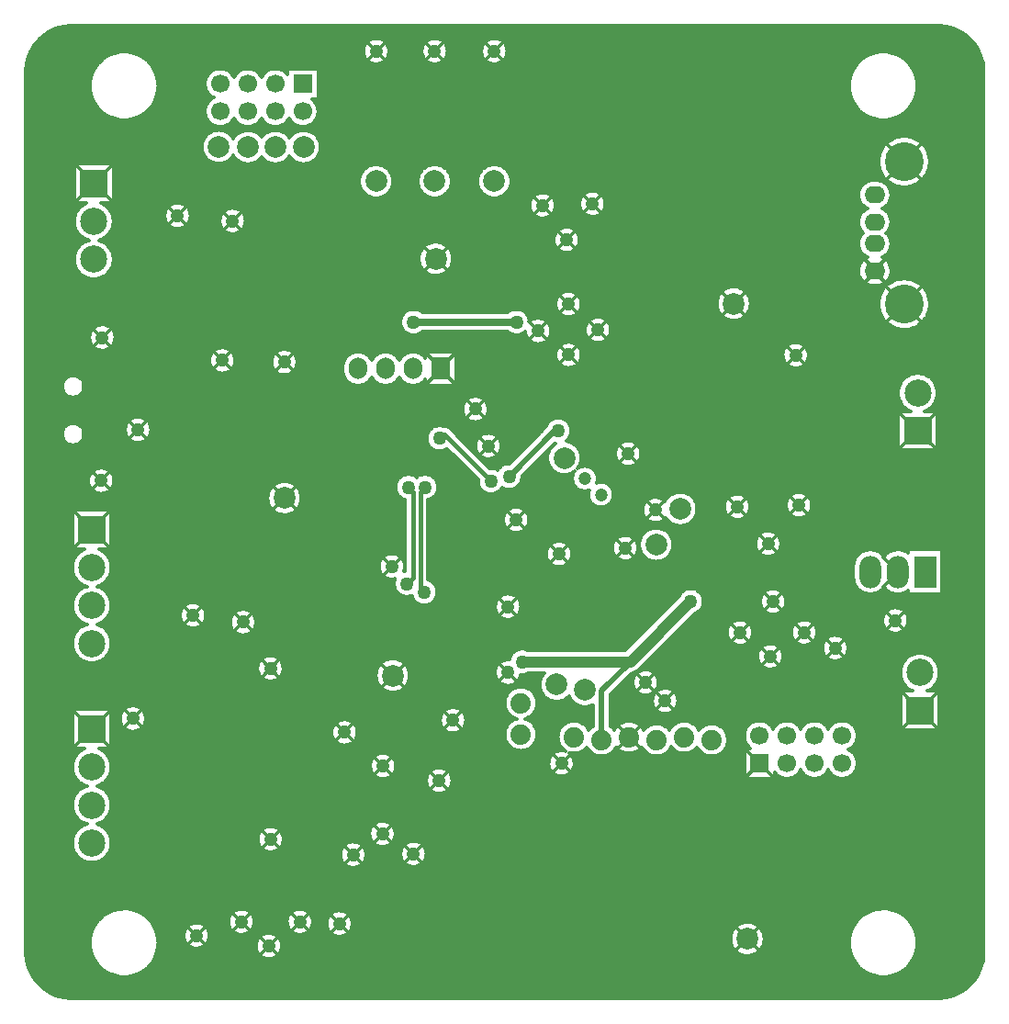
<source format=gbl>
G04 DipTrace 3.3.1.3*
G04 Topsidev0.gbl*
%MOMM*%
G04 #@! TF.FileFunction,Copper,L2,Bot*
G04 #@! TF.Part,Single*
G04 #@! TA.AperFunction,Conductor*
%ADD14C,0.381*%
%ADD15C,0.508*%
%ADD18C,1.016*%
%ADD21C,0.635*%
G04 #@! TA.AperFunction,ViaPad*
%ADD22C,1.27*%
G04 #@! TA.AperFunction,CopperBalancing*
%ADD23C,0.29997*%
%ADD24C,0.32993*%
G04 #@! TA.AperFunction,ComponentPad*
%ADD32C,2.0*%
%ADD33O,1.7X2.0*%
%ADD34R,1.7X2.0*%
%ADD35C,2.5*%
%ADD36R,2.5X2.5*%
%ADD41C,1.8796*%
%ADD44R,1.7X1.7*%
%ADD45C,1.7*%
%ADD57R,2.0X3.0*%
%ADD58O,2.0X3.0*%
%ADD62C,1.2*%
%ADD63O,1.9X1.6*%
%ADD64C,3.586*%
%FSLAX35Y35*%
G04*
G71*
G90*
G75*
G01*
G04 Bottom*
%LPD*%
X3773100Y4800000D2*
D14*
X3728650Y4755550D1*
Y3967437D1*
Y3871503D1*
X3767780Y3832373D1*
X3620700Y4800000D2*
X3665150Y4755550D1*
Y3967437D1*
X3607923Y3910210D1*
X3908000Y5250000D2*
X3948627Y5290627D1*
X4381500Y4857750D1*
X6223000Y3746500D2*
D18*
X5667373Y3190873D1*
X4670250D1*
X5003003Y5320000D2*
D15*
X4970750D1*
X4549980Y4899230D1*
X5667373Y3190873D2*
X5402000Y2925500D1*
Y2470000D1*
X4619627Y6321250D2*
D21*
X3668000D1*
D22*
X3773100Y4800000D3*
X3767780Y3832373D3*
X3620700Y4800000D3*
X3607923Y3910210D3*
X3908000Y5250000D3*
X4381500Y4857750D3*
X6223000Y3746500D3*
X4670250Y3190873D3*
X5003003Y5320000D3*
X4549980Y4899230D3*
X4619627Y6321250D3*
X3668000D3*
X3323250Y8820003D3*
X3863250D3*
X4413250D3*
X4032250Y2651123D3*
X5098000Y6490000D3*
X5080000Y7080250D3*
X4857750Y7397750D3*
X5318123Y7413623D3*
X798000Y6180000D3*
X6985000Y3746500D3*
X6938000Y4280000D3*
X7556500Y3317873D3*
X8112123Y3571873D3*
X6651623Y4619623D3*
X3668000Y1420000D3*
X3388000Y2230000D3*
X3032123Y2540000D3*
X3905250Y2095500D3*
X1128000Y5330000D3*
X5032373Y2254250D3*
X5648000Y5110000D3*
X5898000Y4590000D3*
X4358000Y5180000D3*
X5619750Y4238623D3*
X4538000Y3090000D3*
X3468000Y4070000D3*
X5988000Y2830000D3*
X5808000Y3000000D3*
X4540250Y3698873D3*
X5009943Y4184000D3*
X4615000Y4498943D3*
X2095500Y3556000D3*
X1079500Y2667000D3*
X1635123Y3619500D3*
X2348000Y3130000D3*
X2476500Y5953123D3*
X1492250Y7302500D3*
X1905000Y5968997D3*
X2000250Y7254870D3*
X7223123Y4635500D3*
X788000Y4860000D3*
X4238000Y5520000D3*
X3381373Y1603373D3*
X5098000Y6020000D3*
X4818000Y6240000D3*
X3111500Y1412873D3*
X5368000Y6250000D3*
X6958000Y3240000D3*
X6678000Y3460000D3*
X7270750Y3460750D3*
X2619373Y793750D3*
X2349500Y1555750D3*
X2079623Y793750D3*
X2333623Y571500D3*
X2984500Y777873D3*
X1666873Y666750D3*
X7191373Y6016623D3*
X359570Y9023137D2*
D23*
X8657433D1*
X298227Y8993473D2*
X8718773D1*
X255870Y8963810D2*
X8761130D1*
X222417Y8934147D2*
X3284220D1*
X3362283D2*
X3824220D1*
X3902280D2*
X4374177D1*
X4452297D2*
X8794583D1*
X192770Y8904483D2*
X3235417D1*
X3411027D2*
X3775473D1*
X3951027D2*
X4325433D1*
X4501043D2*
X8824230D1*
X171737Y8874820D2*
X3213857D1*
X3432647D2*
X3753857D1*
X3972643D2*
X4303813D1*
X4522660D2*
X8845263D1*
X150997Y8845157D2*
X3203193D1*
X3443307D2*
X3743193D1*
X3983307D2*
X4293210D1*
X4533267D2*
X8866003D1*
X136937Y8815493D2*
X3200617D1*
X3445887D2*
X3740617D1*
X3985883D2*
X4290633D1*
X4535843D2*
X8880063D1*
X123110Y8785830D2*
X863807D1*
X1136143D2*
X3205537D1*
X3440963D2*
X3745537D1*
X3980963D2*
X4295553D1*
X4530980D2*
X7863810D1*
X8136147D2*
X8893890D1*
X113677Y8756167D2*
X813127D1*
X1186880D2*
X3219013D1*
X3427490D2*
X3759010D1*
X3967487D2*
X4308970D1*
X4517507D2*
X7813130D1*
X8186883D2*
X8903323D1*
X105770Y8726503D2*
X777623D1*
X1222383D2*
X3245493D1*
X3401007D2*
X3785493D1*
X3941007D2*
X4335510D1*
X4491023D2*
X7777627D1*
X8222387D2*
X8911233D1*
X99853Y8696840D2*
X750673D1*
X1249333D2*
X7750677D1*
X8249337D2*
X8917150D1*
X97273Y8667177D2*
X729640D1*
X1270367D2*
X7729643D1*
X8270370D2*
X8919727D1*
X94697Y8637513D2*
X713237D1*
X1286770D2*
X1806300D1*
X1964683D2*
X2060333D1*
X2218660D2*
X2314310D1*
X2472693D2*
X2503310D1*
X2791700D2*
X7713240D1*
X8286773D2*
X8922303D1*
X94227Y8607850D2*
X700700D1*
X1299307D2*
X1773080D1*
X1997960D2*
X2027057D1*
X2251937D2*
X2281030D1*
X2791700D2*
X7700703D1*
X8299310D2*
X8922773D1*
X94227Y8578187D2*
X691500D1*
X1308507D2*
X1754450D1*
X2791700D2*
X7691503D1*
X8308510D2*
X8922773D1*
X94227Y8548523D2*
X685407D1*
X1314600D2*
X1744490D1*
X2791700D2*
X7685410D1*
X8314603D2*
X8922773D1*
X94227Y8518860D2*
X682243D1*
X1317763D2*
X1741267D1*
X2791700D2*
X7682247D1*
X8317767D2*
X8922773D1*
X94227Y8489197D2*
X681833D1*
X1318173D2*
X1744373D1*
X2791700D2*
X7681837D1*
X8318117D2*
X8922773D1*
X94227Y8459533D2*
X684293D1*
X1315713D2*
X1754273D1*
X2791700D2*
X7684297D1*
X8315717D2*
X8922773D1*
X94227Y8429870D2*
X689567D1*
X1310440D2*
X1772670D1*
X2791700D2*
X7689570D1*
X8310443D2*
X8922773D1*
X94227Y8400207D2*
X697887D1*
X1302120D2*
X1805597D1*
X2791700D2*
X7697890D1*
X8302123D2*
X8922773D1*
X94227Y8370543D2*
X709487D1*
X1290520D2*
X1789133D1*
X2743893D2*
X7709490D1*
X8290523D2*
X8922773D1*
X94227Y8340880D2*
X724777D1*
X1275230D2*
X1763647D1*
X2769320D2*
X7724783D1*
X8275233D2*
X8922773D1*
X94227Y8311217D2*
X744407D1*
X1255603D2*
X1749177D1*
X2783793D2*
X7744410D1*
X8255607D2*
X8922773D1*
X94227Y8281553D2*
X769597D1*
X1230410D2*
X1742320D1*
X2790703D2*
X7769600D1*
X8230413D2*
X8922773D1*
X94227Y8251890D2*
X802407D1*
X1197600D2*
X1741853D1*
X2791117D2*
X7802410D1*
X8197603D2*
X8922773D1*
X94227Y8222227D2*
X847753D1*
X1152253D2*
X1747830D1*
X2785197D2*
X7847757D1*
X8152257D2*
X8922773D1*
X94227Y8192563D2*
X926847D1*
X1073103D2*
X1761070D1*
X2771957D2*
X7926850D1*
X8073107D2*
X8922773D1*
X94227Y8162900D2*
X1784563D1*
X1986420D2*
X2038540D1*
X2240453D2*
X2292573D1*
X2494430D2*
X2546550D1*
X2748407D2*
X8922773D1*
X94227Y8133237D2*
X1830787D1*
X1940253D2*
X2084763D1*
X2194227D2*
X2338740D1*
X2448203D2*
X2592773D1*
X2702237D2*
X8922773D1*
X94227Y8103573D2*
X8922773D1*
X94227Y8073910D2*
X1794170D1*
X1952320D2*
X2067833D1*
X2219127D2*
X2317883D1*
X2469120D2*
X2577833D1*
X2729130D2*
X8922773D1*
X94227Y8044247D2*
X1756207D1*
X1990287D2*
X2028227D1*
X2258733D2*
X2278220D1*
X2508723D2*
X2538230D1*
X2768733D2*
X8922773D1*
X94227Y8014583D2*
X1734413D1*
X2791290D2*
X8089310D1*
X8295913D2*
X8922773D1*
X94227Y7984920D2*
X1721407D1*
X2804707D2*
X8041913D1*
X8343310D2*
X8922773D1*
X94227Y7955257D2*
X1715080D1*
X2811443D2*
X8011213D1*
X8374010D2*
X8922773D1*
X94227Y7925593D2*
X1714493D1*
X2812383D2*
X7989480D1*
X8395803D2*
X8922773D1*
X94227Y7895930D2*
X1719647D1*
X2807577D2*
X7973893D1*
X8411390D2*
X8922773D1*
X94227Y7866267D2*
X1731250D1*
X2796447D2*
X7963173D1*
X8422053D2*
X8922773D1*
X94227Y7836603D2*
X1750993D1*
X1995500D2*
X2019673D1*
X2777290D2*
X7956730D1*
X8428497D2*
X8922773D1*
X94227Y7806940D2*
X1784503D1*
X1961990D2*
X2051957D1*
X2235063D2*
X2301947D1*
X2485057D2*
X2561957D1*
X2745067D2*
X7954210D1*
X8431073D2*
X8922773D1*
X94227Y7777277D2*
X535777D1*
X904197D2*
X7955380D1*
X8429903D2*
X8922773D1*
X94227Y7747613D2*
X535777D1*
X904197D2*
X3230143D1*
X3416357D2*
X3770143D1*
X3956357D2*
X4320160D1*
X4506317D2*
X7960360D1*
X8424863D2*
X8922773D1*
X94227Y7717950D2*
X535777D1*
X904197D2*
X3198567D1*
X3447937D2*
X3738563D1*
X3987937D2*
X4288580D1*
X4537953D2*
X7969443D1*
X8415783D2*
X8922773D1*
X94227Y7688287D2*
X535777D1*
X904197D2*
X3179760D1*
X3466743D2*
X3719757D1*
X4006743D2*
X4269777D1*
X4556760D2*
X7983093D1*
X8402133D2*
X8922773D1*
X94227Y7658623D2*
X535777D1*
X904197D2*
X3168920D1*
X3477583D2*
X3708920D1*
X4017580D2*
X4258877D1*
X4567597D2*
X8002427D1*
X8382857D2*
X8922773D1*
X94227Y7628960D2*
X535777D1*
X904197D2*
X3164293D1*
X3482210D2*
X3704290D1*
X4022210D2*
X4254307D1*
X4572227D2*
X7881913D1*
X7961323D2*
X8029317D1*
X8355907D2*
X8922773D1*
X94227Y7599297D2*
X535777D1*
X904197D2*
X3165407D1*
X3481097D2*
X3705403D1*
X4021097D2*
X4255420D1*
X4571053D2*
X7816647D1*
X8026647D2*
X8068863D1*
X8316360D2*
X8922773D1*
X94227Y7569633D2*
X535777D1*
X904197D2*
X3172377D1*
X3474127D2*
X3712377D1*
X4014123D2*
X4262393D1*
X4564140D2*
X7789990D1*
X8053247D2*
X8148367D1*
X8236857D2*
X8922773D1*
X94227Y7539970D2*
X535777D1*
X904197D2*
X3186087D1*
X3460417D2*
X3726087D1*
X4000413D2*
X4276103D1*
X4550373D2*
X7775227D1*
X8068010D2*
X8922773D1*
X94227Y7510307D2*
X535777D1*
X904197D2*
X3209053D1*
X3437450D2*
X3749050D1*
X3977447D2*
X4299070D1*
X4527467D2*
X4813993D1*
X4901487D2*
X5244550D1*
X5391687D2*
X7768313D1*
X8074923D2*
X8922773D1*
X94227Y7480643D2*
X535777D1*
X904197D2*
X3249713D1*
X3396790D2*
X3789710D1*
X3936790D2*
X4339670D1*
X4486807D2*
X4768410D1*
X4947127D2*
X5215960D1*
X5420333D2*
X7768137D1*
X8075097D2*
X8922773D1*
X94227Y7450980D2*
X535777D1*
X904197D2*
X4747553D1*
X4967983D2*
X5201370D1*
X5434863D2*
X7774580D1*
X8068713D2*
X8922773D1*
X94227Y7421317D2*
X535777D1*
X904197D2*
X1474693D1*
X1509753D2*
X4737360D1*
X4978117D2*
X5195687D1*
X5440607D2*
X7788760D1*
X8054477D2*
X8922773D1*
X94227Y7391653D2*
X603970D1*
X836000D2*
X1409370D1*
X1575137D2*
X4735193D1*
X4980287D2*
X5197447D1*
X5438790D2*
X7814303D1*
X8028930D2*
X8922773D1*
X94227Y7361990D2*
X574560D1*
X865470D2*
X1385350D1*
X1599100D2*
X1943803D1*
X2056667D2*
X4740523D1*
X4975013D2*
X5207113D1*
X5429123D2*
X7834750D1*
X8008543D2*
X8922773D1*
X94227Y7332327D2*
X555580D1*
X884393D2*
X1373340D1*
X1611167D2*
X1905957D1*
X2094513D2*
X4754527D1*
X4961010D2*
X5227267D1*
X5408970D2*
X7799540D1*
X8043753D2*
X8922773D1*
X94227Y7302663D2*
X543627D1*
X896403D2*
X1369530D1*
X1614977D2*
X1887500D1*
X2113027D2*
X4782003D1*
X4933473D2*
X5270210D1*
X5366023D2*
X7780440D1*
X8062793D2*
X8922773D1*
X94227Y7273000D2*
X537240D1*
X902730D2*
X1373223D1*
X1611287D2*
X1878947D1*
X2121580D2*
X7770420D1*
X8072813D2*
X8922773D1*
X94227Y7243337D2*
X535893D1*
X904080D2*
X1385173D1*
X1599333D2*
X1878127D1*
X2122400D2*
X7767433D1*
X8075800D2*
X8922773D1*
X94227Y7213673D2*
X539467D1*
X900503D2*
X1409020D1*
X1575490D2*
X1884863D1*
X2115663D2*
X7770950D1*
X8072287D2*
X8922773D1*
X94227Y7184010D2*
X548253D1*
X891777D2*
X1472233D1*
X1512273D2*
X1900800D1*
X2099727D2*
X5017290D1*
X5142690D2*
X7781610D1*
X8061683D2*
X8922773D1*
X94227Y7154347D2*
X563077D1*
X876893D2*
X1932260D1*
X2068267D2*
X4982957D1*
X5177023D2*
X7801530D1*
X8041703D2*
X8922773D1*
X94227Y7124683D2*
X586103D1*
X853870D2*
X4965850D1*
X5194130D2*
X7793503D1*
X8049730D2*
X8922773D1*
X94227Y7095020D2*
X623130D1*
X816900D2*
X4958233D1*
X5201803D2*
X7777160D1*
X8066133D2*
X8922773D1*
X94227Y7065357D2*
X642873D1*
X797100D2*
X4958233D1*
X5201747D2*
X7769017D1*
X8074220D2*
X8922773D1*
X94227Y7035693D2*
X596883D1*
X843090D2*
X3784027D1*
X3962977D2*
X4965910D1*
X5194130D2*
X7767727D1*
X8075567D2*
X8922773D1*
X94227Y7006030D2*
X570050D1*
X869923D2*
X3750867D1*
X3996137D2*
X4983073D1*
X5176903D2*
X7772940D1*
X8070293D2*
X8922773D1*
X94227Y6976367D2*
X552650D1*
X887323D2*
X3731240D1*
X4015763D2*
X5017523D1*
X5142457D2*
X7785713D1*
X8057580D2*
X8922773D1*
X94227Y6946703D2*
X541927D1*
X898103D2*
X3719817D1*
X4027190D2*
X7808797D1*
X8034440D2*
X8922773D1*
X94227Y6917040D2*
X536597D1*
X903377D2*
X3714720D1*
X4032287D2*
X7844183D1*
X7999110D2*
X8922773D1*
X94227Y6887377D2*
X536243D1*
X903787D2*
X3715363D1*
X4031640D2*
X7803990D1*
X8039243D2*
X8922773D1*
X94227Y6857713D2*
X540813D1*
X899217D2*
X3721810D1*
X4025197D2*
X7782960D1*
X8060277D2*
X8922773D1*
X94227Y6828050D2*
X550717D1*
X889313D2*
X3734933D1*
X4012073D2*
X7771593D1*
X8071640D2*
X8922773D1*
X94227Y6798387D2*
X566943D1*
X873027D2*
X3756903D1*
X3990103D2*
X7767493D1*
X8075800D2*
X8922773D1*
X94227Y6768723D2*
X592077D1*
X847893D2*
X3795277D1*
X3951727D2*
X7769893D1*
X8073340D2*
X8922773D1*
X94227Y6739060D2*
X633733D1*
X806297D2*
X7779210D1*
X8064027D2*
X8922773D1*
X94227Y6709397D2*
X7797253D1*
X8045980D2*
X8110753D1*
X8274530D2*
X8922773D1*
X94227Y6679733D2*
X7830297D1*
X8012997D2*
X8053573D1*
X8331653D2*
X8922773D1*
X94227Y6650070D2*
X8019240D1*
X8366043D2*
X8922773D1*
X94227Y6620407D2*
X6526673D1*
X6713063D2*
X7995220D1*
X8390063D2*
X8922773D1*
X94227Y6590743D2*
X5030353D1*
X5165657D2*
X6495153D1*
X6744640D2*
X7977937D1*
X8407287D2*
X8922773D1*
X94227Y6561080D2*
X4998660D1*
X5197293D2*
X6476347D1*
X6763390D2*
X7965927D1*
X8419357D2*
X8922773D1*
X94227Y6531417D2*
X4982663D1*
X5213287D2*
X6465507D1*
X6774227D2*
X7958253D1*
X8426973D2*
X8922773D1*
X94227Y6501753D2*
X4975870D1*
X5220143D2*
X6460937D1*
X6778797D2*
X7954560D1*
X8430723D2*
X8922773D1*
X94227Y6472090D2*
X4976630D1*
X5219380D2*
X6462050D1*
X6777683D2*
X7954620D1*
X8430607D2*
X8922773D1*
X94227Y6442427D2*
X4985127D1*
X5210827D2*
X6469023D1*
X6770713D2*
X7958487D1*
X8426797D2*
X8922773D1*
X94227Y6412763D2*
X3587820D1*
X3748137D2*
X4539453D1*
X4699770D2*
X5003520D1*
X5192430D2*
X6482790D1*
X6756943D2*
X7966277D1*
X8418947D2*
X8922773D1*
X94227Y6383100D2*
X3562510D1*
X4725140D2*
X5041133D1*
X5154877D2*
X6505757D1*
X6733977D2*
X7978523D1*
X8406703D2*
X8922773D1*
X94227Y6353437D2*
X3549680D1*
X4737910D2*
X4776790D1*
X4859243D2*
X5304777D1*
X5431233D2*
X6546477D1*
X6693260D2*
X7995983D1*
X8389243D2*
X8922833D1*
X94227Y6323773D2*
X3545343D1*
X4906523D2*
X5270737D1*
X5465270D2*
X8020353D1*
X8364930D2*
X8922833D1*
X94227Y6294110D2*
X758817D1*
X837173D2*
X3548390D1*
X4927793D2*
X5253747D1*
X5482260D2*
X8055213D1*
X8330010D2*
X8922833D1*
X94227Y6264447D2*
X710190D1*
X885857D2*
X3559640D1*
X4938163D2*
X5246190D1*
X5489820D2*
X8114037D1*
X8271190D2*
X8922833D1*
X94227Y6234783D2*
X688570D1*
X907417D2*
X3582197D1*
X4940563D2*
X5246250D1*
X5489760D2*
X8922833D1*
X94227Y6205120D2*
X677967D1*
X918023D2*
X3635977D1*
X3700037D2*
X4587610D1*
X4651670D2*
X4700510D1*
X4935527D2*
X5254040D1*
X5481970D2*
X8922833D1*
X94227Y6175457D2*
X675390D1*
X920600D2*
X4714160D1*
X4921817D2*
X5271323D1*
X5464687D2*
X8922833D1*
X94227Y6145793D2*
X680310D1*
X915737D2*
X4741167D1*
X4894867D2*
X5306067D1*
X5429883D2*
X8922833D1*
X94227Y6116130D2*
X693787D1*
X902263D2*
X5023677D1*
X5172333D2*
X7121860D1*
X7260910D2*
X8922833D1*
X94227Y6086467D2*
X720267D1*
X875723D2*
X1879007D1*
X1930997D2*
X4995437D1*
X5200573D2*
X7091160D1*
X7291610D2*
X8922833D1*
X94227Y6056803D2*
X1820653D1*
X1989350D2*
X2413673D1*
X2539307D2*
X4981083D1*
X5214927D2*
X7075637D1*
X7307137D2*
X8922833D1*
X94227Y6027140D2*
X1797393D1*
X2012607D2*
X2379400D1*
X2573580D2*
X3077700D1*
X3234327D2*
X3331677D1*
X3488303D2*
X3585710D1*
X3742337D2*
X3773777D1*
X4062223D2*
X4975517D1*
X5220493D2*
X7069133D1*
X7313640D2*
X8922833D1*
X94227Y5997477D2*
X1785733D1*
X2024267D2*
X2362290D1*
X2590687D2*
X3044013D1*
X3268017D2*
X3297990D1*
X3521990D2*
X3552023D1*
X4062223D2*
X4977450D1*
X5218560D2*
X7070187D1*
X7312527D2*
X8922833D1*
X94227Y5967813D2*
X1782277D1*
X2027723D2*
X2354677D1*
X2598303D2*
X3025207D1*
X4062223D2*
X4987293D1*
X5208717D2*
X7079093D1*
X7303680D2*
X8922833D1*
X94227Y5938150D2*
X1786320D1*
X2023680D2*
X2354733D1*
X2598247D2*
X3015130D1*
X4062223D2*
X5007623D1*
X5188330D2*
X7097957D1*
X7284757D2*
X8922833D1*
X94227Y5908487D2*
X1798740D1*
X2011260D2*
X2362410D1*
X2590570D2*
X3011790D1*
X4062223D2*
X5051503D1*
X5144507D2*
X7137033D1*
X7245737D2*
X8922833D1*
X94227Y5878823D2*
X1823290D1*
X1986713D2*
X2379633D1*
X2573347D2*
X3011790D1*
X4062223D2*
X8922833D1*
X94227Y5849160D2*
X2414140D1*
X2538840D2*
X3014720D1*
X4062223D2*
X8287863D1*
X8348113D2*
X8922833D1*
X94227Y5819497D2*
X477773D1*
X578277D2*
X3024327D1*
X4062223D2*
X8212580D1*
X8423400D2*
X8922833D1*
X94227Y5789833D2*
X443383D1*
X612607D2*
X3042490D1*
X3269540D2*
X3296467D1*
X3523513D2*
X3550440D1*
X4062223D2*
X8179067D1*
X8456910D2*
X8922833D1*
X94227Y5760170D2*
X428387D1*
X627607D2*
X3074713D1*
X3237257D2*
X3328747D1*
X3491290D2*
X3582723D1*
X3745267D2*
X3773777D1*
X4062223D2*
X8157800D1*
X8478180D2*
X8922833D1*
X94227Y5730507D2*
X423817D1*
X632177D2*
X8144207D1*
X8491830D2*
X8922833D1*
X94227Y5700843D2*
X428093D1*
X627900D2*
X8136417D1*
X8499563D2*
X8922833D1*
X94227Y5671180D2*
X442623D1*
X613370D2*
X8133780D1*
X8502200D2*
X8922833D1*
X94227Y5641517D2*
X475900D1*
X580150D2*
X8136063D1*
X8499973D2*
X8922833D1*
X94227Y5611853D2*
X4158223D1*
X4317780D2*
X8143387D1*
X8492650D2*
X8922833D1*
X94227Y5582190D2*
X4132740D1*
X4343267D2*
X8156510D1*
X8479527D2*
X8922833D1*
X94227Y5552527D2*
X4119793D1*
X4356213D2*
X8177017D1*
X8458963D2*
X8922833D1*
X94227Y5522863D2*
X4115340D1*
X4360667D2*
X8209240D1*
X8426740D2*
X8922833D1*
X94227Y5493200D2*
X4118327D1*
X4357680D2*
X8133780D1*
X8502200D2*
X8922833D1*
X94227Y5463537D2*
X4129460D1*
X4346547D2*
X8133780D1*
X8502200D2*
X8922833D1*
X94227Y5433873D2*
X1065523D1*
X1190513D2*
X4151840D1*
X4324110D2*
X4963097D1*
X5042917D2*
X8133780D1*
X8502200D2*
X8922833D1*
X94227Y5404210D2*
X1031073D1*
X1224903D2*
X4204627D1*
X4271380D2*
X4914937D1*
X5091073D2*
X8133780D1*
X8502200D2*
X8922833D1*
X94227Y5374547D2*
X469397D1*
X586593D2*
X1013907D1*
X1242127D2*
X4893437D1*
X5112577D2*
X8133780D1*
X8502200D2*
X8922833D1*
X94227Y5344883D2*
X439987D1*
X616007D2*
X1006230D1*
X1249803D2*
X3832010D1*
X4003753D2*
X4877207D1*
X5123120D2*
X8133780D1*
X8502200D2*
X8922833D1*
X94227Y5315220D2*
X426980D1*
X629010D2*
X1006230D1*
X1249803D2*
X3804650D1*
X4033457D2*
X4847563D1*
X5125640D2*
X8133780D1*
X8502200D2*
X8922833D1*
X94227Y5285557D2*
X423873D1*
X632117D2*
X1013847D1*
X1242127D2*
X3790707D1*
X4063103D2*
X4298540D1*
X4417437D2*
X4817917D1*
X5120660D2*
X8133780D1*
X8502200D2*
X8922833D1*
X94227Y5255893D2*
X429733D1*
X626257D2*
X1031013D1*
X1225020D2*
X3785433D1*
X4092807D2*
X4262450D1*
X4453587D2*
X4788213D1*
X5107070D2*
X8133780D1*
X8502200D2*
X8922833D1*
X94227Y5226230D2*
X446430D1*
X609560D2*
X1065347D1*
X1190687D2*
X3787660D1*
X4122450D2*
X4244583D1*
X4471397D2*
X4758570D1*
X5080410D2*
X5616403D1*
X5679643D2*
X8133780D1*
X8502200D2*
X8922833D1*
X94227Y5196567D2*
X486093D1*
X569897D2*
X3797853D1*
X4152097D2*
X4236440D1*
X4479540D2*
X4728923D1*
X5152533D2*
X5562327D1*
X5733660D2*
X8133780D1*
X8502200D2*
X8922833D1*
X94227Y5166903D2*
X3818830D1*
X4181800D2*
X4236030D1*
X4480010D2*
X4699220D1*
X5183527D2*
X5539713D1*
X5756333D2*
X8133780D1*
X8502200D2*
X8922833D1*
X94227Y5137240D2*
X3864820D1*
X3951200D2*
X3992600D1*
X4211447D2*
X4243177D1*
X4472803D2*
X4669573D1*
X5201980D2*
X5528463D1*
X5767580D2*
X8922833D1*
X94227Y5107577D2*
X4022243D1*
X4241090D2*
X4259697D1*
X4456340D2*
X4639930D1*
X4876763D2*
X4903397D1*
X5212643D2*
X5525300D1*
X5770687D2*
X8922833D1*
X94227Y5077913D2*
X4051890D1*
X4270737D2*
X4292507D1*
X4423530D2*
X4610283D1*
X4847060D2*
X4899003D1*
X5216980D2*
X5529693D1*
X5766350D2*
X8922833D1*
X94227Y5048250D2*
X4081593D1*
X4300440D2*
X4580580D1*
X4817413D2*
X4900290D1*
X5215690D2*
X5542467D1*
X5753520D2*
X8922833D1*
X94227Y5018587D2*
X4111237D1*
X4330083D2*
X4537870D1*
X4787767D2*
X4907497D1*
X5208483D2*
X5567717D1*
X5728270D2*
X8922833D1*
X94227Y4988923D2*
X4140883D1*
X4359730D2*
X4467683D1*
X4758063D2*
X4921500D1*
X5291500D2*
X8922833D1*
X94227Y4959260D2*
X718100D1*
X857913D2*
X4170587D1*
X4728420D2*
X4944817D1*
X5335970D2*
X8922833D1*
X94227Y4929597D2*
X687633D1*
X888377D2*
X4200233D1*
X4698773D2*
X4986530D1*
X5356063D2*
X8922833D1*
X94227Y4899933D2*
X672167D1*
X903843D2*
X3551790D1*
X3841993D2*
X4229877D1*
X4672703D2*
X5130540D1*
X5365497D2*
X8922833D1*
X94227Y4870270D2*
X665723D1*
X910290D2*
X3520797D1*
X3872987D2*
X4259463D1*
X4669130D2*
X5129190D1*
X5366787D2*
X8922833D1*
X94227Y4840607D2*
X666893D1*
X909117D2*
X2406937D1*
X2549033D2*
X3505093D1*
X3888690D2*
X4260050D1*
X4657353D2*
X5135693D1*
X5439493D2*
X8922833D1*
X94227Y4810943D2*
X675800D1*
X900213D2*
X2365047D1*
X2590980D2*
X3498473D1*
X3895310D2*
X4268310D1*
X4633800D2*
X5151513D1*
X5484313D2*
X8922833D1*
X94227Y4781280D2*
X694840D1*
X881170D2*
X2341610D1*
X2614417D2*
X3499470D1*
X3894313D2*
X4286413D1*
X4476610D2*
X4526563D1*
X4573397D2*
X5183677D1*
X5504523D2*
X8922833D1*
X94227Y4751617D2*
X734153D1*
X841800D2*
X2327550D1*
X2628420D2*
X3508200D1*
X3885583D2*
X4323147D1*
X4439877D2*
X5279057D1*
X5513957D2*
X6087443D1*
X6168553D2*
X7191053D1*
X7255230D2*
X8922833D1*
X94227Y4721953D2*
X2320343D1*
X2635683D2*
X3526947D1*
X3866837D2*
X5277710D1*
X5515303D2*
X6027393D1*
X6228603D2*
X6586490D1*
X6716753D2*
X7137327D1*
X7308893D2*
X8922833D1*
X94227Y4692290D2*
X2318997D1*
X2637030D2*
X3565440D1*
X3828343D2*
X5284097D1*
X5508860D2*
X5832823D1*
X5963147D2*
X5998977D1*
X6257020D2*
X6553507D1*
X6749737D2*
X7114770D1*
X7331510D2*
X8922833D1*
X94227Y4662627D2*
X2323330D1*
X2632697D2*
X3586883D1*
X3806900D2*
X5299913D1*
X5493100D2*
X5799840D1*
X6274127D2*
X6536927D1*
X6766317D2*
X7103523D1*
X7342700D2*
X8922833D1*
X94227Y4632963D2*
X2333937D1*
X2622090D2*
X3586883D1*
X3806900D2*
X5331903D1*
X5461053D2*
X5783260D1*
X6283677D2*
X6529660D1*
X6773583D2*
X7100417D1*
X7345803D2*
X8922833D1*
X94227Y4603300D2*
X2352333D1*
X2603693D2*
X3586883D1*
X3806900D2*
X4553337D1*
X4676627D2*
X5776053D1*
X6287190D2*
X6530013D1*
X6773230D2*
X7104810D1*
X7341410D2*
X8922833D1*
X94227Y4573637D2*
X517557D1*
X885977D2*
X2383150D1*
X2572820D2*
X3586883D1*
X3806900D2*
X4518477D1*
X4711547D2*
X5776403D1*
X6284967D2*
X6538097D1*
X6765147D2*
X7117643D1*
X7328580D2*
X8922833D1*
X94227Y4543973D2*
X517557D1*
X885977D2*
X2467513D1*
X2488467D2*
X3586883D1*
X3806900D2*
X4501077D1*
X4728887D2*
X5784490D1*
X6276820D2*
X6555850D1*
X6747393D2*
X7142953D1*
X7303270D2*
X8922833D1*
X94227Y4514310D2*
X517557D1*
X885977D2*
X3586883D1*
X3806900D2*
X4493287D1*
X4736740D2*
X5802240D1*
X6261590D2*
X6591703D1*
X6711540D2*
X8922833D1*
X94227Y4484647D2*
X517557D1*
X885977D2*
X3586883D1*
X3806900D2*
X4493167D1*
X4736857D2*
X5838157D1*
X5957813D2*
X6019660D1*
X6236337D2*
X8922833D1*
X94227Y4454983D2*
X517557D1*
X885977D2*
X3586883D1*
X3806900D2*
X4500667D1*
X4729357D2*
X6066940D1*
X6189057D2*
X8922833D1*
X94227Y4425320D2*
X517557D1*
X885977D2*
X3586883D1*
X3806900D2*
X4517600D1*
X4712367D2*
X5882740D1*
X5928287D2*
X8922833D1*
X94227Y4395657D2*
X517557D1*
X885977D2*
X3586883D1*
X3806900D2*
X4551463D1*
X4678503D2*
X5809213D1*
X6001813D2*
X6904150D1*
X6971843D2*
X8922833D1*
X94227Y4365993D2*
X517557D1*
X885977D2*
X3586883D1*
X3806900D2*
X5778983D1*
X6032043D2*
X6851713D1*
X7024277D2*
X8922833D1*
X94227Y4336330D2*
X517557D1*
X885977D2*
X3586883D1*
X3806900D2*
X5547620D1*
X5691887D2*
X5760880D1*
X6050090D2*
X6829393D1*
X7046600D2*
X8922833D1*
X94227Y4306667D2*
X517557D1*
X885977D2*
X3586883D1*
X3806900D2*
X5518270D1*
X5721240D2*
X5750567D1*
X6060400D2*
X6818320D1*
X7057673D2*
X8922833D1*
X94227Y4277003D2*
X517557D1*
X885977D2*
X3586883D1*
X3806900D2*
X4931577D1*
X5088320D2*
X5503387D1*
X6064560D2*
X6815333D1*
X7060660D2*
X8922833D1*
X94227Y4247340D2*
X517557D1*
X885977D2*
X3586883D1*
X3806900D2*
X4905387D1*
X5114510D2*
X5497353D1*
X6062977D2*
X6819843D1*
X7056150D2*
X8922833D1*
X94227Y4217677D2*
X609480D1*
X794053D2*
X3586883D1*
X3806900D2*
X4892090D1*
X5127810D2*
X5498877D1*
X6055537D2*
X6832790D1*
X7043200D2*
X7826080D1*
X7933903D2*
X8080113D1*
X8187880D2*
X8228807D1*
X8547193D2*
X8922833D1*
X94227Y4188013D2*
X570517D1*
X833013D2*
X3444983D1*
X3491057D2*
X3586883D1*
X3806900D2*
X4887283D1*
X5132553D2*
X5508250D1*
X5731257D2*
X5769783D1*
X6041243D2*
X6858393D1*
X7017600D2*
X7774640D1*
X7985343D2*
X8028673D1*
X8547193D2*
X8922833D1*
X94227Y4158350D2*
X546557D1*
X856917D2*
X3384230D1*
X3551753D2*
X3586883D1*
X3806900D2*
X4890037D1*
X5129860D2*
X5527937D1*
X5711573D2*
X5793630D1*
X6017340D2*
X7748157D1*
X8547193D2*
X8922833D1*
X94227Y4128687D2*
X531090D1*
X872440D2*
X3360677D1*
X3806900D2*
X4900760D1*
X5119080D2*
X5569357D1*
X5670093D2*
X5836750D1*
X5974277D2*
X7732223D1*
X8547193D2*
X8922833D1*
X94227Y4099023D2*
X521773D1*
X881700D2*
X3348843D1*
X3806900D2*
X4922613D1*
X5097227D2*
X7723493D1*
X8547193D2*
X8922833D1*
X94227Y4069360D2*
X517790D1*
X885740D2*
X3345270D1*
X3806900D2*
X4972470D1*
X5047427D2*
X7720797D1*
X8547193D2*
X8922833D1*
X94227Y4039697D2*
X518670D1*
X884803D2*
X3349193D1*
X3806900D2*
X7720797D1*
X8547193D2*
X8922833D1*
X94227Y4010033D2*
X524587D1*
X878943D2*
X3361380D1*
X3806900D2*
X7720797D1*
X8547193D2*
X8922833D1*
X94227Y3980370D2*
X535950D1*
X867520D2*
X3385633D1*
X3806900D2*
X7720797D1*
X8547193D2*
X8922833D1*
X94227Y3950707D2*
X554230D1*
X849300D2*
X3455060D1*
X3806900D2*
X7721970D1*
X8547193D2*
X8922833D1*
X94227Y3921043D2*
X582470D1*
X821060D2*
X3485703D1*
X3851193D2*
X7728650D1*
X8547193D2*
X8922833D1*
X94227Y3891380D2*
X632387D1*
X771087D2*
X3486697D1*
X3874920D2*
X7742007D1*
X8547193D2*
X8922833D1*
X94227Y3861717D2*
X599693D1*
X803837D2*
X3495487D1*
X3886813D2*
X6187510D1*
X6258483D2*
X6949557D1*
X7020470D2*
X7764447D1*
X7995597D2*
X8018420D1*
X8547193D2*
X8922833D1*
X94227Y3832053D2*
X564837D1*
X838697D2*
X3514233D1*
X3890503D2*
X6136307D1*
X6309747D2*
X6898290D1*
X7071733D2*
X7803700D1*
X7956283D2*
X8057733D1*
X8210260D2*
X8228843D1*
X8547193D2*
X8922833D1*
X94227Y3802390D2*
X542863D1*
X860607D2*
X3552900D1*
X3886697D2*
X4477117D1*
X4603337D2*
X6114160D1*
X6331833D2*
X6876147D1*
X7093880D2*
X8922833D1*
X94227Y3772727D2*
X528747D1*
X874727D2*
X3660997D1*
X3874570D2*
X4443017D1*
X4637433D2*
X6094883D1*
X6342790D2*
X6865190D1*
X7104777D2*
X8922833D1*
X94227Y3743063D2*
X520603D1*
X882930D2*
X3685073D1*
X3850490D2*
X4426027D1*
X4654483D2*
X6065240D1*
X6345660D2*
X6862320D1*
X7107647D2*
X8922833D1*
X94227Y3713400D2*
X517557D1*
X885917D2*
X1557890D1*
X1712347D2*
X3751570D1*
X3783993D2*
X4418410D1*
X4662100D2*
X6035593D1*
X6341033D2*
X6866947D1*
X7103020D2*
X8922833D1*
X94227Y3683737D2*
X519430D1*
X884043D2*
X1531113D1*
X1739123D2*
X4418527D1*
X4661980D2*
X6005890D1*
X6327910D2*
X6880070D1*
X7089953D2*
X8066520D1*
X8157707D2*
X8922833D1*
X94227Y3654073D2*
X526403D1*
X877130D2*
X1517523D1*
X1752713D2*
X2023893D1*
X2167160D2*
X4426260D1*
X4654247D2*
X5976247D1*
X6302073D2*
X6905907D1*
X7064057D2*
X8022113D1*
X8202117D2*
X8922833D1*
X94227Y3624410D2*
X539057D1*
X864473D2*
X1512543D1*
X1757753D2*
X1994247D1*
X2196747D2*
X4443543D1*
X4636963D2*
X5946600D1*
X6255260D2*
X8001547D1*
X8222680D2*
X8922833D1*
X94227Y3594747D2*
X558917D1*
X844553D2*
X1515003D1*
X1755233D2*
X1979247D1*
X2211747D2*
X4478170D1*
X4602280D2*
X5916897D1*
X6225557D2*
X7991647D1*
X8232640D2*
X8922833D1*
X94227Y3565083D2*
X589970D1*
X813560D2*
X1525490D1*
X1744747D2*
X1973157D1*
X2217840D2*
X5887250D1*
X6195913D2*
X6617660D1*
X6738313D2*
X7209097D1*
X7332447D2*
X7989597D1*
X8234630D2*
X8922833D1*
X94227Y3535420D2*
X650197D1*
X753333D2*
X1546933D1*
X1723303D2*
X1974560D1*
X2216433D2*
X5857607D1*
X6166267D2*
X6582037D1*
X6773933D2*
X7174180D1*
X7367307D2*
X7995103D1*
X8229123D2*
X8922833D1*
X94227Y3505757D2*
X591083D1*
X812390D2*
X1594800D1*
X1675437D2*
X1983877D1*
X2207177D2*
X5827903D1*
X6136563D2*
X6564403D1*
X6791627D2*
X7156837D1*
X7384647D2*
X8009340D1*
X8214887D2*
X8922833D1*
X94227Y3476093D2*
X559620D1*
X843850D2*
X2003387D1*
X2187607D2*
X5798257D1*
X6106920D2*
X6556377D1*
X6799597D2*
X7149043D1*
X7392440D2*
X8037343D1*
X8186940D2*
X8922833D1*
X94227Y3446430D2*
X539467D1*
X864007D2*
X2044280D1*
X2146713D2*
X5768613D1*
X6077273D2*
X6556083D1*
X6799947D2*
X7148927D1*
X7392617D2*
X8922833D1*
X94227Y3416767D2*
X526693D1*
X876837D2*
X5738967D1*
X6047570D2*
X6563347D1*
X6792623D2*
X7156427D1*
X7385057D2*
X7486040D1*
X7626963D2*
X8922833D1*
X94227Y3387103D2*
X519607D1*
X883923D2*
X5709263D1*
X6017923D2*
X6580047D1*
X6775927D2*
X7173360D1*
X7368127D2*
X7455867D1*
X7657137D2*
X8922833D1*
X94227Y3357440D2*
X517557D1*
X885917D2*
X5679620D1*
X5988280D2*
X6613263D1*
X6742707D2*
X6931863D1*
X6984147D2*
X7207280D1*
X7334203D2*
X7440517D1*
X7672487D2*
X8922833D1*
X94227Y3327777D2*
X520427D1*
X883047D2*
X5649973D1*
X5958633D2*
X6873627D1*
X7042380D2*
X7434190D1*
X7678813D2*
X8922833D1*
X94227Y3298113D2*
X528453D1*
X875077D2*
X4614093D1*
X4726427D2*
X5620270D1*
X5928930D2*
X6850367D1*
X7065640D2*
X7435420D1*
X7677583D2*
X8922833D1*
X94227Y3268450D2*
X542397D1*
X861133D2*
X4576070D1*
X5899287D2*
X6838707D1*
X7077300D2*
X7444500D1*
X7668503D2*
X8303507D1*
X8372487D2*
X8922833D1*
X94227Y3238787D2*
X564073D1*
X839457D2*
X2295033D1*
X2400923D2*
X4557557D1*
X5869640D2*
X6835310D1*
X7080697D2*
X7463660D1*
X7649343D2*
X8231560D1*
X8444433D2*
X8922833D1*
X94227Y3209123D2*
X598407D1*
X805123D2*
X2255193D1*
X2440823D2*
X3416160D1*
X3537107D2*
X4523223D1*
X5839937D2*
X6839353D1*
X7076653D2*
X7503497D1*
X7609507D2*
X8198460D1*
X8477533D2*
X8922833D1*
X94227Y3179460D2*
X683240D1*
X720290D2*
X2235977D1*
X2459980D2*
X3368527D1*
X3584680D2*
X4455437D1*
X5810290D2*
X6851713D1*
X7064293D2*
X8177427D1*
X8498567D2*
X8922833D1*
X94227Y3149797D2*
X2226957D1*
X2469060D2*
X3343160D1*
X3610047D2*
X4431300D1*
X5780647D2*
X6876320D1*
X7039687D2*
X8163950D1*
X8512043D2*
X8922833D1*
X94227Y3120133D2*
X2225723D1*
X2470290D2*
X3327927D1*
X3625340D2*
X4419173D1*
X5750943D2*
X8156337D1*
X8519657D2*
X8922833D1*
X94227Y3090470D2*
X2231993D1*
X2463963D2*
X3319723D1*
X3633540D2*
X4415307D1*
X5707353D2*
X5726600D1*
X5889383D2*
X8153817D1*
X8522177D2*
X8922833D1*
X94227Y3060807D2*
X2247343D1*
X2448673D2*
X3317440D1*
X3635827D2*
X4418937D1*
X4657120D2*
X4851313D1*
X5655737D2*
X5701880D1*
X5914107D2*
X8156160D1*
X8519833D2*
X8922833D1*
X94227Y3031143D2*
X2277517D1*
X2418500D2*
X3320897D1*
X3632370D2*
X4430773D1*
X4645227D2*
X4837427D1*
X5626033D2*
X5689403D1*
X5926587D2*
X8163600D1*
X8512393D2*
X8922833D1*
X94227Y3001480D2*
X3330447D1*
X3622820D2*
X4454443D1*
X4621557D2*
X4830280D1*
X5596390D2*
X5685300D1*
X5930687D2*
X8176900D1*
X8499093D2*
X8922833D1*
X94227Y2971817D2*
X3347437D1*
X3605830D2*
X4515960D1*
X4560040D2*
X4828990D1*
X5566743D2*
X5688640D1*
X5927350D2*
X8197640D1*
X8478353D2*
X8922833D1*
X94227Y2942153D2*
X3375733D1*
X3577530D2*
X4584447D1*
X4731523D2*
X4833443D1*
X5537040D2*
X5700183D1*
X5915807D2*
X5943143D1*
X6032863D2*
X8230213D1*
X8445780D2*
X8922833D1*
X94227Y2912490D2*
X3435083D1*
X3518123D2*
X4545663D1*
X4770367D2*
X4844163D1*
X5507397D2*
X5723323D1*
X6077743D2*
X8153817D1*
X8522177D2*
X8922833D1*
X94227Y2882827D2*
X4523927D1*
X4792103D2*
X4862677D1*
X5486597D2*
X5780507D1*
X5835483D2*
X5877583D1*
X6098423D2*
X8153817D1*
X8522177D2*
X8922833D1*
X94227Y2853163D2*
X4511270D1*
X4804700D2*
X4893847D1*
X5082170D2*
X5108980D1*
X5486597D2*
X5867567D1*
X6108443D2*
X8153817D1*
X8522177D2*
X8922833D1*
X94227Y2823500D2*
X4505470D1*
X4810560D2*
X5130713D1*
X5486597D2*
X5865457D1*
X6110550D2*
X8153817D1*
X8522177D2*
X8922833D1*
X94227Y2793837D2*
X4505647D1*
X4810383D2*
X5168443D1*
X5486597D2*
X5870907D1*
X6105103D2*
X8153817D1*
X8522177D2*
X8922833D1*
X94227Y2764173D2*
X1006583D1*
X1152430D2*
X3989903D1*
X4074587D2*
X4511857D1*
X4804173D2*
X5317373D1*
X5486597D2*
X5885027D1*
X6090983D2*
X8153817D1*
X8522177D2*
X8922833D1*
X94227Y2734510D2*
X517557D1*
X885977D2*
X977640D1*
X1181373D2*
X3943387D1*
X4121103D2*
X4524923D1*
X4791107D2*
X5317373D1*
X5486597D2*
X5912797D1*
X6063213D2*
X8153817D1*
X8522177D2*
X8922833D1*
X94227Y2704847D2*
X517557D1*
X885977D2*
X962937D1*
X1196077D2*
X3922293D1*
X4142197D2*
X4547360D1*
X4768670D2*
X5317373D1*
X5486597D2*
X8153817D1*
X8522177D2*
X8922833D1*
X94227Y2675183D2*
X517557D1*
X885977D2*
X957077D1*
X1201937D2*
X3911983D1*
X4152507D2*
X4587903D1*
X4728067D2*
X5317373D1*
X5486597D2*
X8153817D1*
X8522177D2*
X8922833D1*
X94227Y2645520D2*
X517557D1*
X885977D2*
X958717D1*
X1200237D2*
X2972593D1*
X3091667D2*
X3909697D1*
X4154850D2*
X4572553D1*
X4743477D2*
X5140617D1*
X5155357D2*
X5317373D1*
X5486597D2*
X5648627D1*
X5663323D2*
X6156637D1*
X6171323D2*
X6821893D1*
X6894097D2*
X7075927D1*
X7148073D2*
X7329903D1*
X7402107D2*
X7583880D1*
X7656083D2*
X8153817D1*
X8522177D2*
X8922833D1*
X94227Y2615857D2*
X517557D1*
X885977D2*
X968267D1*
X1190747D2*
X2936507D1*
X3127700D2*
X3914853D1*
X4149637D2*
X4539393D1*
X4776637D2*
X5055313D1*
X5240707D2*
X5317373D1*
X5486597D2*
X5563323D1*
X5748717D2*
X5871200D1*
X5948790D2*
X6071333D1*
X6256667D2*
X6379210D1*
X6456800D2*
X6763600D1*
X6952450D2*
X7017577D1*
X7206427D2*
X7271550D1*
X7460400D2*
X7525587D1*
X7714437D2*
X8153817D1*
X8522177D2*
X8922833D1*
X94227Y2586193D2*
X517557D1*
X885977D2*
X988187D1*
X1170827D2*
X2918693D1*
X3145567D2*
X3928680D1*
X4135810D2*
X4520177D1*
X4795793D2*
X5025373D1*
X5270643D2*
X5303840D1*
X5500130D2*
X5533383D1*
X5778653D2*
X5811850D1*
X6008140D2*
X6041393D1*
X6286607D2*
X6319860D1*
X6516150D2*
X6737237D1*
X7740740D2*
X8153817D1*
X8522177D2*
X8922833D1*
X94227Y2556530D2*
X517557D1*
X885977D2*
X1030370D1*
X1128587D2*
X2910550D1*
X3153653D2*
X3955863D1*
X4108623D2*
X4509337D1*
X4806693D2*
X5007800D1*
X6543743D2*
X6722297D1*
X7755680D2*
X8922833D1*
X94227Y2526867D2*
X517557D1*
X885977D2*
X2910140D1*
X3154120D2*
X4504943D1*
X4811027D2*
X4998130D1*
X6559973D2*
X6715030D1*
X7762947D2*
X8922833D1*
X94227Y2497203D2*
X517557D1*
X885977D2*
X2917347D1*
X3146917D2*
X4506583D1*
X4809447D2*
X4994850D1*
X6568703D2*
X6714210D1*
X7763767D2*
X8922833D1*
X94227Y2467540D2*
X517557D1*
X885977D2*
X2933870D1*
X3130393D2*
X4514260D1*
X4801713D2*
X4997430D1*
X6571163D2*
X6719777D1*
X7758200D2*
X8922833D1*
X94227Y2437877D2*
X517557D1*
X885977D2*
X2966677D1*
X3097583D2*
X4529257D1*
X4786773D2*
X5006277D1*
X6567707D2*
X6732607D1*
X7745427D2*
X8922833D1*
X94227Y2408213D2*
X517557D1*
X885977D2*
X4554683D1*
X4761287D2*
X5022737D1*
X6557863D2*
X6755340D1*
X7722637D2*
X8922833D1*
X94227Y2378550D2*
X611003D1*
X792470D2*
X4604543D1*
X4711487D2*
X5050627D1*
X5245333D2*
X5279877D1*
X5524150D2*
X5558637D1*
X5753343D2*
X5787887D1*
X6032160D2*
X6066647D1*
X6261353D2*
X6295840D1*
X6540113D2*
X6713800D1*
X7690003D2*
X8922833D1*
X94227Y2348887D2*
X571397D1*
X832133D2*
X3371047D1*
X3404933D2*
X4956067D1*
X5183993D2*
X5310167D1*
X5493803D2*
X5619977D1*
X5692003D2*
X5818177D1*
X6001813D2*
X6127987D1*
X6200013D2*
X6326187D1*
X6509823D2*
X6713800D1*
X7727793D2*
X8922833D1*
X94227Y2319223D2*
X547143D1*
X856390D2*
X3305193D1*
X3470787D2*
X4928823D1*
X5135893D2*
X6713800D1*
X7748357D2*
X8922833D1*
X94227Y2289560D2*
X531440D1*
X872090D2*
X3281173D1*
X3494807D2*
X4914997D1*
X5149780D2*
X6713800D1*
X7759723D2*
X8922833D1*
X94227Y2259897D2*
X522007D1*
X881523D2*
X3269103D1*
X3506933D2*
X4909783D1*
X5154933D2*
X6713800D1*
X7764117D2*
X8922833D1*
X94227Y2230233D2*
X517847D1*
X885683D2*
X3265297D1*
X3510683D2*
X4912127D1*
X5152650D2*
X6713800D1*
X7762127D2*
X8922833D1*
X94227Y2200570D2*
X518610D1*
X884920D2*
X3268987D1*
X3507050D2*
X3844900D1*
X3965613D2*
X4922377D1*
X5142397D2*
X6713800D1*
X7753630D2*
X8922833D1*
X94227Y2170907D2*
X524350D1*
X879180D2*
X3280880D1*
X3495100D2*
X3809280D1*
X4001233D2*
X4943470D1*
X5121307D2*
X6713800D1*
X7228980D2*
X7248993D1*
X7483017D2*
X7503030D1*
X7736990D2*
X8922833D1*
X94227Y2141243D2*
X535540D1*
X867930D2*
X3304667D1*
X3471313D2*
X3791643D1*
X4018870D2*
X4989870D1*
X5074847D2*
X6713800D1*
X7002190D2*
X7024313D1*
X7199687D2*
X7278347D1*
X7453663D2*
X7532323D1*
X7707640D2*
X8922833D1*
X94227Y2111580D2*
X553587D1*
X849943D2*
X3367473D1*
X3408507D2*
X3783617D1*
X4026897D2*
X8922833D1*
X94227Y2081917D2*
X581417D1*
X822117D2*
X3783327D1*
X4027190D2*
X8922833D1*
X94227Y2052253D2*
X630220D1*
X773313D2*
X3790650D1*
X4019867D2*
X8922833D1*
X94227Y2022590D2*
X601043D1*
X802490D2*
X3807287D1*
X4003167D2*
X8922833D1*
X94227Y1992927D2*
X565597D1*
X837877D2*
X3840563D1*
X3969950D2*
X8922833D1*
X94227Y1963263D2*
X543393D1*
X860137D2*
X8922833D1*
X94227Y1933600D2*
X529097D1*
X874433D2*
X8922833D1*
X94227Y1903937D2*
X520777D1*
X882753D2*
X8922833D1*
X94227Y1874273D2*
X517613D1*
X885917D2*
X8922833D1*
X94227Y1844610D2*
X519313D1*
X884160D2*
X8922833D1*
X94227Y1814947D2*
X526110D1*
X877363D2*
X8922833D1*
X94227Y1785283D2*
X538587D1*
X864943D2*
X8922833D1*
X94227Y1755620D2*
X558213D1*
X845317D2*
X8922833D1*
X94227Y1725957D2*
X588797D1*
X814673D2*
X8922833D1*
X94227Y1696293D2*
X647150D1*
X756323D2*
X3302910D1*
X3459830D2*
X8922833D1*
X94227Y1666630D2*
X592313D1*
X811217D2*
X2301420D1*
X2397583D2*
X3276720D1*
X3486020D2*
X8922833D1*
X94227Y1636967D2*
X560383D1*
X843147D2*
X2258593D1*
X2440413D2*
X3263480D1*
X3499260D2*
X8922833D1*
X94227Y1607303D2*
X539937D1*
X863537D2*
X2238437D1*
X2460507D2*
X3258737D1*
X3504003D2*
X8922833D1*
X94227Y1577640D2*
X526930D1*
X876543D2*
X2228830D1*
X2470173D2*
X3261490D1*
X3501250D2*
X8922833D1*
X94227Y1547977D2*
X519723D1*
X883807D2*
X2227073D1*
X2471933D2*
X3272270D1*
X3490470D2*
X8922833D1*
X94227Y1518313D2*
X517557D1*
X885977D2*
X2232813D1*
X2466190D2*
X3051803D1*
X3171170D2*
X3294123D1*
X3468617D2*
X3596723D1*
X3739290D2*
X8922833D1*
X94227Y1488650D2*
X520250D1*
X883220D2*
X2247343D1*
X2451603D2*
X3015833D1*
X3207143D2*
X3344213D1*
X3418527D2*
X3566963D1*
X3769053D2*
X8922833D1*
X94227Y1458987D2*
X528100D1*
X875370D2*
X2276050D1*
X2422953D2*
X2998023D1*
X3224953D2*
X3551847D1*
X3784170D2*
X8922833D1*
X94227Y1429323D2*
X541870D1*
X861660D2*
X2989937D1*
X3233097D2*
X3545637D1*
X3790320D2*
X8922833D1*
X94227Y1399660D2*
X563253D1*
X840220D2*
X2989527D1*
X3233450D2*
X3547043D1*
X3788973D2*
X8922833D1*
X94227Y1369997D2*
X597117D1*
X806413D2*
X2996733D1*
X3226243D2*
X3556240D1*
X3779773D2*
X8922833D1*
X94227Y1340333D2*
X675153D1*
X728317D2*
X3013253D1*
X3209720D2*
X3575633D1*
X3760323D2*
X8922833D1*
X94227Y1310670D2*
X3046180D1*
X3176793D2*
X3616233D1*
X3719723D2*
X8922833D1*
X94227Y1281007D2*
X8922833D1*
X94227Y1251343D2*
X8922833D1*
X94227Y1221680D2*
X8922833D1*
X94227Y1192017D2*
X8922833D1*
X94227Y1162353D2*
X8922833D1*
X94227Y1132690D2*
X8922833D1*
X94227Y1103027D2*
X8922833D1*
X94227Y1073363D2*
X8922833D1*
X94227Y1043700D2*
X8922833D1*
X94227Y1014037D2*
X8922833D1*
X94227Y984373D2*
X8922833D1*
X94227Y954710D2*
X8922833D1*
X94227Y925047D2*
X8922833D1*
X94227Y895383D2*
X886653D1*
X1113353D2*
X2013403D1*
X2145893D2*
X2553110D1*
X2685600D2*
X2958710D1*
X3010290D2*
X7886657D1*
X8113357D2*
X8922833D1*
X94227Y865720D2*
X827190D1*
X1172760D2*
X1980947D1*
X2178293D2*
X2520710D1*
X2717997D2*
X2900180D1*
X3068820D2*
X7827193D1*
X8172763D2*
X8922833D1*
X94227Y836057D2*
X787937D1*
X1212073D2*
X1964660D1*
X2194580D2*
X2504367D1*
X2734343D2*
X2876863D1*
X3092137D2*
X7787940D1*
X8212077D2*
X8922833D1*
X94227Y806393D2*
X758583D1*
X1241423D2*
X1957570D1*
X2201670D2*
X2497337D1*
X2741433D2*
X2865263D1*
X3103737D2*
X7758587D1*
X8241427D2*
X8922833D1*
X94227Y776730D2*
X735850D1*
X1264157D2*
X1616593D1*
X1717153D2*
X1958157D1*
X2201083D2*
X2497863D1*
X2740847D2*
X2861807D1*
X3107193D2*
X6678180D1*
X6815530D2*
X7735853D1*
X8264160D2*
X8922833D1*
X94227Y747067D2*
X718040D1*
X1281907D2*
X1575113D1*
X1758633D2*
X1966417D1*
X2192823D2*
X2506123D1*
X2732587D2*
X2865850D1*
X3103150D2*
X6635060D1*
X6858710D2*
X7718043D1*
X8281910D2*
X8922833D1*
X94227Y717403D2*
X704330D1*
X1295677D2*
X1555427D1*
X1778317D2*
X1984403D1*
X2174837D2*
X2524167D1*
X2714600D2*
X2878210D1*
X3090790D2*
X6611157D1*
X6882553D2*
X7704333D1*
X8295680D2*
X8922833D1*
X94227Y687740D2*
X694137D1*
X1305870D2*
X1545997D1*
X1787750D2*
X2021020D1*
X2138220D2*
X2302063D1*
X2365187D2*
X2560787D1*
X2677983D2*
X2902700D1*
X3066300D2*
X6596860D1*
X6896910D2*
X7694140D1*
X8305873D2*
X8922833D1*
X94227Y658077D2*
X687047D1*
X1312960D2*
X1544473D1*
X1789273D2*
X2247987D1*
X2419263D2*
X6589360D1*
X6904350D2*
X7687050D1*
X8312963D2*
X8922833D1*
X94227Y628413D2*
X682947D1*
X1317060D2*
X1550447D1*
X1783297D2*
X2225313D1*
X2441937D2*
X6587780D1*
X6905930D2*
X7682950D1*
X8317063D2*
X8922833D1*
X94227Y598750D2*
X681657D1*
X1318350D2*
X1565330D1*
X1768417D2*
X2214067D1*
X2453183D2*
X6591940D1*
X6901830D2*
X7681660D1*
X8318353D2*
X8922833D1*
X94227Y569087D2*
X683180D1*
X1316827D2*
X1594680D1*
X1739063D2*
X2210960D1*
X2456290D2*
X6602250D1*
X6891520D2*
X7683183D1*
X8316830D2*
X8922833D1*
X94227Y539423D2*
X687517D1*
X1312433D2*
X2215297D1*
X2451953D2*
X6620297D1*
X6873417D2*
X7687520D1*
X8312437D2*
X8922833D1*
X94403Y509760D2*
X694840D1*
X1305167D2*
X2228067D1*
X2439180D2*
X6650527D1*
X6843243D2*
X7694843D1*
X8305170D2*
X8922597D1*
X96980Y480097D2*
X705327D1*
X1294620D2*
X2253320D1*
X2413930D2*
X6723760D1*
X6770010D2*
X7705330D1*
X8294623D2*
X8920020D1*
X99560Y450433D2*
X719387D1*
X1280620D2*
X7719393D1*
X8280623D2*
X8917443D1*
X104890Y420770D2*
X737550D1*
X1262457D2*
X7737553D1*
X8262460D2*
X8912110D1*
X112800Y391107D2*
X760810D1*
X1239197D2*
X7760813D1*
X8239200D2*
X8904200D1*
X121587Y361443D2*
X790807D1*
X1209200D2*
X7790810D1*
X8209203D2*
X8895413D1*
X135413Y331780D2*
X831173D1*
X1168833D2*
X7831177D1*
X8168837D2*
X8881587D1*
X149240Y302117D2*
X893567D1*
X1106440D2*
X7893570D1*
X8106443D2*
X8867760D1*
X169453Y272453D2*
X8847547D1*
X190253Y242790D2*
X8826750D1*
X219137Y213127D2*
X8797867D1*
X251183Y183463D2*
X8765820D1*
X293540Y153800D2*
X8723460D1*
X352540Y124137D2*
X8664463D1*
X477507Y94473D2*
X8539497D1*
X3632800Y3060873D2*
X3631793Y3045917D1*
X3629357Y3031123D1*
X3625513Y3016630D1*
X3620297Y3002573D1*
X3613760Y2989083D1*
X3605957Y2976280D1*
X3596963Y2964283D1*
X3586863Y2953207D1*
X3575743Y2943147D1*
X3563713Y2934200D1*
X3550880Y2926447D1*
X3537363Y2919963D1*
X3523287Y2914800D1*
X3508780Y2911013D1*
X3493980Y2908637D1*
X3479017Y2907687D1*
X3464033Y2908177D1*
X3449163Y2910100D1*
X3434547Y2913443D1*
X3420320Y2918170D1*
X3406610Y2924237D1*
X3393547Y2931593D1*
X3381247Y2940167D1*
X3369827Y2949880D1*
X3359390Y2960643D1*
X3350033Y2972360D1*
X3341843Y2984917D1*
X3334893Y2998200D1*
X3329250Y3012090D1*
X3324967Y3026457D1*
X3322077Y3041170D1*
X3320613Y3056090D1*
X3320583Y3071083D1*
X3321993Y3086010D1*
X3324830Y3100733D1*
X3329063Y3115113D1*
X3334653Y3129023D1*
X3341553Y3142337D1*
X3349700Y3154923D1*
X3359013Y3166673D1*
X3369410Y3177473D1*
X3380793Y3187230D1*
X3393060Y3195847D1*
X3406100Y3203250D1*
X3419787Y3209370D1*
X3433997Y3214150D1*
X3448600Y3217543D1*
X3463460Y3219523D1*
X3478443Y3220067D1*
X3493410Y3219173D1*
X3508220Y3216850D1*
X3522740Y3213117D1*
X3536837Y3208007D1*
X3550377Y3201570D1*
X3563237Y3193867D1*
X3575300Y3184963D1*
X3586457Y3174943D1*
X3596597Y3163903D1*
X3605637Y3151940D1*
X3613483Y3139167D1*
X3620073Y3125700D1*
X3625340Y3111663D1*
X3629233Y3097183D1*
X3631727Y3082400D1*
X3632787Y3067447D1*
X3632800Y3060873D1*
X6903050Y632000D2*
X6902043Y617043D1*
X6899607Y602250D1*
X6895763Y587757D1*
X6890547Y573700D1*
X6884010Y560210D1*
X6876207Y547407D1*
X6867213Y535410D1*
X6857113Y524333D1*
X6845993Y514273D1*
X6833963Y505327D1*
X6821130Y497573D1*
X6807613Y491090D1*
X6793537Y485927D1*
X6779030Y482140D1*
X6764230Y479763D1*
X6749267Y478813D1*
X6734283Y479303D1*
X6719413Y481227D1*
X6704797Y484570D1*
X6690570Y489297D1*
X6676860Y495363D1*
X6663797Y502720D1*
X6651497Y511293D1*
X6640077Y521007D1*
X6629640Y531770D1*
X6620283Y543487D1*
X6612093Y556043D1*
X6605143Y569327D1*
X6599500Y583217D1*
X6595217Y597583D1*
X6592327Y612297D1*
X6590863Y627217D1*
X6590833Y642210D1*
X6592243Y657137D1*
X6595080Y671860D1*
X6599313Y686240D1*
X6604903Y700150D1*
X6611803Y713463D1*
X6619950Y726050D1*
X6629263Y737800D1*
X6639660Y748600D1*
X6651043Y758357D1*
X6663310Y766973D1*
X6676350Y774377D1*
X6690037Y780497D1*
X6704247Y785277D1*
X6718850Y788670D1*
X6733710Y790650D1*
X6748693Y791193D1*
X6763660Y790300D1*
X6778470Y787977D1*
X6792990Y784243D1*
X6807087Y779133D1*
X6820627Y772697D1*
X6833487Y764993D1*
X6845550Y756090D1*
X6856707Y746070D1*
X6866847Y735030D1*
X6875887Y723067D1*
X6883733Y710293D1*
X6890323Y696827D1*
X6895590Y682790D1*
X6899483Y668310D1*
X6901977Y653527D1*
X6903037Y638573D1*
X6903050Y632000D1*
X6776050Y6489873D2*
X6775043Y6474917D1*
X6772607Y6460123D1*
X6768763Y6445630D1*
X6763547Y6431573D1*
X6757010Y6418083D1*
X6749207Y6405280D1*
X6740213Y6393283D1*
X6730113Y6382207D1*
X6718993Y6372147D1*
X6706963Y6363200D1*
X6694130Y6355447D1*
X6680613Y6348963D1*
X6666537Y6343800D1*
X6652030Y6340013D1*
X6637230Y6337637D1*
X6622267Y6336687D1*
X6607283Y6337177D1*
X6592413Y6339100D1*
X6577797Y6342443D1*
X6563570Y6347170D1*
X6549860Y6353237D1*
X6536797Y6360593D1*
X6524497Y6369167D1*
X6513077Y6378880D1*
X6502640Y6389643D1*
X6493283Y6401360D1*
X6485093Y6413917D1*
X6478143Y6427200D1*
X6472500Y6441090D1*
X6468217Y6455457D1*
X6465327Y6470170D1*
X6463863Y6485090D1*
X6463833Y6500083D1*
X6465243Y6515010D1*
X6468080Y6529733D1*
X6472313Y6544113D1*
X6477903Y6558023D1*
X6484803Y6571337D1*
X6492950Y6583923D1*
X6502263Y6595673D1*
X6512660Y6606473D1*
X6524043Y6616230D1*
X6536310Y6624847D1*
X6549350Y6632250D1*
X6563037Y6638370D1*
X6577247Y6643150D1*
X6591850Y6646543D1*
X6606710Y6648523D1*
X6621693Y6649067D1*
X6636660Y6648173D1*
X6651470Y6645850D1*
X6665990Y6642117D1*
X6680087Y6637007D1*
X6693627Y6630570D1*
X6706487Y6622867D1*
X6718550Y6613963D1*
X6729707Y6603943D1*
X6739847Y6592903D1*
X6748887Y6580940D1*
X6756733Y6568167D1*
X6763323Y6554700D1*
X6768590Y6540663D1*
X6772483Y6526183D1*
X6774977Y6511400D1*
X6776037Y6496447D1*
X6776050Y6489873D1*
X2634177Y4697000D2*
X2633170Y4682043D1*
X2630733Y4667250D1*
X2626890Y4652757D1*
X2621673Y4638700D1*
X2615137Y4625210D1*
X2607333Y4612407D1*
X2598340Y4600410D1*
X2588240Y4589333D1*
X2577120Y4579273D1*
X2565090Y4570327D1*
X2552257Y4562573D1*
X2538740Y4556090D1*
X2524663Y4550927D1*
X2510157Y4547140D1*
X2495357Y4544763D1*
X2480393Y4543813D1*
X2465410Y4544303D1*
X2450540Y4546227D1*
X2435923Y4549570D1*
X2421697Y4554297D1*
X2407987Y4560363D1*
X2394923Y4567720D1*
X2382623Y4576293D1*
X2371203Y4586007D1*
X2360767Y4596770D1*
X2351410Y4608487D1*
X2343220Y4621043D1*
X2336270Y4634327D1*
X2330627Y4648217D1*
X2326343Y4662583D1*
X2323453Y4677297D1*
X2321990Y4692217D1*
X2321960Y4707210D1*
X2323370Y4722137D1*
X2326207Y4736860D1*
X2330440Y4751240D1*
X2336030Y4765150D1*
X2342930Y4778463D1*
X2351077Y4791050D1*
X2360390Y4802800D1*
X2370787Y4813600D1*
X2382170Y4823357D1*
X2394437Y4831973D1*
X2407477Y4839377D1*
X2421163Y4845497D1*
X2435373Y4850277D1*
X2449977Y4853670D1*
X2464837Y4855650D1*
X2479820Y4856193D1*
X2494787Y4855300D1*
X2509597Y4852977D1*
X2524117Y4849243D1*
X2538213Y4844133D1*
X2551753Y4837697D1*
X2564613Y4829993D1*
X2576677Y4821090D1*
X2587833Y4811070D1*
X2597973Y4800030D1*
X2607013Y4788067D1*
X2614860Y4775293D1*
X2621450Y4761827D1*
X2626717Y4747790D1*
X2630610Y4733310D1*
X2633103Y4718527D1*
X2634163Y4703573D1*
X2634177Y4697000D1*
X4029677Y6902627D2*
X4028670Y6887667D1*
X4026233Y6872873D1*
X4022390Y6858383D1*
X4017173Y6844327D1*
X4010637Y6830833D1*
X4002833Y6818030D1*
X3993840Y6806037D1*
X3983740Y6794957D1*
X3972620Y6784900D1*
X3960590Y6775953D1*
X3947757Y6768200D1*
X3934240Y6761713D1*
X3920163Y6756553D1*
X3905657Y6752767D1*
X3890857Y6750387D1*
X3875893Y6749440D1*
X3860910Y6749930D1*
X3846040Y6751853D1*
X3831423Y6755193D1*
X3817197Y6759920D1*
X3803487Y6765990D1*
X3790423Y6773343D1*
X3778123Y6781920D1*
X3766703Y6791633D1*
X3756267Y6802397D1*
X3746910Y6814110D1*
X3738720Y6826667D1*
X3731770Y6839953D1*
X3726127Y6853843D1*
X3721843Y6868210D1*
X3718953Y6882920D1*
X3717490Y6897843D1*
X3717460Y6912837D1*
X3718870Y6927760D1*
X3721707Y6942483D1*
X3725940Y6956867D1*
X3731530Y6970777D1*
X3738430Y6984087D1*
X3746577Y6996673D1*
X3755890Y7008423D1*
X3766287Y7019227D1*
X3777670Y7028980D1*
X3789937Y7037600D1*
X3802977Y7045003D1*
X3816663Y7051123D1*
X3830873Y7055900D1*
X3845477Y7059297D1*
X3860337Y7061273D1*
X3875320Y7061820D1*
X3890287Y7060927D1*
X3905097Y7058600D1*
X3919617Y7054867D1*
X3933713Y7049757D1*
X3947253Y7043323D1*
X3960113Y7035617D1*
X3972177Y7026713D1*
X3983333Y7016697D1*
X3993473Y7005657D1*
X4002513Y6993693D1*
X4010360Y6980920D1*
X4016950Y6967450D1*
X4022217Y6953413D1*
X4026110Y6938937D1*
X4028603Y6924153D1*
X4029663Y6909197D1*
X4029677Y6902627D1*
X4018973Y7607747D2*
X4017533Y7595567D1*
X4015140Y7583537D1*
X4011810Y7571733D1*
X4007563Y7560223D1*
X4002430Y7549087D1*
X3996437Y7538383D1*
X3989623Y7528187D1*
X3982030Y7518553D1*
X3973703Y7509547D1*
X3964697Y7501223D1*
X3955063Y7493630D1*
X3944867Y7486817D1*
X3934167Y7480823D1*
X3923027Y7475687D1*
X3911520Y7471443D1*
X3899717Y7468113D1*
X3887687Y7465720D1*
X3875507Y7464277D1*
X3863250Y7463797D1*
X3850993Y7464277D1*
X3838813Y7465720D1*
X3826783Y7468113D1*
X3814980Y7471443D1*
X3803473Y7475687D1*
X3792333Y7480823D1*
X3781633Y7486817D1*
X3771437Y7493630D1*
X3761803Y7501223D1*
X3752797Y7509547D1*
X3744470Y7518553D1*
X3736877Y7528187D1*
X3730063Y7538383D1*
X3724070Y7549087D1*
X3718937Y7560223D1*
X3714690Y7571733D1*
X3711360Y7583537D1*
X3708967Y7595567D1*
X3707527Y7607747D1*
X3707047Y7620003D1*
X3707527Y7632257D1*
X3708967Y7644437D1*
X3711360Y7656467D1*
X3714690Y7668270D1*
X3718937Y7679780D1*
X3724070Y7690917D1*
X3730063Y7701620D1*
X3736877Y7711817D1*
X3744470Y7721450D1*
X3752797Y7730457D1*
X3761803Y7738780D1*
X3771437Y7746373D1*
X3781633Y7753187D1*
X3792333Y7759180D1*
X3803473Y7764317D1*
X3814980Y7768560D1*
X3826783Y7771890D1*
X3838813Y7774283D1*
X3850993Y7775727D1*
X3863250Y7776207D1*
X3875507Y7775727D1*
X3887687Y7774283D1*
X3899717Y7771890D1*
X3911520Y7768560D1*
X3923027Y7764317D1*
X3934167Y7759180D1*
X3944867Y7753187D1*
X3955063Y7746373D1*
X3964697Y7738780D1*
X3973703Y7730457D1*
X3982030Y7721450D1*
X3989623Y7711817D1*
X3996437Y7701620D1*
X4002430Y7690917D1*
X4007563Y7679780D1*
X4011810Y7668270D1*
X4015140Y7656467D1*
X4017533Y7644437D1*
X4018973Y7632257D1*
X4019453Y7620003D1*
X4018973Y7607747D1*
X4568973D2*
X4567533Y7595567D1*
X4565140Y7583537D1*
X4561810Y7571733D1*
X4557563Y7560223D1*
X4552430Y7549087D1*
X4546437Y7538383D1*
X4539623Y7528187D1*
X4532030Y7518553D1*
X4523703Y7509547D1*
X4514697Y7501223D1*
X4505063Y7493630D1*
X4494867Y7486817D1*
X4484167Y7480823D1*
X4473027Y7475687D1*
X4461520Y7471443D1*
X4449717Y7468113D1*
X4437687Y7465720D1*
X4425507Y7464277D1*
X4413250Y7463797D1*
X4400993Y7464277D1*
X4388813Y7465720D1*
X4376783Y7468113D1*
X4364980Y7471443D1*
X4353473Y7475687D1*
X4342333Y7480823D1*
X4331633Y7486817D1*
X4321437Y7493630D1*
X4311803Y7501223D1*
X4302797Y7509547D1*
X4294470Y7518553D1*
X4286877Y7528187D1*
X4280063Y7538383D1*
X4274070Y7549087D1*
X4268937Y7560223D1*
X4264690Y7571733D1*
X4261360Y7583537D1*
X4258967Y7595567D1*
X4257527Y7607747D1*
X4257047Y7620003D1*
X4257527Y7632257D1*
X4258967Y7644437D1*
X4261360Y7656467D1*
X4264690Y7668270D1*
X4268937Y7679780D1*
X4274070Y7690917D1*
X4280063Y7701620D1*
X4286877Y7711817D1*
X4294470Y7721450D1*
X4302797Y7730457D1*
X4311803Y7738780D1*
X4321437Y7746373D1*
X4331633Y7753187D1*
X4342333Y7759180D1*
X4353473Y7764317D1*
X4364980Y7768560D1*
X4376783Y7771890D1*
X4388813Y7774283D1*
X4400993Y7775727D1*
X4413250Y7776207D1*
X4425507Y7775727D1*
X4437687Y7774283D1*
X4449717Y7771890D1*
X4461520Y7768560D1*
X4473027Y7764317D1*
X4484167Y7759180D1*
X4494867Y7753187D1*
X4505063Y7746373D1*
X4514697Y7738780D1*
X4523703Y7730457D1*
X4532030Y7721450D1*
X4539623Y7711817D1*
X4546437Y7701620D1*
X4552430Y7690917D1*
X4557563Y7679780D1*
X4561810Y7668270D1*
X4565140Y7656467D1*
X4567533Y7644437D1*
X4568973Y7632257D1*
X4569453Y7620003D1*
X4568973Y7607747D1*
X3478973D2*
X3477533Y7595567D1*
X3475140Y7583537D1*
X3471810Y7571733D1*
X3467563Y7560223D1*
X3462430Y7549087D1*
X3456437Y7538383D1*
X3449623Y7528187D1*
X3442030Y7518553D1*
X3433703Y7509547D1*
X3424697Y7501223D1*
X3415063Y7493630D1*
X3404867Y7486817D1*
X3394167Y7480823D1*
X3383027Y7475687D1*
X3371520Y7471443D1*
X3359717Y7468113D1*
X3347687Y7465720D1*
X3335507Y7464277D1*
X3323250Y7463797D1*
X3310993Y7464277D1*
X3298813Y7465720D1*
X3286783Y7468113D1*
X3274980Y7471443D1*
X3263473Y7475687D1*
X3252333Y7480823D1*
X3241633Y7486817D1*
X3231437Y7493630D1*
X3221803Y7501223D1*
X3212797Y7509547D1*
X3204470Y7518553D1*
X3196877Y7528187D1*
X3190063Y7538383D1*
X3184070Y7549087D1*
X3178937Y7560223D1*
X3174690Y7571733D1*
X3171360Y7583537D1*
X3168967Y7595567D1*
X3167527Y7607747D1*
X3167047Y7620003D1*
X3167527Y7632257D1*
X3168967Y7644437D1*
X3171360Y7656467D1*
X3174690Y7668270D1*
X3178937Y7679780D1*
X3184070Y7690917D1*
X3190063Y7701620D1*
X3196877Y7711817D1*
X3204470Y7721450D1*
X3212797Y7730457D1*
X3221803Y7738780D1*
X3231437Y7746373D1*
X3241633Y7753187D1*
X3252333Y7759180D1*
X3263473Y7764317D1*
X3274980Y7768560D1*
X3286783Y7771890D1*
X3298813Y7774283D1*
X3310993Y7775727D1*
X3323250Y7776207D1*
X3335507Y7775727D1*
X3347687Y7774283D1*
X3359717Y7771890D1*
X3371520Y7768560D1*
X3383027Y7764317D1*
X3394167Y7759180D1*
X3404867Y7753187D1*
X3415063Y7746373D1*
X3424697Y7738780D1*
X3433703Y7730457D1*
X3442030Y7721450D1*
X3449623Y7711817D1*
X3456437Y7701620D1*
X3462430Y7690917D1*
X3467563Y7679780D1*
X3471810Y7668270D1*
X3475140Y7656467D1*
X3477533Y7644437D1*
X3478973Y7632257D1*
X3479453Y7620003D1*
X3478973Y7607747D1*
X2268477Y7842043D2*
X2262280Y7834177D1*
X2253953Y7825170D1*
X2244947Y7816847D1*
X2235313Y7809253D1*
X2225117Y7802440D1*
X2214417Y7796447D1*
X2203277Y7791310D1*
X2191770Y7787067D1*
X2179967Y7783737D1*
X2167937Y7781343D1*
X2155757Y7779900D1*
X2143500Y7779420D1*
X2131243Y7779900D1*
X2119063Y7781343D1*
X2107033Y7783737D1*
X2095230Y7787067D1*
X2083723Y7791310D1*
X2072583Y7796447D1*
X2061883Y7802440D1*
X2051687Y7809253D1*
X2042053Y7816847D1*
X2033047Y7825170D1*
X2024720Y7834177D1*
X2017127Y7843810D1*
X2007903Y7858313D1*
X1999623Y7845683D1*
X1992030Y7836050D1*
X1983703Y7827043D1*
X1974697Y7818720D1*
X1965063Y7811127D1*
X1954867Y7804313D1*
X1944167Y7798320D1*
X1933027Y7793183D1*
X1921520Y7788940D1*
X1909717Y7785610D1*
X1897687Y7783217D1*
X1885507Y7781773D1*
X1873250Y7781293D1*
X1860993Y7781773D1*
X1848813Y7783217D1*
X1836783Y7785610D1*
X1824980Y7788940D1*
X1813473Y7793183D1*
X1802333Y7798320D1*
X1791633Y7804313D1*
X1781437Y7811127D1*
X1771803Y7818720D1*
X1762797Y7827043D1*
X1754470Y7836050D1*
X1746877Y7845683D1*
X1740063Y7855880D1*
X1734070Y7866583D1*
X1728937Y7877720D1*
X1724690Y7889230D1*
X1721360Y7901033D1*
X1718967Y7913063D1*
X1717527Y7925243D1*
X1717047Y7937500D1*
X1717527Y7949753D1*
X1718967Y7961933D1*
X1721360Y7973963D1*
X1724690Y7985767D1*
X1728937Y7997277D1*
X1734070Y8008413D1*
X1740063Y8019117D1*
X1746877Y8029313D1*
X1754470Y8038947D1*
X1762797Y8047953D1*
X1771803Y8056277D1*
X1781437Y8063870D1*
X1791633Y8070683D1*
X1802333Y8076677D1*
X1813473Y8081813D1*
X1824980Y8086057D1*
X1836783Y8089387D1*
X1848813Y8091780D1*
X1860993Y8093223D1*
X1873250Y8093703D1*
X1885507Y8093223D1*
X1897687Y8091780D1*
X1909717Y8089387D1*
X1921520Y8086057D1*
X1933027Y8081813D1*
X1944167Y8076677D1*
X1954867Y8070683D1*
X1965063Y8063870D1*
X1974697Y8056277D1*
X1983703Y8047953D1*
X1992030Y8038947D1*
X1999623Y8029313D1*
X2008847Y8014810D1*
X2017127Y8027440D1*
X2024720Y8037073D1*
X2033047Y8046080D1*
X2042053Y8054403D1*
X2051687Y8061997D1*
X2061883Y8068810D1*
X2072583Y8074803D1*
X2083723Y8079940D1*
X2095230Y8084183D1*
X2107033Y8087513D1*
X2119063Y8089907D1*
X2131243Y8091350D1*
X2143500Y8091830D1*
X2155757Y8091350D1*
X2167937Y8089907D1*
X2179967Y8087513D1*
X2191770Y8084183D1*
X2203277Y8079940D1*
X2214417Y8074803D1*
X2225117Y8068810D1*
X2235313Y8061997D1*
X2244947Y8054403D1*
X2253953Y8046080D1*
X2262280Y8037073D1*
X2268477Y8029207D1*
X2274720Y8037073D1*
X2283047Y8046080D1*
X2292053Y8054403D1*
X2301687Y8061997D1*
X2311883Y8068810D1*
X2322583Y8074803D1*
X2333723Y8079940D1*
X2345230Y8084183D1*
X2357033Y8087513D1*
X2369063Y8089907D1*
X2381243Y8091350D1*
X2393500Y8091830D1*
X2405757Y8091350D1*
X2417937Y8089907D1*
X2429967Y8087513D1*
X2441770Y8084183D1*
X2453277Y8079940D1*
X2464417Y8074803D1*
X2475117Y8068810D1*
X2485313Y8061997D1*
X2494947Y8054403D1*
X2503953Y8046080D1*
X2512280Y8037073D1*
X2523413Y8022143D1*
X2534720Y8037073D1*
X2543047Y8046080D1*
X2552053Y8054403D1*
X2561687Y8061997D1*
X2571883Y8068810D1*
X2582583Y8074803D1*
X2593723Y8079940D1*
X2605230Y8084183D1*
X2617033Y8087513D1*
X2629063Y8089907D1*
X2641243Y8091350D1*
X2653500Y8091830D1*
X2665757Y8091350D1*
X2677937Y8089907D1*
X2689967Y8087513D1*
X2701770Y8084183D1*
X2713277Y8079940D1*
X2724417Y8074803D1*
X2735117Y8068810D1*
X2745313Y8061997D1*
X2754947Y8054403D1*
X2763953Y8046080D1*
X2772280Y8037073D1*
X2779873Y8027440D1*
X2786687Y8017243D1*
X2792680Y8006540D1*
X2797813Y7995403D1*
X2802060Y7983893D1*
X2805390Y7972090D1*
X2807783Y7960060D1*
X2809223Y7947880D1*
X2809703Y7935623D1*
X2809223Y7923370D1*
X2807783Y7911190D1*
X2805390Y7899160D1*
X2802060Y7887357D1*
X2797813Y7875847D1*
X2792680Y7864710D1*
X2786687Y7854007D1*
X2779873Y7843810D1*
X2772280Y7834177D1*
X2763953Y7825170D1*
X2754947Y7816847D1*
X2745313Y7809253D1*
X2735117Y7802440D1*
X2724417Y7796447D1*
X2713277Y7791310D1*
X2701770Y7787067D1*
X2689967Y7783737D1*
X2677937Y7781343D1*
X2665757Y7779900D1*
X2653500Y7779420D1*
X2641243Y7779900D1*
X2629063Y7781343D1*
X2617033Y7783737D1*
X2605230Y7787067D1*
X2593723Y7791310D1*
X2582583Y7796447D1*
X2571883Y7802440D1*
X2561687Y7809253D1*
X2552053Y7816847D1*
X2543047Y7825170D1*
X2534720Y7834177D1*
X2523587Y7849107D1*
X2512280Y7834177D1*
X2503953Y7825170D1*
X2494947Y7816847D1*
X2485313Y7809253D1*
X2475117Y7802440D1*
X2464417Y7796447D1*
X2453277Y7791310D1*
X2441770Y7787067D1*
X2429967Y7783737D1*
X2417937Y7781343D1*
X2405757Y7779900D1*
X2393500Y7779420D1*
X2381243Y7779900D1*
X2369063Y7781343D1*
X2357033Y7783737D1*
X2345230Y7787067D1*
X2333723Y7791310D1*
X2322583Y7796447D1*
X2311883Y7802440D1*
X2301687Y7809253D1*
X2292053Y7816847D1*
X2283047Y7825170D1*
X2274720Y7834177D1*
X2268523Y7842043D1*
X3014797Y5907657D2*
X3015230Y5918780D1*
X3016533Y5929790D1*
X3018697Y5940663D1*
X3021707Y5951333D1*
X3025543Y5961737D1*
X3030187Y5971807D1*
X3035603Y5981480D1*
X3041763Y5990697D1*
X3048627Y5999407D1*
X3056153Y6007547D1*
X3064293Y6015073D1*
X3073003Y6021937D1*
X3082220Y6028097D1*
X3091893Y6033513D1*
X3101963Y6038157D1*
X3112367Y6041993D1*
X3123037Y6045003D1*
X3133910Y6047167D1*
X3144920Y6048470D1*
X3156000Y6048903D1*
X3167080Y6048470D1*
X3178090Y6047167D1*
X3188963Y6045003D1*
X3199633Y6041993D1*
X3210037Y6038157D1*
X3220107Y6033513D1*
X3229780Y6028097D1*
X3238997Y6021937D1*
X3247707Y6015073D1*
X3255847Y6007547D1*
X3263373Y5999407D1*
X3270237Y5990697D1*
X3276397Y5981480D1*
X3282957Y5969327D1*
X3289603Y5981480D1*
X3295763Y5990697D1*
X3302627Y5999407D1*
X3310153Y6007547D1*
X3318293Y6015073D1*
X3327003Y6021937D1*
X3336220Y6028097D1*
X3345893Y6033513D1*
X3355963Y6038157D1*
X3366367Y6041993D1*
X3377037Y6045003D1*
X3387910Y6047167D1*
X3398920Y6048470D1*
X3410000Y6048903D1*
X3421080Y6048470D1*
X3432090Y6047167D1*
X3442963Y6045003D1*
X3453633Y6041993D1*
X3464037Y6038157D1*
X3474107Y6033513D1*
X3483780Y6028097D1*
X3492997Y6021937D1*
X3501707Y6015073D1*
X3509847Y6007547D1*
X3517373Y5999407D1*
X3524237Y5990697D1*
X3530397Y5981480D1*
X3536957Y5969327D1*
X3543603Y5981480D1*
X3549763Y5990697D1*
X3556627Y5999407D1*
X3564153Y6007547D1*
X3572293Y6015073D1*
X3581003Y6021937D1*
X3590220Y6028097D1*
X3599893Y6033513D1*
X3609963Y6038157D1*
X3620367Y6041993D1*
X3631037Y6045003D1*
X3641910Y6047167D1*
X3652920Y6048470D1*
X3664000Y6048903D1*
X3675080Y6048470D1*
X3686090Y6047167D1*
X3696963Y6045003D1*
X3707633Y6041993D1*
X3718037Y6038157D1*
X3728107Y6033513D1*
X3737780Y6028097D1*
X3746997Y6021937D1*
X3755707Y6015073D1*
X3763847Y6007547D1*
X3771373Y5999407D1*
X3776817Y5992500D1*
X3776797Y6048903D1*
X4059207D1*
Y5736493D1*
X3776797D1*
Y5792750D1*
X3763847Y5777853D1*
X3755707Y5770327D1*
X3746997Y5763463D1*
X3737780Y5757303D1*
X3728107Y5751887D1*
X3718037Y5747243D1*
X3707633Y5743407D1*
X3696963Y5740397D1*
X3686090Y5738233D1*
X3675080Y5736930D1*
X3664000Y5736497D1*
X3652920Y5736930D1*
X3641910Y5738233D1*
X3631037Y5740397D1*
X3620367Y5743407D1*
X3609963Y5747243D1*
X3599893Y5751887D1*
X3590220Y5757303D1*
X3581003Y5763463D1*
X3572293Y5770327D1*
X3564153Y5777853D1*
X3556627Y5785993D1*
X3549763Y5794703D1*
X3543603Y5803920D1*
X3537043Y5816073D1*
X3530397Y5803920D1*
X3524237Y5794703D1*
X3517373Y5785993D1*
X3509847Y5777853D1*
X3501707Y5770327D1*
X3492997Y5763463D1*
X3483780Y5757303D1*
X3474107Y5751887D1*
X3464037Y5747243D1*
X3453633Y5743407D1*
X3442963Y5740397D1*
X3432090Y5738233D1*
X3421080Y5736930D1*
X3410000Y5736497D1*
X3398920Y5736930D1*
X3387910Y5738233D1*
X3377037Y5740397D1*
X3366367Y5743407D1*
X3355963Y5747243D1*
X3345893Y5751887D1*
X3336220Y5757303D1*
X3327003Y5763463D1*
X3318293Y5770327D1*
X3310153Y5777853D1*
X3302627Y5785993D1*
X3295763Y5794703D1*
X3289603Y5803920D1*
X3283043Y5816073D1*
X3276397Y5803920D1*
X3270237Y5794703D1*
X3263373Y5785993D1*
X3255847Y5777853D1*
X3247707Y5770327D1*
X3238997Y5763463D1*
X3229780Y5757303D1*
X3220107Y5751887D1*
X3210037Y5747243D1*
X3199633Y5743407D1*
X3188963Y5740397D1*
X3178090Y5738233D1*
X3167080Y5736930D1*
X3156000Y5736497D1*
X3144920Y5736930D1*
X3133910Y5738233D1*
X3123037Y5740397D1*
X3112367Y5743407D1*
X3101963Y5747243D1*
X3091893Y5751887D1*
X3082220Y5757303D1*
X3073003Y5763463D1*
X3064293Y5770327D1*
X3056153Y5777853D1*
X3048627Y5785993D1*
X3041763Y5794703D1*
X3035603Y5803920D1*
X3030187Y5813593D1*
X3025543Y5823663D1*
X3021707Y5834067D1*
X3018697Y5844737D1*
X3016533Y5855610D1*
X3015230Y5866620D1*
X3014797Y5892697D1*
Y5907637D1*
X8518647Y3075783D2*
X8516973Y3061653D1*
X8514197Y3047700D1*
X8510337Y3034003D1*
X8505410Y3020657D1*
X8499453Y3007733D1*
X8492503Y2995320D1*
X8484597Y2983490D1*
X8475790Y2972317D1*
X8466130Y2961870D1*
X8455683Y2952210D1*
X8444510Y2943403D1*
X8432680Y2935497D1*
X8420267Y2928547D1*
X8403643Y2921223D1*
X8519207Y2921203D1*
Y2558793D1*
X8156797D1*
Y2921203D1*
X8272107D1*
X8255733Y2928547D1*
X8243320Y2935497D1*
X8231490Y2943403D1*
X8220317Y2952210D1*
X8209870Y2961870D1*
X8200210Y2972317D1*
X8191403Y2983490D1*
X8183497Y2995320D1*
X8176547Y3007733D1*
X8170590Y3020657D1*
X8165663Y3034003D1*
X8161803Y3047700D1*
X8159027Y3061653D1*
X8157353Y3075783D1*
X8156797Y3090000D1*
X8157353Y3104217D1*
X8159027Y3118347D1*
X8161803Y3132300D1*
X8165663Y3145997D1*
X8170590Y3159343D1*
X8176547Y3172267D1*
X8183497Y3184680D1*
X8191403Y3196510D1*
X8200210Y3207683D1*
X8209870Y3218130D1*
X8220317Y3227790D1*
X8231490Y3236597D1*
X8243320Y3244503D1*
X8255733Y3251453D1*
X8268657Y3257410D1*
X8282003Y3262337D1*
X8295700Y3266197D1*
X8309653Y3268973D1*
X8323783Y3270647D1*
X8338000Y3271203D1*
X8352217Y3270647D1*
X8366347Y3268973D1*
X8380300Y3266197D1*
X8393997Y3262337D1*
X8407343Y3257410D1*
X8420267Y3251453D1*
X8432680Y3244503D1*
X8444510Y3236597D1*
X8455683Y3227790D1*
X8466130Y3218130D1*
X8475790Y3207683D1*
X8484597Y3196510D1*
X8492503Y3184680D1*
X8499453Y3172267D1*
X8505410Y3159343D1*
X8510337Y3145997D1*
X8514197Y3132300D1*
X8516973Y3118347D1*
X8518647Y3104217D1*
X8519203Y3090000D1*
X8518647Y3075783D1*
X8498647Y5655783D2*
X8496973Y5641653D1*
X8494197Y5627700D1*
X8490337Y5614003D1*
X8485410Y5600657D1*
X8479453Y5587733D1*
X8472503Y5575320D1*
X8464597Y5563490D1*
X8455790Y5552317D1*
X8446130Y5541870D1*
X8435683Y5532210D1*
X8424510Y5523403D1*
X8412680Y5515497D1*
X8400267Y5508547D1*
X8383643Y5501223D1*
X8499207Y5501203D1*
Y5138793D1*
X8136797D1*
Y5501203D1*
X8252107D1*
X8235733Y5508547D1*
X8223320Y5515497D1*
X8211490Y5523403D1*
X8200317Y5532210D1*
X8189870Y5541870D1*
X8180210Y5552317D1*
X8171403Y5563490D1*
X8163497Y5575320D1*
X8156547Y5587733D1*
X8150590Y5600657D1*
X8145663Y5614003D1*
X8141803Y5627700D1*
X8139027Y5641653D1*
X8137353Y5655783D1*
X8136797Y5670000D1*
X8137353Y5684217D1*
X8139027Y5698347D1*
X8141803Y5712300D1*
X8145663Y5725997D1*
X8150590Y5739343D1*
X8156547Y5752267D1*
X8163497Y5764680D1*
X8171403Y5776510D1*
X8180210Y5787683D1*
X8189870Y5798130D1*
X8200317Y5807790D1*
X8211490Y5816597D1*
X8223320Y5824503D1*
X8235733Y5831453D1*
X8248657Y5837410D1*
X8262003Y5842337D1*
X8275700Y5846197D1*
X8289653Y5848973D1*
X8303783Y5850647D1*
X8318000Y5851203D1*
X8332217Y5850647D1*
X8346347Y5848973D1*
X8360300Y5846197D1*
X8373997Y5842337D1*
X8387343Y5837410D1*
X8400267Y5831453D1*
X8412680Y5824503D1*
X8424510Y5816597D1*
X8435683Y5807790D1*
X8446130Y5798130D1*
X8455790Y5787683D1*
X8464597Y5776510D1*
X8472503Y5764680D1*
X8479453Y5752267D1*
X8485410Y5739343D1*
X8490337Y5725997D1*
X8494197Y5712300D1*
X8496973Y5698347D1*
X8498647Y5684217D1*
X8499203Y5670000D1*
X8498647Y5655783D1*
X882397Y3345783D2*
X880723Y3331653D1*
X877947Y3317700D1*
X874087Y3304003D1*
X869160Y3290657D1*
X863203Y3277733D1*
X856253Y3265320D1*
X848347Y3253490D1*
X839540Y3242317D1*
X829880Y3231870D1*
X819433Y3222210D1*
X808260Y3213403D1*
X796430Y3205497D1*
X784017Y3198547D1*
X771093Y3192590D1*
X757747Y3187663D1*
X744050Y3183803D1*
X730097Y3181027D1*
X715967Y3179353D1*
X701750Y3178797D1*
X687533Y3179353D1*
X673403Y3181027D1*
X659450Y3183803D1*
X645753Y3187663D1*
X632407Y3192590D1*
X619483Y3198547D1*
X607070Y3205497D1*
X595240Y3213403D1*
X584067Y3222210D1*
X573620Y3231870D1*
X563960Y3242317D1*
X555153Y3253490D1*
X547247Y3265320D1*
X540297Y3277733D1*
X534340Y3290657D1*
X529413Y3304003D1*
X525553Y3317700D1*
X522777Y3331653D1*
X521103Y3345783D1*
X520547Y3360000D1*
X521103Y3374217D1*
X522777Y3388347D1*
X525553Y3402300D1*
X529413Y3415997D1*
X534340Y3429343D1*
X540297Y3442267D1*
X547247Y3454680D1*
X555153Y3466510D1*
X563960Y3477683D1*
X573620Y3488130D1*
X584067Y3497790D1*
X595240Y3506597D1*
X607070Y3514503D1*
X619483Y3521453D1*
X632407Y3527410D1*
X645753Y3532337D1*
X655010Y3534947D1*
X645753Y3537663D1*
X632407Y3542590D1*
X619483Y3548547D1*
X607070Y3555497D1*
X595240Y3563403D1*
X584067Y3572210D1*
X573620Y3581870D1*
X563960Y3592317D1*
X555153Y3603490D1*
X547247Y3615320D1*
X540297Y3627733D1*
X534340Y3640657D1*
X529413Y3654003D1*
X525553Y3667700D1*
X522777Y3681653D1*
X521103Y3695783D1*
X520547Y3710000D1*
X521103Y3724217D1*
X522777Y3738347D1*
X525553Y3752300D1*
X529413Y3765997D1*
X534340Y3779343D1*
X540297Y3792267D1*
X547247Y3804680D1*
X555153Y3816510D1*
X563960Y3827683D1*
X573620Y3838130D1*
X584067Y3847790D1*
X595240Y3856597D1*
X607070Y3864503D1*
X619483Y3871453D1*
X632407Y3877410D1*
X645753Y3882337D1*
X655010Y3884947D1*
X645753Y3887663D1*
X632407Y3892590D1*
X619483Y3898547D1*
X607070Y3905497D1*
X595240Y3913403D1*
X584067Y3922210D1*
X573620Y3931870D1*
X563960Y3942317D1*
X555153Y3953490D1*
X547247Y3965320D1*
X540297Y3977733D1*
X534340Y3990657D1*
X529413Y4004003D1*
X525553Y4017700D1*
X522777Y4031653D1*
X521103Y4045783D1*
X520547Y4060000D1*
X521103Y4074217D1*
X522777Y4088347D1*
X525553Y4102300D1*
X529413Y4115997D1*
X534340Y4129343D1*
X540297Y4142267D1*
X547247Y4154680D1*
X555153Y4166510D1*
X563960Y4177683D1*
X573620Y4188130D1*
X584067Y4197790D1*
X595240Y4206597D1*
X607070Y4214503D1*
X619483Y4221453D1*
X636107Y4228777D1*
X520547Y4228793D1*
Y4591203D1*
X882957D1*
Y4228793D1*
X767643D1*
X784017Y4221453D1*
X796430Y4214503D1*
X808260Y4206597D1*
X819433Y4197790D1*
X829880Y4188130D1*
X839540Y4177683D1*
X848347Y4166510D1*
X856253Y4154680D1*
X863203Y4142267D1*
X869160Y4129343D1*
X874087Y4115997D1*
X877947Y4102300D1*
X880723Y4088347D1*
X882397Y4074217D1*
X882953Y4060000D1*
X882397Y4045783D1*
X880723Y4031653D1*
X877947Y4017700D1*
X874087Y4004003D1*
X869160Y3990657D1*
X863203Y3977733D1*
X856253Y3965320D1*
X848347Y3953490D1*
X839540Y3942317D1*
X829880Y3931870D1*
X819433Y3922210D1*
X808260Y3913403D1*
X796430Y3905497D1*
X784017Y3898547D1*
X771093Y3892590D1*
X757747Y3887663D1*
X748490Y3885053D1*
X757747Y3882337D1*
X771093Y3877410D1*
X784017Y3871453D1*
X796430Y3864503D1*
X808260Y3856597D1*
X819433Y3847790D1*
X829880Y3838130D1*
X839540Y3827683D1*
X848347Y3816510D1*
X856253Y3804680D1*
X863203Y3792267D1*
X869160Y3779343D1*
X874087Y3765997D1*
X877947Y3752300D1*
X880723Y3738347D1*
X882397Y3724217D1*
X882953Y3710000D1*
X882397Y3695783D1*
X880723Y3681653D1*
X877947Y3667700D1*
X874087Y3654003D1*
X869160Y3640657D1*
X863203Y3627733D1*
X856253Y3615320D1*
X848347Y3603490D1*
X839540Y3592317D1*
X829880Y3581870D1*
X819433Y3572210D1*
X808260Y3563403D1*
X796430Y3555497D1*
X784017Y3548547D1*
X771093Y3542590D1*
X757747Y3537663D1*
X748490Y3535053D1*
X757747Y3532337D1*
X771093Y3527410D1*
X784017Y3521453D1*
X796430Y3514503D1*
X808260Y3506597D1*
X819433Y3497790D1*
X829880Y3488130D1*
X839540Y3477683D1*
X848347Y3466510D1*
X856253Y3454680D1*
X863203Y3442267D1*
X869160Y3429343D1*
X874087Y3415997D1*
X877947Y3402300D1*
X880723Y3388347D1*
X882397Y3374217D1*
X882953Y3360000D1*
X882397Y3345783D1*
Y1505783D2*
X880723Y1491653D1*
X877947Y1477700D1*
X874087Y1464003D1*
X869160Y1450657D1*
X863203Y1437733D1*
X856253Y1425320D1*
X848347Y1413490D1*
X839540Y1402317D1*
X829880Y1391870D1*
X819433Y1382210D1*
X808260Y1373403D1*
X796430Y1365497D1*
X784017Y1358547D1*
X771093Y1352590D1*
X757747Y1347663D1*
X744050Y1343803D1*
X730097Y1341027D1*
X715967Y1339353D1*
X701750Y1338797D1*
X687533Y1339353D1*
X673403Y1341027D1*
X659450Y1343803D1*
X645753Y1347663D1*
X632407Y1352590D1*
X619483Y1358547D1*
X607070Y1365497D1*
X595240Y1373403D1*
X584067Y1382210D1*
X573620Y1391870D1*
X563960Y1402317D1*
X555153Y1413490D1*
X547247Y1425320D1*
X540297Y1437733D1*
X534340Y1450657D1*
X529413Y1464003D1*
X525553Y1477700D1*
X522777Y1491653D1*
X521103Y1505783D1*
X520547Y1520000D1*
X521103Y1534217D1*
X522777Y1548347D1*
X525553Y1562300D1*
X529413Y1575997D1*
X534340Y1589343D1*
X540297Y1602267D1*
X547247Y1614680D1*
X555153Y1626510D1*
X563960Y1637683D1*
X573620Y1648130D1*
X584067Y1657790D1*
X595240Y1666597D1*
X607070Y1674503D1*
X619483Y1681453D1*
X632407Y1687410D1*
X645753Y1692337D1*
X655010Y1694947D1*
X645753Y1697663D1*
X632407Y1702590D1*
X619483Y1708547D1*
X607070Y1715497D1*
X595240Y1723403D1*
X584067Y1732210D1*
X573620Y1741870D1*
X563960Y1752317D1*
X555153Y1763490D1*
X547247Y1775320D1*
X540297Y1787733D1*
X534340Y1800657D1*
X529413Y1814003D1*
X525553Y1827700D1*
X522777Y1841653D1*
X521103Y1855783D1*
X520547Y1870000D1*
X521103Y1884217D1*
X522777Y1898347D1*
X525553Y1912300D1*
X529413Y1925997D1*
X534340Y1939343D1*
X540297Y1952267D1*
X547247Y1964680D1*
X555153Y1976510D1*
X563960Y1987683D1*
X573620Y1998130D1*
X584067Y2007790D1*
X595240Y2016597D1*
X607070Y2024503D1*
X619483Y2031453D1*
X632407Y2037410D1*
X645753Y2042337D1*
X655010Y2044947D1*
X645753Y2047663D1*
X632407Y2052590D1*
X619483Y2058547D1*
X607070Y2065497D1*
X595240Y2073403D1*
X584067Y2082210D1*
X573620Y2091870D1*
X563960Y2102317D1*
X555153Y2113490D1*
X547247Y2125320D1*
X540297Y2137733D1*
X534340Y2150657D1*
X529413Y2164003D1*
X525553Y2177700D1*
X522777Y2191653D1*
X521103Y2205783D1*
X520547Y2220000D1*
X521103Y2234217D1*
X522777Y2248347D1*
X525553Y2262300D1*
X529413Y2275997D1*
X534340Y2289343D1*
X540297Y2302267D1*
X547247Y2314680D1*
X555153Y2326510D1*
X563960Y2337683D1*
X573620Y2348130D1*
X584067Y2357790D1*
X595240Y2366597D1*
X607070Y2374503D1*
X619483Y2381453D1*
X636107Y2388777D1*
X520547Y2388793D1*
Y2751203D1*
X882957D1*
Y2388793D1*
X767643D1*
X784017Y2381453D1*
X796430Y2374503D1*
X808260Y2366597D1*
X819433Y2357790D1*
X829880Y2348130D1*
X839540Y2337683D1*
X848347Y2326510D1*
X856253Y2314680D1*
X863203Y2302267D1*
X869160Y2289343D1*
X874087Y2275997D1*
X877947Y2262300D1*
X880723Y2248347D1*
X882397Y2234217D1*
X882953Y2220000D1*
X882397Y2205783D1*
X880723Y2191653D1*
X877947Y2177700D1*
X874087Y2164003D1*
X869160Y2150657D1*
X863203Y2137733D1*
X856253Y2125320D1*
X848347Y2113490D1*
X839540Y2102317D1*
X829880Y2091870D1*
X819433Y2082210D1*
X808260Y2073403D1*
X796430Y2065497D1*
X784017Y2058547D1*
X771093Y2052590D1*
X757747Y2047663D1*
X748490Y2045053D1*
X757747Y2042337D1*
X771093Y2037410D1*
X784017Y2031453D1*
X796430Y2024503D1*
X808260Y2016597D1*
X819433Y2007790D1*
X829880Y1998130D1*
X839540Y1987683D1*
X848347Y1976510D1*
X856253Y1964680D1*
X863203Y1952267D1*
X869160Y1939343D1*
X874087Y1925997D1*
X877947Y1912300D1*
X880723Y1898347D1*
X882397Y1884217D1*
X882953Y1870000D1*
X882397Y1855783D1*
X880723Y1841653D1*
X877947Y1827700D1*
X874087Y1814003D1*
X869160Y1800657D1*
X863203Y1787733D1*
X856253Y1775320D1*
X848347Y1763490D1*
X839540Y1752317D1*
X829880Y1741870D1*
X819433Y1732210D1*
X808260Y1723403D1*
X796430Y1715497D1*
X784017Y1708547D1*
X771093Y1702590D1*
X757747Y1697663D1*
X748490Y1695053D1*
X757747Y1692337D1*
X771093Y1687410D1*
X784017Y1681453D1*
X796430Y1674503D1*
X808260Y1666597D1*
X819433Y1657790D1*
X829880Y1648130D1*
X839540Y1637683D1*
X848347Y1626510D1*
X856253Y1614680D1*
X863203Y1602267D1*
X869160Y1589343D1*
X874087Y1575997D1*
X877947Y1562300D1*
X880723Y1548347D1*
X882397Y1534217D1*
X882953Y1520000D1*
X882397Y1505783D1*
X900647Y6885783D2*
X898973Y6871653D1*
X896197Y6857700D1*
X892337Y6844003D1*
X887410Y6830657D1*
X881453Y6817733D1*
X874503Y6805320D1*
X866597Y6793490D1*
X857790Y6782317D1*
X848130Y6771870D1*
X837683Y6762210D1*
X826510Y6753403D1*
X814680Y6745497D1*
X802267Y6738547D1*
X789343Y6732590D1*
X775997Y6727663D1*
X762300Y6723803D1*
X748347Y6721027D1*
X734217Y6719353D1*
X720000Y6718797D1*
X705783Y6719353D1*
X691653Y6721027D1*
X677700Y6723803D1*
X664003Y6727663D1*
X650657Y6732590D1*
X637733Y6738547D1*
X625320Y6745497D1*
X613490Y6753403D1*
X602317Y6762210D1*
X591870Y6771870D1*
X582210Y6782317D1*
X573403Y6793490D1*
X565497Y6805320D1*
X558547Y6817733D1*
X552590Y6830657D1*
X547663Y6844003D1*
X543803Y6857700D1*
X541027Y6871653D1*
X539353Y6885783D1*
X538797Y6900000D1*
X539353Y6914217D1*
X541027Y6928347D1*
X543803Y6942300D1*
X547663Y6955997D1*
X552590Y6969343D1*
X558547Y6982267D1*
X565497Y6994680D1*
X573403Y7006510D1*
X582210Y7017683D1*
X591870Y7028130D1*
X602317Y7037790D1*
X613490Y7046597D1*
X625320Y7054503D1*
X637733Y7061453D1*
X650657Y7067410D1*
X664003Y7072337D1*
X673260Y7074947D1*
X664003Y7077663D1*
X650657Y7082590D1*
X637733Y7088547D1*
X625320Y7095497D1*
X613490Y7103403D1*
X602317Y7112210D1*
X591870Y7121870D1*
X582210Y7132317D1*
X573403Y7143490D1*
X565497Y7155320D1*
X558547Y7167733D1*
X552590Y7180657D1*
X547663Y7194003D1*
X543803Y7207700D1*
X541027Y7221653D1*
X539353Y7235783D1*
X538797Y7250000D1*
X539353Y7264217D1*
X541027Y7278347D1*
X543803Y7292300D1*
X547663Y7305997D1*
X552590Y7319343D1*
X558547Y7332267D1*
X565497Y7344680D1*
X573403Y7356510D1*
X582210Y7367683D1*
X591870Y7378130D1*
X602317Y7387790D1*
X613490Y7396597D1*
X625320Y7404503D1*
X637733Y7411453D1*
X654357Y7418777D1*
X538797Y7418793D1*
Y7781203D1*
X901207D1*
Y7418793D1*
X785893D1*
X802267Y7411453D1*
X814680Y7404503D1*
X826510Y7396597D1*
X837683Y7387790D1*
X848130Y7378130D1*
X857790Y7367683D1*
X866597Y7356510D1*
X874503Y7344680D1*
X881453Y7332267D1*
X887410Y7319343D1*
X892337Y7305997D1*
X896197Y7292300D1*
X898973Y7278347D1*
X900647Y7264217D1*
X901203Y7250000D1*
X900647Y7235783D1*
X898973Y7221653D1*
X896197Y7207700D1*
X892337Y7194003D1*
X887410Y7180657D1*
X881453Y7167733D1*
X874503Y7155320D1*
X866597Y7143490D1*
X857790Y7132317D1*
X848130Y7121870D1*
X837683Y7112210D1*
X826510Y7103403D1*
X814680Y7095497D1*
X802267Y7088547D1*
X789343Y7082590D1*
X775997Y7077663D1*
X766740Y7075053D1*
X775997Y7072337D1*
X789343Y7067410D1*
X802267Y7061453D1*
X814680Y7054503D1*
X826510Y7046597D1*
X837683Y7037790D1*
X848130Y7028130D1*
X857790Y7017683D1*
X866597Y7006510D1*
X874503Y6994680D1*
X881453Y6982267D1*
X887410Y6969343D1*
X892337Y6955997D1*
X896197Y6942300D1*
X898973Y6928347D1*
X900647Y6914217D1*
X901203Y6900000D1*
X900647Y6885783D1*
X628893Y5722060D2*
X626410Y5706373D1*
X621500Y5691270D1*
X614290Y5677120D1*
X604957Y5664273D1*
X593727Y5653043D1*
X580880Y5643710D1*
X566730Y5636500D1*
X551627Y5631590D1*
X535940Y5629107D1*
X520060D1*
X504373Y5631590D1*
X489270Y5636500D1*
X475120Y5643710D1*
X462273Y5653043D1*
X451043Y5664273D1*
X441710Y5677120D1*
X434500Y5691270D1*
X429590Y5706373D1*
X427107Y5722060D1*
Y5737940D1*
X429590Y5753627D1*
X434500Y5768730D1*
X441710Y5782880D1*
X451043Y5795727D1*
X462273Y5806957D1*
X475120Y5816290D1*
X489270Y5823500D1*
X504373Y5828410D1*
X520060Y5830893D1*
X535940D1*
X551627Y5828410D1*
X566730Y5823500D1*
X580880Y5816290D1*
X593727Y5806957D1*
X604957Y5795727D1*
X614290Y5782880D1*
X621500Y5768730D1*
X626410Y5753627D1*
X628893Y5737940D1*
Y5722060D1*
Y5282060D2*
X626410Y5266373D1*
X621500Y5251270D1*
X614290Y5237120D1*
X604957Y5224273D1*
X593727Y5213043D1*
X580880Y5203710D1*
X566730Y5196500D1*
X551627Y5191590D1*
X535940Y5189107D1*
X520060D1*
X504373Y5191590D1*
X489270Y5196500D1*
X475120Y5203710D1*
X462273Y5213043D1*
X451043Y5224273D1*
X441710Y5237120D1*
X434500Y5251270D1*
X429590Y5266373D1*
X427107Y5282060D1*
Y5297940D1*
X429590Y5313627D1*
X434500Y5328730D1*
X441710Y5342880D1*
X451043Y5355727D1*
X462273Y5366957D1*
X475120Y5376290D1*
X489270Y5383500D1*
X504373Y5388410D1*
X520060Y5390893D1*
X535940D1*
X551627Y5388410D1*
X566730Y5383500D1*
X580880Y5376290D1*
X593727Y5366957D1*
X604957Y5355727D1*
X614290Y5342880D1*
X621500Y5328730D1*
X626410Y5313627D1*
X628893Y5297940D1*
Y5282060D1*
X4807723Y2508217D2*
X4806337Y2496507D1*
X4804037Y2484940D1*
X4800833Y2473590D1*
X4796753Y2462527D1*
X4791817Y2451817D1*
X4786053Y2441530D1*
X4779503Y2431723D1*
X4772200Y2422463D1*
X4764197Y2413803D1*
X4755537Y2405800D1*
X4746277Y2398497D1*
X4736470Y2391947D1*
X4726183Y2386183D1*
X4715473Y2381247D1*
X4704410Y2377167D1*
X4693060Y2373963D1*
X4681493Y2371663D1*
X4669783Y2370277D1*
X4658000Y2369817D1*
X4646217Y2370277D1*
X4634507Y2371663D1*
X4622940Y2373963D1*
X4611590Y2377167D1*
X4600527Y2381247D1*
X4589817Y2386183D1*
X4579530Y2391947D1*
X4569723Y2398497D1*
X4560463Y2405800D1*
X4551803Y2413803D1*
X4543800Y2422463D1*
X4536497Y2431723D1*
X4529947Y2441530D1*
X4524183Y2451817D1*
X4519247Y2462527D1*
X4515167Y2473590D1*
X4511963Y2484940D1*
X4509663Y2496507D1*
X4508277Y2508217D1*
X4507817Y2520000D1*
X4508277Y2531783D1*
X4509663Y2543493D1*
X4511963Y2555060D1*
X4515167Y2566410D1*
X4519247Y2577473D1*
X4524183Y2588183D1*
X4529947Y2598470D1*
X4536497Y2608277D1*
X4543800Y2617537D1*
X4551803Y2626197D1*
X4560463Y2634200D1*
X4569723Y2641503D1*
X4579530Y2648053D1*
X4589817Y2653817D1*
X4600527Y2658753D1*
X4618283Y2664723D1*
X4600527Y2670807D1*
X4589817Y2675743D1*
X4579530Y2681507D1*
X4569723Y2688057D1*
X4560463Y2695360D1*
X4551803Y2703363D1*
X4543800Y2712023D1*
X4536497Y2721283D1*
X4529947Y2731090D1*
X4524183Y2741377D1*
X4519247Y2752087D1*
X4515167Y2763150D1*
X4511963Y2774500D1*
X4509663Y2786067D1*
X4508277Y2797777D1*
X4507817Y2809560D1*
X4508277Y2821343D1*
X4509663Y2833053D1*
X4511963Y2844620D1*
X4515167Y2855970D1*
X4519247Y2867033D1*
X4524183Y2877743D1*
X4529947Y2888030D1*
X4536497Y2897837D1*
X4543800Y2907097D1*
X4551803Y2915757D1*
X4560463Y2923760D1*
X4569723Y2931063D1*
X4579530Y2937613D1*
X4589817Y2943377D1*
X4600527Y2948313D1*
X4611590Y2952393D1*
X4622940Y2955597D1*
X4634507Y2957897D1*
X4646217Y2959283D1*
X4658000Y2959743D1*
X4669783Y2959283D1*
X4681493Y2957897D1*
X4693060Y2955597D1*
X4704410Y2952393D1*
X4715473Y2948313D1*
X4726183Y2943377D1*
X4736470Y2937613D1*
X4746277Y2931063D1*
X4755537Y2923760D1*
X4764197Y2915757D1*
X4772200Y2907097D1*
X4779503Y2897837D1*
X4786053Y2888030D1*
X4791817Y2877743D1*
X4796753Y2867033D1*
X4800833Y2855970D1*
X4804037Y2844620D1*
X4806337Y2833053D1*
X4807723Y2821343D1*
X4808183Y2809560D1*
X4807723Y2797777D1*
X4806337Y2786067D1*
X4804037Y2774500D1*
X4800833Y2763150D1*
X4796753Y2752087D1*
X4791817Y2741377D1*
X4786053Y2731090D1*
X4779503Y2721283D1*
X4772200Y2712023D1*
X4764197Y2703363D1*
X4755537Y2695360D1*
X4746277Y2688057D1*
X4736470Y2681507D1*
X4726183Y2675743D1*
X4715473Y2670807D1*
X4697717Y2664837D1*
X4715473Y2658753D1*
X4726183Y2653817D1*
X4736470Y2648053D1*
X4746277Y2641503D1*
X4755537Y2634200D1*
X4764197Y2626197D1*
X4772200Y2617537D1*
X4779503Y2608277D1*
X4786053Y2598470D1*
X4791817Y2588183D1*
X4796753Y2577473D1*
X4800833Y2566410D1*
X4804037Y2555060D1*
X4806337Y2543493D1*
X4807723Y2531783D1*
X4808183Y2520000D1*
X4807723Y2508217D1*
X6567723Y2458217D2*
X6566337Y2446507D1*
X6564037Y2434940D1*
X6560833Y2423590D1*
X6556753Y2412527D1*
X6551817Y2401817D1*
X6546053Y2391530D1*
X6539503Y2381723D1*
X6532200Y2372463D1*
X6524197Y2363803D1*
X6515537Y2355800D1*
X6506277Y2348497D1*
X6496470Y2341947D1*
X6486183Y2336183D1*
X6475473Y2331247D1*
X6464410Y2327167D1*
X6453060Y2323963D1*
X6441493Y2321663D1*
X6429783Y2320277D1*
X6418000Y2319817D1*
X6406217Y2320277D1*
X6394507Y2321663D1*
X6382940Y2323963D1*
X6371590Y2327167D1*
X6360527Y2331247D1*
X6349817Y2336183D1*
X6339530Y2341947D1*
X6329723Y2348497D1*
X6320463Y2355800D1*
X6311803Y2363803D1*
X6303800Y2372463D1*
X6296497Y2381723D1*
X6289947Y2391530D1*
X6283163Y2404033D1*
X6270197Y2389203D1*
X6261537Y2381200D1*
X6252277Y2373897D1*
X6242470Y2367347D1*
X6232183Y2361583D1*
X6221473Y2356647D1*
X6210410Y2352567D1*
X6199060Y2349363D1*
X6187493Y2347063D1*
X6175783Y2345677D1*
X6164000Y2345217D1*
X6152217Y2345677D1*
X6140507Y2347063D1*
X6128940Y2349363D1*
X6117590Y2352567D1*
X6106527Y2356647D1*
X6095817Y2361583D1*
X6085530Y2367347D1*
X6075723Y2373897D1*
X6066463Y2381200D1*
X6057803Y2389203D1*
X6044923Y2404050D1*
X6038053Y2391530D1*
X6031503Y2381723D1*
X6024200Y2372463D1*
X6016197Y2363803D1*
X6007537Y2355800D1*
X5998277Y2348497D1*
X5988470Y2341947D1*
X5978183Y2336183D1*
X5967473Y2331247D1*
X5956410Y2327167D1*
X5945060Y2323963D1*
X5933493Y2321663D1*
X5921783Y2320277D1*
X5910000Y2319817D1*
X5898217Y2320277D1*
X5886507Y2321663D1*
X5874940Y2323963D1*
X5863590Y2327167D1*
X5852527Y2331247D1*
X5841817Y2336183D1*
X5831530Y2341947D1*
X5821723Y2348497D1*
X5812463Y2355800D1*
X5803803Y2363803D1*
X5795800Y2372463D1*
X5788497Y2381723D1*
X5781947Y2391530D1*
X5775163Y2404033D1*
X5767007Y2394243D1*
X5756370Y2383680D1*
X5744730Y2374230D1*
X5732207Y2365987D1*
X5718927Y2359033D1*
X5705017Y2353440D1*
X5690617Y2349260D1*
X5675877Y2346537D1*
X5660933Y2345297D1*
X5645943Y2345553D1*
X5631053Y2347300D1*
X5616413Y2350527D1*
X5602167Y2355193D1*
X5588457Y2361260D1*
X5575420Y2368663D1*
X5563187Y2377327D1*
X5551877Y2387170D1*
X5541603Y2398090D1*
X5536873Y2403953D1*
X5530053Y2391530D1*
X5523503Y2381723D1*
X5516200Y2372463D1*
X5508197Y2363803D1*
X5499537Y2355800D1*
X5490277Y2348497D1*
X5480470Y2341947D1*
X5470183Y2336183D1*
X5459473Y2331247D1*
X5448410Y2327167D1*
X5437060Y2323963D1*
X5425493Y2321663D1*
X5413783Y2320277D1*
X5402000Y2319817D1*
X5390217Y2320277D1*
X5378507Y2321663D1*
X5366940Y2323963D1*
X5355590Y2327167D1*
X5344527Y2331247D1*
X5333817Y2336183D1*
X5323530Y2341947D1*
X5313723Y2348497D1*
X5304463Y2355800D1*
X5295803Y2363803D1*
X5287800Y2372463D1*
X5280497Y2381723D1*
X5273947Y2391530D1*
X5267163Y2404033D1*
X5254197Y2389203D1*
X5245537Y2381200D1*
X5236277Y2373897D1*
X5226470Y2367347D1*
X5216183Y2361583D1*
X5205473Y2356647D1*
X5194410Y2352567D1*
X5183060Y2349363D1*
X5171493Y2347063D1*
X5159783Y2345677D1*
X5148000Y2345217D1*
X5136217Y2345677D1*
X5124507Y2347063D1*
X5112940Y2349363D1*
X5099973Y2353040D1*
X5109520Y2345780D1*
X5118290Y2337600D1*
X5126200Y2328587D1*
X5133167Y2318823D1*
X5139123Y2308413D1*
X5144007Y2297460D1*
X5147770Y2286070D1*
X5150377Y2274363D1*
X5151797Y2262453D1*
X5151927Y2248253D1*
X5150727Y2236320D1*
X5148340Y2224567D1*
X5144787Y2213110D1*
X5140107Y2202070D1*
X5134343Y2191550D1*
X5127557Y2181660D1*
X5119817Y2172500D1*
X5111197Y2164160D1*
X5101787Y2156723D1*
X5091677Y2150267D1*
X5080977Y2144857D1*
X5069783Y2140540D1*
X5058217Y2137370D1*
X5046393Y2135370D1*
X5034427Y2134563D1*
X5022440Y2134957D1*
X5010550Y2136550D1*
X4998883Y2139327D1*
X4987550Y2143253D1*
X4976670Y2148297D1*
X4966347Y2154403D1*
X4956687Y2161510D1*
X4947787Y2169550D1*
X4939733Y2178440D1*
X4932613Y2188090D1*
X4926493Y2198407D1*
X4921437Y2209280D1*
X4917493Y2220607D1*
X4914703Y2232273D1*
X4913093Y2244157D1*
X4912683Y2256143D1*
X4913473Y2268110D1*
X4915457Y2279940D1*
X4918617Y2291510D1*
X4922913Y2302707D1*
X4928313Y2313417D1*
X4934757Y2323533D1*
X4942180Y2332953D1*
X4950507Y2341583D1*
X4959657Y2349337D1*
X4969537Y2356137D1*
X4980050Y2361913D1*
X4991087Y2366610D1*
X5002537Y2370177D1*
X5014287Y2372580D1*
X5026217Y2373797D1*
X5038213Y2373813D1*
X5050147Y2372627D1*
X5061903Y2370257D1*
X5067283Y2368747D1*
X5050463Y2381200D1*
X5041803Y2389203D1*
X5033800Y2397863D1*
X5026497Y2407123D1*
X5019947Y2416930D1*
X5014183Y2427217D1*
X5009247Y2437927D1*
X5005167Y2448990D1*
X5001963Y2460340D1*
X4999663Y2471907D1*
X4998277Y2483617D1*
X4997817Y2495400D1*
X4998277Y2507183D1*
X4999663Y2518893D1*
X5001963Y2530460D1*
X5005167Y2541810D1*
X5009247Y2552873D1*
X5014183Y2563583D1*
X5019947Y2573870D1*
X5026497Y2583677D1*
X5033800Y2592937D1*
X5041803Y2601597D1*
X5050463Y2609600D1*
X5059723Y2616903D1*
X5069530Y2623453D1*
X5079817Y2629217D1*
X5090527Y2634153D1*
X5101590Y2638233D1*
X5112940Y2641437D1*
X5124507Y2643737D1*
X5136217Y2645123D1*
X5148000Y2645583D1*
X5159783Y2645123D1*
X5171493Y2643737D1*
X5183060Y2641437D1*
X5194410Y2638233D1*
X5205473Y2634153D1*
X5216183Y2629217D1*
X5226470Y2623453D1*
X5236277Y2616903D1*
X5245537Y2609600D1*
X5254197Y2601597D1*
X5262200Y2592937D1*
X5269503Y2583677D1*
X5276053Y2573870D1*
X5282837Y2561367D1*
X5295803Y2576197D1*
X5304463Y2584200D1*
X5313723Y2591503D1*
X5320427Y2595980D1*
X5320393Y2791587D1*
X5307777Y2785687D1*
X5296270Y2781440D1*
X5284467Y2778110D1*
X5272437Y2775717D1*
X5260257Y2774277D1*
X5248000Y2773797D1*
X5235743Y2774277D1*
X5223563Y2775717D1*
X5211533Y2778110D1*
X5199730Y2781440D1*
X5188223Y2785687D1*
X5177083Y2790820D1*
X5166383Y2796813D1*
X5156187Y2803627D1*
X5146553Y2811220D1*
X5137547Y2819547D1*
X5129220Y2828553D1*
X5121627Y2838187D1*
X5114813Y2848383D1*
X5108820Y2859083D1*
X5102410Y2873683D1*
X5089447Y2861220D1*
X5079813Y2853627D1*
X5069617Y2846813D1*
X5058917Y2840820D1*
X5047777Y2835687D1*
X5036270Y2831440D1*
X5024467Y2828110D1*
X5012437Y2825717D1*
X5000257Y2824277D1*
X4988000Y2823797D1*
X4975743Y2824277D1*
X4963563Y2825717D1*
X4951533Y2828110D1*
X4939730Y2831440D1*
X4928223Y2835687D1*
X4917083Y2840820D1*
X4906383Y2846813D1*
X4896187Y2853627D1*
X4886553Y2861220D1*
X4877547Y2869547D1*
X4869220Y2878553D1*
X4861627Y2888187D1*
X4854813Y2898383D1*
X4848820Y2909083D1*
X4843687Y2920223D1*
X4839440Y2931730D1*
X4836110Y2943533D1*
X4833717Y2955563D1*
X4832277Y2967743D1*
X4831797Y2980000D1*
X4832277Y2992257D1*
X4833717Y3004437D1*
X4836110Y3016467D1*
X4839440Y3028270D1*
X4843687Y3039777D1*
X4848820Y3050917D1*
X4854813Y3061617D1*
X4861627Y3071813D1*
X4871463Y3083873D1*
X4723943Y3083867D1*
X4707240Y3077027D1*
X4688977Y3072643D1*
X4670250Y3071170D1*
X4656373Y3072067D1*
X4653187Y3057420D1*
X4649347Y3046057D1*
X4644390Y3035137D1*
X4638367Y3024763D1*
X4631337Y3015050D1*
X4623367Y3006083D1*
X4614540Y2997963D1*
X4604947Y2990767D1*
X4594680Y2984563D1*
X4583847Y2979423D1*
X4572550Y2975390D1*
X4560907Y2972507D1*
X4549037Y2970803D1*
X4537053Y2970300D1*
X4525080Y2970993D1*
X4513237Y2972883D1*
X4501640Y2975950D1*
X4490410Y2980160D1*
X4479657Y2985477D1*
X4469490Y2991837D1*
X4460013Y2999187D1*
X4451317Y3007447D1*
X4443490Y3016533D1*
X4436613Y3026360D1*
X4430753Y3036827D1*
X4425970Y3047823D1*
X4422313Y3059247D1*
X4419817Y3070977D1*
X4418507Y3082900D1*
X4418397Y3094893D1*
X4419487Y3106837D1*
X4421763Y3118610D1*
X4425210Y3130100D1*
X4429790Y3141183D1*
X4435457Y3151757D1*
X4442150Y3161707D1*
X4449807Y3170940D1*
X4458347Y3179357D1*
X4467690Y3186880D1*
X4477737Y3193430D1*
X4488390Y3198940D1*
X4499540Y3203357D1*
X4511077Y3206637D1*
X4522883Y3208747D1*
X4534843Y3209663D1*
X4546833Y3209380D1*
X4551907Y3208887D1*
X4553853Y3218817D1*
X4559657Y3236683D1*
X4568183Y3253420D1*
X4579227Y3268617D1*
X4592507Y3281897D1*
X4607703Y3292940D1*
X4624440Y3301467D1*
X4642307Y3307270D1*
X4660857Y3310210D1*
X4679643D1*
X4698193Y3307270D1*
X4716060Y3301467D1*
X4723827Y3297883D1*
X5623053Y3297880D1*
X6109427Y3784257D1*
X6116343Y3800843D1*
X6126157Y3816860D1*
X6138357Y3831143D1*
X6152640Y3843343D1*
X6168657Y3853157D1*
X6186010Y3860347D1*
X6204273Y3864730D1*
X6223000Y3866203D1*
X6241727Y3864730D1*
X6259990Y3860347D1*
X6277343Y3853157D1*
X6293360Y3843343D1*
X6307643Y3831143D1*
X6319843Y3816860D1*
X6329657Y3800843D1*
X6336847Y3783490D1*
X6341230Y3765227D1*
X6342703Y3746500D1*
X6341230Y3727773D1*
X6336847Y3709510D1*
X6329657Y3692157D1*
X6319843Y3676140D1*
X6307643Y3661857D1*
X6293360Y3649657D1*
X6277343Y3639843D1*
X6260783Y3632947D1*
X5736867Y3109507D1*
X5723283Y3099637D1*
X5708323Y3092013D1*
X5692353Y3086823D1*
X5684080Y3085183D1*
X5672050Y3080143D1*
X5483597Y2891690D1*
X5483607Y2596063D1*
X5499537Y2584200D1*
X5508197Y2576197D1*
X5521077Y2561350D1*
X5528233Y2574340D1*
X5536740Y2586683D1*
X5546437Y2598120D1*
X5557223Y2608533D1*
X5568997Y2617817D1*
X5581633Y2625880D1*
X5595013Y2632643D1*
X5609000Y2638040D1*
X5623457Y2642017D1*
X5638237Y2644530D1*
X5653193Y2645560D1*
X5668177Y2645090D1*
X5683040Y2643130D1*
X5697633Y2639700D1*
X5711813Y2634830D1*
X5725437Y2628570D1*
X5738367Y2620983D1*
X5750477Y2612147D1*
X5761647Y2602143D1*
X5771763Y2591080D1*
X5780723Y2579060D1*
X5788443Y2566210D1*
X5790870Y2561460D1*
X5803803Y2576197D1*
X5812463Y2584200D1*
X5821723Y2591503D1*
X5831530Y2598053D1*
X5841817Y2603817D1*
X5852527Y2608753D1*
X5863590Y2612833D1*
X5874940Y2616037D1*
X5886507Y2618337D1*
X5898217Y2619723D1*
X5910000Y2620183D1*
X5921783Y2619723D1*
X5933493Y2618337D1*
X5945060Y2616037D1*
X5956410Y2612833D1*
X5967473Y2608753D1*
X5978183Y2603817D1*
X5988470Y2598053D1*
X5998277Y2591503D1*
X6007537Y2584200D1*
X6016197Y2576197D1*
X6029077Y2561350D1*
X6035947Y2573870D1*
X6042497Y2583677D1*
X6049800Y2592937D1*
X6057803Y2601597D1*
X6066463Y2609600D1*
X6075723Y2616903D1*
X6085530Y2623453D1*
X6095817Y2629217D1*
X6106527Y2634153D1*
X6117590Y2638233D1*
X6128940Y2641437D1*
X6140507Y2643737D1*
X6152217Y2645123D1*
X6164000Y2645583D1*
X6175783Y2645123D1*
X6187493Y2643737D1*
X6199060Y2641437D1*
X6210410Y2638233D1*
X6221473Y2634153D1*
X6232183Y2629217D1*
X6242470Y2623453D1*
X6252277Y2616903D1*
X6261537Y2609600D1*
X6270197Y2601597D1*
X6278200Y2592937D1*
X6285503Y2583677D1*
X6292053Y2573870D1*
X6298837Y2561367D1*
X6311803Y2576197D1*
X6320463Y2584200D1*
X6329723Y2591503D1*
X6339530Y2598053D1*
X6349817Y2603817D1*
X6360527Y2608753D1*
X6371590Y2612833D1*
X6382940Y2616037D1*
X6394507Y2618337D1*
X6406217Y2619723D1*
X6418000Y2620183D1*
X6429783Y2619723D1*
X6441493Y2618337D1*
X6453060Y2616037D1*
X6464410Y2612833D1*
X6475473Y2608753D1*
X6486183Y2603817D1*
X6496470Y2598053D1*
X6506277Y2591503D1*
X6515537Y2584200D1*
X6524197Y2576197D1*
X6532200Y2567537D1*
X6539503Y2558277D1*
X6546053Y2548470D1*
X6551817Y2538183D1*
X6556753Y2527473D1*
X6560833Y2516410D1*
X6564037Y2505060D1*
X6566337Y2493493D1*
X6567723Y2481783D1*
X6568183Y2470000D1*
X6567723Y2458217D1*
X2521293Y8659830D2*
X2788707D1*
Y8377420D1*
X2732403D1*
X2747347Y8364473D1*
X2754873Y8356330D1*
X2761737Y8347623D1*
X2767897Y8338403D1*
X2773313Y8328730D1*
X2777957Y8318663D1*
X2781793Y8308260D1*
X2784803Y8297590D1*
X2786967Y8286713D1*
X2788270Y8275703D1*
X2788703Y8264627D1*
X2788270Y8253547D1*
X2786967Y8242537D1*
X2784803Y8231660D1*
X2781793Y8220990D1*
X2777957Y8210587D1*
X2773313Y8200520D1*
X2767897Y8190847D1*
X2761737Y8181627D1*
X2754873Y8172920D1*
X2747347Y8164777D1*
X2739207Y8157253D1*
X2730497Y8150387D1*
X2721280Y8144227D1*
X2711607Y8138810D1*
X2701537Y8134170D1*
X2691133Y8130330D1*
X2680463Y8127320D1*
X2669590Y8125160D1*
X2658580Y8123857D1*
X2647500Y8123420D1*
X2636420Y8123857D1*
X2625410Y8125160D1*
X2614537Y8127320D1*
X2603867Y8130330D1*
X2593463Y8134170D1*
X2583393Y8138810D1*
X2573720Y8144227D1*
X2564503Y8150387D1*
X2555793Y8157253D1*
X2547653Y8164777D1*
X2540127Y8172920D1*
X2533263Y8181627D1*
X2527103Y8190847D1*
X2520543Y8202997D1*
X2513897Y8190847D1*
X2507737Y8181627D1*
X2500873Y8172920D1*
X2493347Y8164777D1*
X2485207Y8157253D1*
X2476497Y8150387D1*
X2467280Y8144227D1*
X2457607Y8138810D1*
X2447537Y8134170D1*
X2437133Y8130330D1*
X2426463Y8127320D1*
X2415590Y8125160D1*
X2404580Y8123857D1*
X2393500Y8123420D1*
X2382420Y8123857D1*
X2371410Y8125160D1*
X2360537Y8127320D1*
X2349867Y8130330D1*
X2339463Y8134170D1*
X2329393Y8138810D1*
X2319720Y8144227D1*
X2310503Y8150387D1*
X2301793Y8157253D1*
X2293653Y8164777D1*
X2286127Y8172920D1*
X2279263Y8181627D1*
X2273103Y8190847D1*
X2266543Y8202997D1*
X2259897Y8190847D1*
X2253737Y8181627D1*
X2246873Y8172920D1*
X2239347Y8164777D1*
X2231207Y8157253D1*
X2222497Y8150387D1*
X2213280Y8144227D1*
X2203607Y8138810D1*
X2193537Y8134170D1*
X2183133Y8130330D1*
X2172463Y8127320D1*
X2161590Y8125160D1*
X2150580Y8123857D1*
X2139500Y8123420D1*
X2128420Y8123857D1*
X2117410Y8125160D1*
X2106537Y8127320D1*
X2095867Y8130330D1*
X2085463Y8134170D1*
X2075393Y8138810D1*
X2065720Y8144227D1*
X2056503Y8150387D1*
X2047793Y8157253D1*
X2039653Y8164777D1*
X2032127Y8172920D1*
X2025263Y8181627D1*
X2019103Y8190847D1*
X2012543Y8202997D1*
X2005897Y8190847D1*
X1999737Y8181627D1*
X1992873Y8172920D1*
X1985347Y8164777D1*
X1977207Y8157253D1*
X1968497Y8150387D1*
X1959280Y8144227D1*
X1949607Y8138810D1*
X1939537Y8134170D1*
X1929133Y8130330D1*
X1918463Y8127320D1*
X1907590Y8125160D1*
X1896580Y8123857D1*
X1885500Y8123420D1*
X1874420Y8123857D1*
X1863410Y8125160D1*
X1852537Y8127320D1*
X1841867Y8130330D1*
X1831463Y8134170D1*
X1821393Y8138810D1*
X1811720Y8144227D1*
X1802503Y8150387D1*
X1793793Y8157253D1*
X1785653Y8164777D1*
X1778127Y8172920D1*
X1771263Y8181627D1*
X1765103Y8190847D1*
X1759687Y8200520D1*
X1755043Y8210587D1*
X1751207Y8220990D1*
X1748197Y8231660D1*
X1746033Y8242537D1*
X1744730Y8253547D1*
X1744297Y8264627D1*
X1744730Y8275703D1*
X1746033Y8286713D1*
X1748197Y8297590D1*
X1751207Y8308260D1*
X1755043Y8318663D1*
X1759687Y8328730D1*
X1765103Y8338403D1*
X1771263Y8347623D1*
X1778127Y8356330D1*
X1785653Y8364473D1*
X1793793Y8371997D1*
X1802503Y8378863D1*
X1811720Y8385023D1*
X1823873Y8391583D1*
X1811720Y8398227D1*
X1802503Y8404387D1*
X1793793Y8411253D1*
X1785653Y8418777D1*
X1778127Y8426920D1*
X1771263Y8435627D1*
X1765103Y8444847D1*
X1759687Y8454520D1*
X1755043Y8464587D1*
X1751207Y8474990D1*
X1748197Y8485660D1*
X1746033Y8496537D1*
X1744730Y8507547D1*
X1744297Y8518623D1*
X1744730Y8529703D1*
X1746033Y8540713D1*
X1748197Y8551590D1*
X1751207Y8562260D1*
X1755043Y8572663D1*
X1759687Y8582730D1*
X1765103Y8592403D1*
X1771263Y8601623D1*
X1778127Y8610330D1*
X1785653Y8618473D1*
X1793793Y8625997D1*
X1802503Y8632863D1*
X1811720Y8639023D1*
X1821393Y8644440D1*
X1831463Y8649080D1*
X1841867Y8652920D1*
X1852537Y8655930D1*
X1863410Y8658090D1*
X1874420Y8659393D1*
X1885500Y8659830D1*
X1896580Y8659393D1*
X1907590Y8658090D1*
X1918463Y8655930D1*
X1929133Y8652920D1*
X1939537Y8649080D1*
X1949607Y8644440D1*
X1959280Y8639023D1*
X1968497Y8632863D1*
X1977207Y8625997D1*
X1985347Y8618473D1*
X1992873Y8610330D1*
X1999737Y8601623D1*
X2005897Y8592403D1*
X2012457Y8580253D1*
X2019103Y8592403D1*
X2025263Y8601623D1*
X2032127Y8610330D1*
X2039653Y8618473D1*
X2047793Y8625997D1*
X2056503Y8632863D1*
X2065720Y8639023D1*
X2075393Y8644440D1*
X2085463Y8649080D1*
X2095867Y8652920D1*
X2106537Y8655930D1*
X2117410Y8658090D1*
X2128420Y8659393D1*
X2139500Y8659830D1*
X2150580Y8659393D1*
X2161590Y8658090D1*
X2172463Y8655930D1*
X2183133Y8652920D1*
X2193537Y8649080D1*
X2203607Y8644440D1*
X2213280Y8639023D1*
X2222497Y8632863D1*
X2231207Y8625997D1*
X2239347Y8618473D1*
X2246873Y8610330D1*
X2253737Y8601623D1*
X2259897Y8592403D1*
X2266457Y8580253D1*
X2273103Y8592403D1*
X2279263Y8601623D1*
X2286127Y8610330D1*
X2293653Y8618473D1*
X2301793Y8625997D1*
X2310503Y8632863D1*
X2319720Y8639023D1*
X2329393Y8644440D1*
X2339463Y8649080D1*
X2349867Y8652920D1*
X2360537Y8655930D1*
X2371410Y8658090D1*
X2382420Y8659393D1*
X2393500Y8659830D1*
X2404580Y8659393D1*
X2415590Y8658090D1*
X2426463Y8655930D1*
X2437133Y8652920D1*
X2447537Y8649080D1*
X2457607Y8644440D1*
X2467280Y8639023D1*
X2476497Y8632863D1*
X2485207Y8625997D1*
X2493347Y8618473D1*
X2500873Y8610330D1*
X2506317Y8603427D1*
X2506297Y8659830D1*
X2521293D1*
X6061223Y4258117D2*
X6059783Y4245937D1*
X6057390Y4233907D1*
X6054060Y4222103D1*
X6049813Y4210597D1*
X6044680Y4199457D1*
X6038687Y4188757D1*
X6031873Y4178560D1*
X6024280Y4168927D1*
X6015953Y4159920D1*
X6006947Y4151593D1*
X5997313Y4144000D1*
X5987117Y4137187D1*
X5976417Y4131193D1*
X5965277Y4126060D1*
X5953770Y4121813D1*
X5941967Y4118483D1*
X5929937Y4116090D1*
X5917757Y4114650D1*
X5905500Y4114170D1*
X5893243Y4114650D1*
X5881063Y4116090D1*
X5869033Y4118483D1*
X5857230Y4121813D1*
X5845723Y4126060D1*
X5834583Y4131193D1*
X5823883Y4137187D1*
X5813687Y4144000D1*
X5804053Y4151593D1*
X5795047Y4159920D1*
X5786720Y4168927D1*
X5779127Y4178560D1*
X5772313Y4188757D1*
X5766320Y4199457D1*
X5761187Y4210597D1*
X5756940Y4222103D1*
X5753610Y4233907D1*
X5751217Y4245937D1*
X5749777Y4258117D1*
X5749297Y4270373D1*
X5749777Y4282630D1*
X5751217Y4294810D1*
X5753610Y4306840D1*
X5756940Y4318643D1*
X5761187Y4330150D1*
X5766320Y4341290D1*
X5772313Y4351990D1*
X5779127Y4362187D1*
X5786720Y4371820D1*
X5795047Y4380827D1*
X5804053Y4389153D1*
X5813687Y4396747D1*
X5823883Y4403560D1*
X5834583Y4409553D1*
X5845723Y4414687D1*
X5857230Y4418933D1*
X5869033Y4422263D1*
X5881063Y4424657D1*
X5893243Y4426097D1*
X5905500Y4426577D1*
X5917757Y4426097D1*
X5929937Y4424657D1*
X5941967Y4422263D1*
X5953770Y4418933D1*
X5965277Y4414687D1*
X5976417Y4409553D1*
X5987117Y4403560D1*
X5997313Y4396747D1*
X6006947Y4389153D1*
X6015953Y4380827D1*
X6024280Y4371820D1*
X6031873Y4362187D1*
X6038687Y4351990D1*
X6044680Y4341290D1*
X6049813Y4330150D1*
X6054060Y4318643D1*
X6057390Y4306840D1*
X6059783Y4294810D1*
X6061223Y4282630D1*
X6061703Y4270373D1*
X6061223Y4258117D1*
X6719797Y2395453D2*
X6773050D1*
X6758153Y2408403D1*
X6750627Y2416543D1*
X6743763Y2425253D1*
X6737603Y2434470D1*
X6732187Y2444143D1*
X6727543Y2454213D1*
X6723707Y2464617D1*
X6720697Y2475287D1*
X6718533Y2486160D1*
X6717230Y2497170D1*
X6716797Y2508250D1*
X6717230Y2519330D1*
X6718533Y2530340D1*
X6720697Y2541213D1*
X6723707Y2551883D1*
X6727543Y2562287D1*
X6732187Y2572357D1*
X6737603Y2582030D1*
X6743763Y2591247D1*
X6750627Y2599957D1*
X6758153Y2608097D1*
X6766293Y2615623D1*
X6775003Y2622487D1*
X6784220Y2628647D1*
X6793893Y2634063D1*
X6803963Y2638707D1*
X6814367Y2642543D1*
X6825037Y2645553D1*
X6835910Y2647717D1*
X6846920Y2649020D1*
X6858000Y2649453D1*
X6869080Y2649020D1*
X6880090Y2647717D1*
X6890963Y2645553D1*
X6901633Y2642543D1*
X6912037Y2638707D1*
X6922107Y2634063D1*
X6931780Y2628647D1*
X6940997Y2622487D1*
X6949707Y2615623D1*
X6957847Y2608097D1*
X6965373Y2599957D1*
X6972237Y2591247D1*
X6978397Y2582030D1*
X6984957Y2569877D1*
X6991603Y2582030D1*
X6997763Y2591247D1*
X7004627Y2599957D1*
X7012153Y2608097D1*
X7020293Y2615623D1*
X7029003Y2622487D1*
X7038220Y2628647D1*
X7047893Y2634063D1*
X7057963Y2638707D1*
X7068367Y2642543D1*
X7079037Y2645553D1*
X7089910Y2647717D1*
X7100920Y2649020D1*
X7112000Y2649453D1*
X7123080Y2649020D1*
X7134090Y2647717D1*
X7144963Y2645553D1*
X7155633Y2642543D1*
X7166037Y2638707D1*
X7176107Y2634063D1*
X7185780Y2628647D1*
X7194997Y2622487D1*
X7203707Y2615623D1*
X7211847Y2608097D1*
X7219373Y2599957D1*
X7226237Y2591247D1*
X7232397Y2582030D1*
X7238957Y2569877D1*
X7245603Y2582030D1*
X7251763Y2591247D1*
X7258627Y2599957D1*
X7266153Y2608097D1*
X7274293Y2615623D1*
X7283003Y2622487D1*
X7292220Y2628647D1*
X7301893Y2634063D1*
X7311963Y2638707D1*
X7322367Y2642543D1*
X7333037Y2645553D1*
X7343910Y2647717D1*
X7354920Y2649020D1*
X7366000Y2649453D1*
X7377080Y2649020D1*
X7388090Y2647717D1*
X7398963Y2645553D1*
X7409633Y2642543D1*
X7420037Y2638707D1*
X7430107Y2634063D1*
X7439780Y2628647D1*
X7448997Y2622487D1*
X7457707Y2615623D1*
X7465847Y2608097D1*
X7473373Y2599957D1*
X7480237Y2591247D1*
X7486397Y2582030D1*
X7492957Y2569877D1*
X7499603Y2582030D1*
X7505763Y2591247D1*
X7512627Y2599957D1*
X7520153Y2608097D1*
X7528293Y2615623D1*
X7537003Y2622487D1*
X7546220Y2628647D1*
X7555893Y2634063D1*
X7565963Y2638707D1*
X7576367Y2642543D1*
X7587037Y2645553D1*
X7597910Y2647717D1*
X7608920Y2649020D1*
X7620000Y2649453D1*
X7631080Y2649020D1*
X7642090Y2647717D1*
X7652963Y2645553D1*
X7663633Y2642543D1*
X7674037Y2638707D1*
X7684107Y2634063D1*
X7693780Y2628647D1*
X7702997Y2622487D1*
X7711707Y2615623D1*
X7719847Y2608097D1*
X7727373Y2599957D1*
X7734237Y2591247D1*
X7740397Y2582030D1*
X7745813Y2572357D1*
X7750457Y2562287D1*
X7754293Y2551883D1*
X7757303Y2541213D1*
X7759467Y2530340D1*
X7760770Y2519330D1*
X7761203Y2508250D1*
X7760770Y2497170D1*
X7759467Y2486160D1*
X7757303Y2475287D1*
X7754293Y2464617D1*
X7750457Y2454213D1*
X7745813Y2444143D1*
X7740397Y2434470D1*
X7734237Y2425253D1*
X7727373Y2416543D1*
X7719847Y2408403D1*
X7711707Y2400877D1*
X7702997Y2394013D1*
X7693780Y2387853D1*
X7681627Y2381293D1*
X7693780Y2374647D1*
X7702997Y2368487D1*
X7711707Y2361623D1*
X7719847Y2354097D1*
X7727373Y2345957D1*
X7734237Y2337247D1*
X7740397Y2328030D1*
X7745813Y2318357D1*
X7750457Y2308287D1*
X7754293Y2297883D1*
X7757303Y2287213D1*
X7759467Y2276340D1*
X7760770Y2265330D1*
X7761203Y2254250D1*
X7760770Y2243170D1*
X7759467Y2232160D1*
X7757303Y2221287D1*
X7754293Y2210617D1*
X7750457Y2200213D1*
X7745813Y2190143D1*
X7740397Y2180470D1*
X7734237Y2171253D1*
X7727373Y2162543D1*
X7719847Y2154403D1*
X7711707Y2146877D1*
X7702997Y2140013D1*
X7693780Y2133853D1*
X7684107Y2128437D1*
X7674037Y2123793D1*
X7663633Y2119957D1*
X7652963Y2116947D1*
X7642090Y2114783D1*
X7631080Y2113480D1*
X7620000Y2113047D1*
X7608920Y2113480D1*
X7597910Y2114783D1*
X7587037Y2116947D1*
X7576367Y2119957D1*
X7565963Y2123793D1*
X7555893Y2128437D1*
X7546220Y2133853D1*
X7537003Y2140013D1*
X7528293Y2146877D1*
X7520153Y2154403D1*
X7512627Y2162543D1*
X7505763Y2171253D1*
X7499603Y2180470D1*
X7493043Y2192623D1*
X7486397Y2180470D1*
X7480237Y2171253D1*
X7473373Y2162543D1*
X7465847Y2154403D1*
X7457707Y2146877D1*
X7448997Y2140013D1*
X7439780Y2133853D1*
X7430107Y2128437D1*
X7420037Y2123793D1*
X7409633Y2119957D1*
X7398963Y2116947D1*
X7388090Y2114783D1*
X7377080Y2113480D1*
X7366000Y2113047D1*
X7354920Y2113480D1*
X7343910Y2114783D1*
X7333037Y2116947D1*
X7322367Y2119957D1*
X7311963Y2123793D1*
X7301893Y2128437D1*
X7292220Y2133853D1*
X7283003Y2140013D1*
X7274293Y2146877D1*
X7266153Y2154403D1*
X7258627Y2162543D1*
X7251763Y2171253D1*
X7245603Y2180470D1*
X7239043Y2192623D1*
X7232397Y2180470D1*
X7226237Y2171253D1*
X7219373Y2162543D1*
X7211847Y2154403D1*
X7203707Y2146877D1*
X7194997Y2140013D1*
X7185780Y2133853D1*
X7176107Y2128437D1*
X7166037Y2123793D1*
X7155633Y2119957D1*
X7144963Y2116947D1*
X7134090Y2114783D1*
X7123080Y2113480D1*
X7112000Y2113047D1*
X7100920Y2113480D1*
X7089910Y2114783D1*
X7079037Y2116947D1*
X7068367Y2119957D1*
X7057963Y2123793D1*
X7047893Y2128437D1*
X7038220Y2133853D1*
X7029003Y2140013D1*
X7020293Y2146877D1*
X7012153Y2154403D1*
X7004627Y2162543D1*
X6999183Y2169450D1*
X6999207Y2113043D1*
X6716797D1*
Y2395453D1*
X6719797D1*
X6283723Y4587743D2*
X6282283Y4575563D1*
X6279890Y4563533D1*
X6276560Y4551730D1*
X6272313Y4540223D1*
X6267180Y4529083D1*
X6261187Y4518383D1*
X6254373Y4508187D1*
X6246780Y4498553D1*
X6238453Y4489547D1*
X6229447Y4481220D1*
X6219813Y4473627D1*
X6209617Y4466813D1*
X6198917Y4460820D1*
X6187777Y4455687D1*
X6176270Y4451440D1*
X6164467Y4448110D1*
X6152437Y4445717D1*
X6140257Y4444277D1*
X6128000Y4443797D1*
X6115743Y4444277D1*
X6103563Y4445717D1*
X6091533Y4448110D1*
X6079730Y4451440D1*
X6068223Y4455687D1*
X6057083Y4460820D1*
X6046383Y4466813D1*
X6036187Y4473627D1*
X6026553Y4481220D1*
X6017547Y4489547D1*
X6009220Y4498553D1*
X6001627Y4508187D1*
X5994417Y4519093D1*
X5985443Y4508250D1*
X5976823Y4499910D1*
X5967413Y4492473D1*
X5957303Y4486017D1*
X5946603Y4480607D1*
X5935410Y4476290D1*
X5923843Y4473120D1*
X5912020Y4471120D1*
X5900053Y4470313D1*
X5888067Y4470707D1*
X5876177Y4472300D1*
X5864510Y4475077D1*
X5853177Y4479003D1*
X5842297Y4484047D1*
X5831973Y4490153D1*
X5822313Y4497260D1*
X5813413Y4505300D1*
X5805360Y4514190D1*
X5798240Y4523840D1*
X5792120Y4534157D1*
X5787063Y4545030D1*
X5783120Y4556357D1*
X5780330Y4568023D1*
X5778720Y4579907D1*
X5778310Y4591893D1*
X5779100Y4603860D1*
X5781083Y4615690D1*
X5784243Y4627260D1*
X5788540Y4638457D1*
X5793940Y4649167D1*
X5800383Y4659283D1*
X5807807Y4668703D1*
X5816133Y4677333D1*
X5825283Y4685087D1*
X5835163Y4691887D1*
X5845677Y4697663D1*
X5856713Y4702360D1*
X5868163Y4705927D1*
X5879913Y4708330D1*
X5891843Y4709547D1*
X5903840Y4709563D1*
X5915773Y4708377D1*
X5927530Y4706007D1*
X5938990Y4702467D1*
X5950040Y4697803D1*
X5960567Y4692053D1*
X5970463Y4685280D1*
X5979633Y4677550D1*
X5987883Y4669057D1*
X5994813Y4681617D1*
X6001627Y4691813D1*
X6009220Y4701447D1*
X6017547Y4710453D1*
X6026553Y4718780D1*
X6036187Y4726373D1*
X6046383Y4733187D1*
X6057083Y4739180D1*
X6068223Y4744313D1*
X6079730Y4748560D1*
X6091533Y4751890D1*
X6103563Y4754283D1*
X6115743Y4755723D1*
X6128000Y4756203D1*
X6140257Y4755723D1*
X6152437Y4754283D1*
X6164467Y4751890D1*
X6176270Y4748560D1*
X6187777Y4744313D1*
X6198917Y4739180D1*
X6209617Y4733187D1*
X6219813Y4726373D1*
X6229447Y4718780D1*
X6238453Y4710453D1*
X6246780Y4701447D1*
X6254373Y4691813D1*
X6261187Y4681617D1*
X6267180Y4670917D1*
X6272313Y4659777D1*
X6276560Y4648270D1*
X6279890Y4636467D1*
X6282283Y4624437D1*
X6283723Y4612257D1*
X6284203Y4600000D1*
X6283723Y4587743D1*
X5213723Y5057743D2*
X5212283Y5045563D1*
X5209890Y5033533D1*
X5206560Y5021730D1*
X5202313Y5010223D1*
X5197180Y4999083D1*
X5191187Y4988383D1*
X5182800Y4976190D1*
X5195243Y4983540D1*
X5212090Y4990517D1*
X5229820Y4994773D1*
X5248000Y4996203D1*
X5266180Y4994773D1*
X5283910Y4990517D1*
X5300757Y4983540D1*
X5316303Y4974013D1*
X5330170Y4962170D1*
X5342013Y4948303D1*
X5351540Y4932757D1*
X5358517Y4915910D1*
X5362773Y4898180D1*
X5364203Y4880000D1*
X5362773Y4861820D1*
X5358517Y4844090D1*
X5357347Y4840913D1*
X5369367Y4844500D1*
X5387377Y4847353D1*
X5405610D1*
X5423620Y4844500D1*
X5440963Y4838867D1*
X5457210Y4830587D1*
X5471963Y4819870D1*
X5484857Y4806977D1*
X5495573Y4792223D1*
X5503853Y4775977D1*
X5509487Y4758633D1*
X5512340Y4740623D1*
Y4722390D1*
X5509487Y4704380D1*
X5503853Y4687037D1*
X5495573Y4670790D1*
X5484857Y4656037D1*
X5471963Y4643143D1*
X5457210Y4632427D1*
X5440963Y4624147D1*
X5423620Y4618513D1*
X5405610Y4615660D1*
X5387377D1*
X5369367Y4618513D1*
X5352023Y4624147D1*
X5335777Y4632427D1*
X5321023Y4643143D1*
X5308130Y4656037D1*
X5297413Y4670790D1*
X5289133Y4687037D1*
X5283500Y4704380D1*
X5280647Y4722390D1*
Y4740623D1*
X5283500Y4758633D1*
X5287147Y4770593D1*
X5275127Y4767007D1*
X5257117Y4764153D1*
X5238883D1*
X5220873Y4767007D1*
X5203530Y4772640D1*
X5187283Y4780920D1*
X5172530Y4791637D1*
X5159637Y4804530D1*
X5148920Y4819283D1*
X5140640Y4835530D1*
X5135007Y4852873D1*
X5132153Y4870883D1*
Y4889117D1*
X5135007Y4907127D1*
X5140640Y4924470D1*
X5148920Y4940717D1*
X5151870Y4945133D1*
X5139617Y4936813D1*
X5128917Y4930820D1*
X5117777Y4925687D1*
X5106270Y4921440D1*
X5094467Y4918110D1*
X5082437Y4915717D1*
X5070257Y4914277D1*
X5058000Y4913797D1*
X5045743Y4914277D1*
X5033563Y4915717D1*
X5021533Y4918110D1*
X5009730Y4921440D1*
X4998223Y4925687D1*
X4987083Y4930820D1*
X4976383Y4936813D1*
X4966187Y4943627D1*
X4956553Y4951220D1*
X4947547Y4959547D1*
X4939220Y4968553D1*
X4931627Y4978187D1*
X4924813Y4988383D1*
X4918820Y4999083D1*
X4913687Y5010223D1*
X4909440Y5021730D1*
X4906110Y5033533D1*
X4903717Y5045563D1*
X4902277Y5057743D1*
X4901797Y5070000D1*
X4902277Y5082257D1*
X4903717Y5094437D1*
X4906110Y5106467D1*
X4909440Y5118270D1*
X4913687Y5129777D1*
X4918820Y5140917D1*
X4924813Y5151617D1*
X4931627Y5161813D1*
X4939220Y5171447D1*
X4947547Y5180453D1*
X4956553Y5188780D1*
X4966187Y5196373D1*
X4976510Y5203257D1*
X4970923Y5204770D1*
X4669650Y4903493D1*
X4669317Y4889837D1*
X4666377Y4871287D1*
X4660573Y4853420D1*
X4652047Y4836683D1*
X4641003Y4821487D1*
X4627723Y4808207D1*
X4612527Y4797163D1*
X4595790Y4788637D1*
X4577923Y4782833D1*
X4559373Y4779893D1*
X4540587D1*
X4522037Y4782833D1*
X4504170Y4788637D1*
X4487433Y4797163D1*
X4485510Y4798450D1*
X4478343Y4787390D1*
X4466143Y4773107D1*
X4451860Y4760907D1*
X4435843Y4751093D1*
X4418490Y4743903D1*
X4400227Y4739520D1*
X4381500Y4738047D1*
X4362773Y4739520D1*
X4344510Y4743903D1*
X4327157Y4751093D1*
X4311140Y4760907D1*
X4296857Y4773107D1*
X4284657Y4787390D1*
X4274843Y4803407D1*
X4267653Y4820760D1*
X4263270Y4839023D1*
X4261797Y4857750D1*
X4262540Y4870313D1*
X3979097Y5153730D1*
X3970547Y5147933D1*
X3953810Y5139407D1*
X3935943Y5133603D1*
X3917393Y5130663D1*
X3898607D1*
X3880057Y5133603D1*
X3862190Y5139407D1*
X3845453Y5147933D1*
X3830257Y5158977D1*
X3816977Y5172257D1*
X3805933Y5187453D1*
X3797407Y5204190D1*
X3791603Y5222057D1*
X3788663Y5240607D1*
Y5259393D1*
X3791603Y5277943D1*
X3797407Y5295810D1*
X3805933Y5312547D1*
X3816977Y5327743D1*
X3830257Y5341023D1*
X3845453Y5352067D1*
X3862190Y5360593D1*
X3880057Y5366397D1*
X3898607Y5369337D1*
X3917393D1*
X3935943Y5366397D1*
X3939653Y5365350D1*
X3948627Y5365880D1*
X3960400Y5364957D1*
X3971883Y5362197D1*
X3982793Y5357680D1*
X3992860Y5351510D1*
X4001840Y5343840D1*
X4368927Y4976750D1*
X4381500Y4977453D1*
X4400227Y4975980D1*
X4418490Y4971597D1*
X4435843Y4964407D1*
X4445970Y4958530D1*
X4453137Y4969590D1*
X4465337Y4983873D1*
X4479620Y4996073D1*
X4495637Y5005887D1*
X4512990Y5013077D1*
X4531253Y5017460D1*
X4549980Y5018933D1*
X4554127Y5018773D1*
X4887783Y5352440D1*
X4892410Y5365810D1*
X4900937Y5382547D1*
X4911980Y5397743D1*
X4925260Y5411023D1*
X4940457Y5422067D1*
X4957193Y5430593D1*
X4975060Y5436397D1*
X4993610Y5439337D1*
X5012397D1*
X5030947Y5436397D1*
X5048813Y5430593D1*
X5065550Y5422067D1*
X5080747Y5411023D1*
X5094027Y5397743D1*
X5105070Y5382547D1*
X5113597Y5365810D1*
X5119400Y5347943D1*
X5122340Y5329393D1*
Y5310607D1*
X5119400Y5292057D1*
X5113597Y5274190D1*
X5105070Y5257453D1*
X5094027Y5242257D1*
X5080747Y5228977D1*
X5075930Y5225180D1*
X5094467Y5221890D1*
X5106270Y5218560D1*
X5117777Y5214313D1*
X5128917Y5209180D1*
X5139617Y5203187D1*
X5149813Y5196373D1*
X5159447Y5188780D1*
X5168453Y5180453D1*
X5176780Y5171447D1*
X5184373Y5161813D1*
X5191187Y5151617D1*
X5197180Y5140917D1*
X5202313Y5129777D1*
X5206560Y5118270D1*
X5209890Y5106467D1*
X5212283Y5094437D1*
X5213723Y5082257D1*
X5214203Y5070000D1*
X5213723Y5057743D1*
X8246793Y4226203D2*
X8544207D1*
Y3813793D1*
X8231797D1*
Y3848187D1*
X8218583Y3838677D1*
X8205607Y3831173D1*
X8191967Y3824950D1*
X8177793Y3820060D1*
X8163217Y3816553D1*
X8148370Y3814457D1*
X8133393Y3813797D1*
X8118420Y3814573D1*
X8103593Y3816783D1*
X8089043Y3820403D1*
X8074910Y3825403D1*
X8061320Y3831733D1*
X8048397Y3839340D1*
X8036267Y3848147D1*
X8025033Y3858080D1*
X8014807Y3869040D1*
X8006997Y3879070D1*
X7998780Y3868553D1*
X7990453Y3859547D1*
X7981447Y3851220D1*
X7971813Y3843627D1*
X7961617Y3836813D1*
X7950917Y3830820D1*
X7939777Y3825687D1*
X7928270Y3821440D1*
X7916467Y3818110D1*
X7904437Y3815717D1*
X7892257Y3814277D1*
X7880000Y3813797D1*
X7867743Y3814277D1*
X7855563Y3815717D1*
X7843533Y3818110D1*
X7831730Y3821440D1*
X7820223Y3825687D1*
X7809083Y3830820D1*
X7798383Y3836813D1*
X7788187Y3843627D1*
X7778553Y3851220D1*
X7769547Y3859547D1*
X7761220Y3868553D1*
X7753627Y3878187D1*
X7746813Y3888383D1*
X7740820Y3899083D1*
X7735687Y3910223D1*
X7731440Y3921730D1*
X7728110Y3933533D1*
X7725717Y3945563D1*
X7724277Y3957743D1*
X7723797Y3984997D1*
Y4070000D1*
X7724277Y4082257D1*
X7725717Y4094437D1*
X7728110Y4106467D1*
X7731440Y4118270D1*
X7735687Y4129777D1*
X7740820Y4140917D1*
X7746813Y4151617D1*
X7753627Y4161813D1*
X7761220Y4171447D1*
X7769547Y4180453D1*
X7778553Y4188780D1*
X7788187Y4196373D1*
X7798383Y4203187D1*
X7809083Y4209180D1*
X7820223Y4214313D1*
X7831730Y4218560D1*
X7843533Y4221890D1*
X7855563Y4224283D1*
X7867743Y4225723D1*
X7880000Y4226203D1*
X7892257Y4225723D1*
X7904437Y4224283D1*
X7916467Y4221890D1*
X7928270Y4218560D1*
X7939777Y4214313D1*
X7950917Y4209180D1*
X7961617Y4203187D1*
X7971813Y4196373D1*
X7981447Y4188780D1*
X7990453Y4180453D1*
X7998780Y4171447D1*
X8007077Y4161050D1*
X8016390Y4172800D1*
X8026787Y4183600D1*
X8038170Y4193357D1*
X8050437Y4201973D1*
X8063477Y4209377D1*
X8077163Y4215497D1*
X8091373Y4220277D1*
X8105977Y4223670D1*
X8120837Y4225650D1*
X8135820Y4226193D1*
X8150787Y4225300D1*
X8165597Y4222977D1*
X8180117Y4219243D1*
X8194213Y4214133D1*
X8207753Y4207697D1*
X8220613Y4199993D1*
X8231790Y4191800D1*
X8231797Y4226203D1*
X8246793D1*
X7906623Y6658303D2*
X7892623Y6659017D1*
X7877820Y6661377D1*
X7863363Y6665347D1*
X7849433Y6670883D1*
X7836197Y6677917D1*
X7823810Y6686363D1*
X7812427Y6696117D1*
X7802187Y6707067D1*
X7793210Y6719073D1*
X7785610Y6731993D1*
X7779473Y6745670D1*
X7774877Y6759937D1*
X7771877Y6774627D1*
X7770507Y6789553D1*
X7770790Y6804543D1*
X7772717Y6819410D1*
X7776263Y6833973D1*
X7781390Y6848060D1*
X7788037Y6861497D1*
X7796117Y6874123D1*
X7805537Y6885787D1*
X7816180Y6896343D1*
X7827920Y6905663D1*
X7840613Y6913640D1*
X7852543Y6919500D1*
X7835457Y6928367D1*
X7826563Y6934307D1*
X7818167Y6940930D1*
X7810313Y6948190D1*
X7803053Y6956043D1*
X7796430Y6964440D1*
X7790490Y6973333D1*
X7785263Y6982663D1*
X7780787Y6992377D1*
X7777083Y7002410D1*
X7774183Y7012703D1*
X7772097Y7023193D1*
X7770840Y7033813D1*
X7770420Y7044500D1*
X7770840Y7055187D1*
X7772097Y7065807D1*
X7774183Y7076297D1*
X7777083Y7086590D1*
X7780787Y7096623D1*
X7785263Y7106337D1*
X7790490Y7115667D1*
X7796430Y7124560D1*
X7803053Y7132957D1*
X7814207Y7144413D1*
X7803053Y7156043D1*
X7796430Y7164440D1*
X7790490Y7173333D1*
X7785263Y7182663D1*
X7780787Y7192377D1*
X7777083Y7202410D1*
X7774183Y7212703D1*
X7772097Y7223193D1*
X7770840Y7233813D1*
X7770420Y7244500D1*
X7770840Y7255187D1*
X7772097Y7265807D1*
X7774183Y7276297D1*
X7777083Y7286590D1*
X7780787Y7296623D1*
X7785263Y7306337D1*
X7790490Y7315667D1*
X7796430Y7324560D1*
X7803053Y7332957D1*
X7810313Y7340810D1*
X7818167Y7348070D1*
X7826563Y7354693D1*
X7835457Y7360633D1*
X7844787Y7365860D1*
X7852640Y7369480D1*
X7835457Y7378367D1*
X7826563Y7384307D1*
X7818167Y7390930D1*
X7810313Y7398190D1*
X7803053Y7406043D1*
X7796430Y7414440D1*
X7790490Y7423333D1*
X7785263Y7432663D1*
X7780787Y7442377D1*
X7777083Y7452410D1*
X7774183Y7462703D1*
X7772097Y7473193D1*
X7770840Y7483813D1*
X7770420Y7494500D1*
X7770840Y7505187D1*
X7772097Y7515807D1*
X7774183Y7526297D1*
X7777083Y7536590D1*
X7780787Y7546623D1*
X7785263Y7556337D1*
X7790490Y7565667D1*
X7796430Y7574560D1*
X7803053Y7582957D1*
X7810313Y7590810D1*
X7818167Y7598070D1*
X7826563Y7604693D1*
X7835457Y7610633D1*
X7844787Y7615860D1*
X7854500Y7620337D1*
X7864533Y7624040D1*
X7874827Y7626940D1*
X7885317Y7629027D1*
X7895937Y7630283D1*
X7921623Y7630703D1*
X7947310Y7630283D1*
X7957930Y7629027D1*
X7968420Y7626940D1*
X7978713Y7624040D1*
X7988747Y7620337D1*
X7998460Y7615860D1*
X8007790Y7610633D1*
X8016683Y7604693D1*
X8025080Y7598070D1*
X8032933Y7590810D1*
X8040193Y7582957D1*
X8046817Y7574560D1*
X8052757Y7565667D1*
X8057983Y7556337D1*
X8062460Y7546623D1*
X8066163Y7536590D1*
X8069063Y7526297D1*
X8071150Y7515807D1*
X8072407Y7505187D1*
X8072827Y7494500D1*
X8072407Y7483813D1*
X8071150Y7473193D1*
X8069063Y7462703D1*
X8066163Y7452410D1*
X8062460Y7442377D1*
X8057983Y7432663D1*
X8052757Y7423333D1*
X8046817Y7414440D1*
X8040193Y7406043D1*
X8032933Y7398190D1*
X8025080Y7390930D1*
X8016683Y7384307D1*
X8007790Y7378367D1*
X7998460Y7373140D1*
X7990607Y7369520D1*
X8007790Y7360633D1*
X8016683Y7354693D1*
X8025080Y7348070D1*
X8032933Y7340810D1*
X8040193Y7332957D1*
X8046817Y7324560D1*
X8052757Y7315667D1*
X8057983Y7306337D1*
X8062460Y7296623D1*
X8066163Y7286590D1*
X8069063Y7276297D1*
X8071150Y7265807D1*
X8072407Y7255187D1*
X8072827Y7244500D1*
X8072407Y7233813D1*
X8071150Y7223193D1*
X8069063Y7212703D1*
X8066163Y7202410D1*
X8062460Y7192377D1*
X8057983Y7182663D1*
X8052757Y7173333D1*
X8046817Y7164440D1*
X8040193Y7156043D1*
X8029040Y7144587D1*
X8040193Y7132957D1*
X8046817Y7124560D1*
X8052757Y7115667D1*
X8057983Y7106337D1*
X8062460Y7096623D1*
X8066163Y7086590D1*
X8069063Y7076297D1*
X8071150Y7065807D1*
X8072407Y7055187D1*
X8072827Y7044500D1*
X8072407Y7033813D1*
X8071150Y7023193D1*
X8069063Y7012703D1*
X8066163Y7002410D1*
X8062460Y6992377D1*
X8057983Y6982663D1*
X8052757Y6973333D1*
X8046817Y6964440D1*
X8040193Y6956043D1*
X8032933Y6948190D1*
X8025080Y6940930D1*
X8016683Y6934307D1*
X8007790Y6928367D1*
X7998460Y6923140D1*
X7990607Y6919520D1*
X8002770Y6913563D1*
X8015457Y6905573D1*
X8027183Y6896237D1*
X8037817Y6885670D1*
X8047223Y6873997D1*
X8055287Y6861360D1*
X8061917Y6847917D1*
X8067027Y6833823D1*
X8070560Y6819253D1*
X8072470Y6804387D1*
X8072797Y6791500D1*
X8071640Y6776553D1*
X8068850Y6761827D1*
X8064460Y6747493D1*
X8058520Y6733730D1*
X8051103Y6720700D1*
X8042300Y6708567D1*
X8032217Y6697477D1*
X8020973Y6687557D1*
X8008710Y6678937D1*
X7995573Y6671713D1*
X7981723Y6665980D1*
X7967327Y6661800D1*
X7952560Y6659230D1*
X7937597Y6658300D1*
X7906623Y6658307D1*
X8428110Y7798500D2*
X8427193Y7780530D1*
X8424907Y7762683D1*
X8421267Y7745060D1*
X8416290Y7727770D1*
X8410007Y7710907D1*
X8402457Y7694577D1*
X8393680Y7678867D1*
X8383730Y7663873D1*
X8372663Y7649687D1*
X8360550Y7636383D1*
X8347453Y7624043D1*
X8333450Y7612740D1*
X8318630Y7602540D1*
X8303070Y7593500D1*
X8286867Y7585673D1*
X8270113Y7579110D1*
X8252910Y7573843D1*
X8235353Y7569903D1*
X8217547Y7567317D1*
X8199593Y7566097D1*
X8181600Y7566253D1*
X8163670Y7567780D1*
X8145913Y7570673D1*
X8128423Y7574913D1*
X8111313Y7580477D1*
X8094677Y7587330D1*
X8078610Y7595433D1*
X8063210Y7604740D1*
X8048563Y7615193D1*
X8034760Y7626737D1*
X8021880Y7639300D1*
X8009993Y7652810D1*
X7999173Y7667187D1*
X7989483Y7682350D1*
X7980980Y7698207D1*
X7973710Y7714667D1*
X7967720Y7731633D1*
X7963043Y7749007D1*
X7959707Y7766690D1*
X7957727Y7784573D1*
X7957120Y7802557D1*
X7957890Y7820533D1*
X7960027Y7838400D1*
X7963523Y7856050D1*
X7968357Y7873383D1*
X7974500Y7890297D1*
X7981917Y7906690D1*
X7990563Y7922470D1*
X8000387Y7937543D1*
X8011337Y7951823D1*
X8023343Y7965227D1*
X8036337Y7977673D1*
X8050243Y7989090D1*
X8064980Y7999413D1*
X8080463Y8008583D1*
X8096603Y8016540D1*
X8113300Y8023243D1*
X8130463Y8028653D1*
X8147987Y8032737D1*
X8165770Y8035470D1*
X8183713Y8036837D1*
X8201707Y8036830D1*
X8219647Y8035450D1*
X8237430Y8032703D1*
X8254950Y8028607D1*
X8272110Y8023187D1*
X8288803Y8016470D1*
X8304933Y8008500D1*
X8320410Y7999320D1*
X8335140Y7988987D1*
X8349040Y7977560D1*
X8362023Y7965103D1*
X8374020Y7951693D1*
X8384957Y7937403D1*
X8394773Y7922323D1*
X8403407Y7906537D1*
X8410810Y7890137D1*
X8416943Y7873220D1*
X8421763Y7855883D1*
X8425247Y7838230D1*
X8427370Y7820363D1*
X8428127Y7801500D1*
X8428110Y7798500D1*
Y6484500D2*
X8427193Y6466530D1*
X8424907Y6448683D1*
X8421267Y6431060D1*
X8416290Y6413770D1*
X8410007Y6396907D1*
X8402457Y6380577D1*
X8393680Y6364867D1*
X8383730Y6349873D1*
X8372663Y6335687D1*
X8360550Y6322383D1*
X8347453Y6310043D1*
X8333450Y6298740D1*
X8318630Y6288540D1*
X8303070Y6279500D1*
X8286867Y6271673D1*
X8270113Y6265110D1*
X8252910Y6259843D1*
X8235353Y6255903D1*
X8217547Y6253317D1*
X8199593Y6252097D1*
X8181600Y6252253D1*
X8163670Y6253780D1*
X8145913Y6256673D1*
X8128423Y6260913D1*
X8111313Y6266477D1*
X8094677Y6273330D1*
X8078610Y6281433D1*
X8063210Y6290740D1*
X8048563Y6301193D1*
X8034760Y6312737D1*
X8021880Y6325300D1*
X8009993Y6338810D1*
X7999173Y6353187D1*
X7989483Y6368350D1*
X7980980Y6384207D1*
X7973710Y6400667D1*
X7967720Y6417633D1*
X7963043Y6435007D1*
X7959707Y6452690D1*
X7957727Y6470573D1*
X7957120Y6488557D1*
X7957890Y6506533D1*
X7960027Y6524400D1*
X7963523Y6542050D1*
X7968357Y6559383D1*
X7974500Y6576297D1*
X7981917Y6592690D1*
X7990563Y6608470D1*
X8000387Y6623543D1*
X8011337Y6637823D1*
X8023343Y6651227D1*
X8036337Y6663673D1*
X8050243Y6675090D1*
X8064980Y6685413D1*
X8080463Y6694583D1*
X8096603Y6702540D1*
X8113300Y6709243D1*
X8130463Y6714653D1*
X8147987Y6718737D1*
X8165770Y6721470D1*
X8183713Y6722837D1*
X8201707Y6722830D1*
X8219647Y6721450D1*
X8237430Y6718703D1*
X8254950Y6714607D1*
X8272110Y6709187D1*
X8288803Y6702470D1*
X8304933Y6694500D1*
X8320410Y6685320D1*
X8335140Y6674987D1*
X8349040Y6663560D1*
X8362023Y6651103D1*
X8374020Y6637693D1*
X8384957Y6623403D1*
X8394773Y6608323D1*
X8403407Y6592537D1*
X8410810Y6576137D1*
X8416943Y6559220D1*
X8421763Y6541883D1*
X8425247Y6524230D1*
X8427370Y6506363D1*
X8428127Y6487500D1*
X8428110Y6484500D1*
X3442917Y8817003D2*
X3442017Y8805043D1*
X3439923Y8793233D1*
X3436660Y8781693D1*
X3432257Y8770537D1*
X3426760Y8759877D1*
X3420223Y8749820D1*
X3412713Y8740467D1*
X3404307Y8731917D1*
X3395083Y8724247D1*
X3385140Y8717540D1*
X3374577Y8711860D1*
X3363500Y8707267D1*
X3352017Y8703803D1*
X3340243Y8701510D1*
X3328300Y8700403D1*
X3316307Y8700497D1*
X3304383Y8701793D1*
X3292650Y8704273D1*
X3281223Y8707917D1*
X3270217Y8712687D1*
X3259743Y8718530D1*
X3249910Y8725393D1*
X3240810Y8733210D1*
X3232540Y8741893D1*
X3225180Y8751363D1*
X3218803Y8761520D1*
X3213473Y8772267D1*
X3209250Y8783490D1*
X3206167Y8795083D1*
X3204263Y8806923D1*
X3203550Y8818897D1*
X3204040Y8830880D1*
X3205727Y8842753D1*
X3208593Y8854400D1*
X3212613Y8865700D1*
X3217740Y8876543D1*
X3223927Y8886817D1*
X3231113Y8896420D1*
X3239223Y8905257D1*
X3248173Y8913237D1*
X3257880Y8920283D1*
X3268243Y8926320D1*
X3279160Y8931290D1*
X3290517Y8935143D1*
X3302203Y8937843D1*
X3314100Y8939357D1*
X3326090Y8939673D1*
X3338053Y8938787D1*
X3349863Y8936710D1*
X3361410Y8933460D1*
X3372570Y8929073D1*
X3383240Y8923590D1*
X3393303Y8917067D1*
X3402663Y8909570D1*
X3411230Y8901173D1*
X3418910Y8891963D1*
X3425630Y8882030D1*
X3431323Y8871473D1*
X3435933Y8860400D1*
X3439410Y8848920D1*
X3441720Y8837153D1*
X3442840Y8825210D1*
X3442917Y8817003D1*
X3982917D2*
X3982017Y8805043D1*
X3979923Y8793233D1*
X3976660Y8781693D1*
X3972257Y8770537D1*
X3966760Y8759877D1*
X3960223Y8749820D1*
X3952713Y8740467D1*
X3944307Y8731917D1*
X3935083Y8724247D1*
X3925140Y8717540D1*
X3914577Y8711860D1*
X3903500Y8707267D1*
X3892017Y8703803D1*
X3880243Y8701510D1*
X3868300Y8700403D1*
X3856307Y8700497D1*
X3844383Y8701793D1*
X3832650Y8704273D1*
X3821223Y8707917D1*
X3810217Y8712687D1*
X3799743Y8718530D1*
X3789910Y8725393D1*
X3780810Y8733210D1*
X3772540Y8741893D1*
X3765180Y8751363D1*
X3758803Y8761520D1*
X3753473Y8772267D1*
X3749250Y8783490D1*
X3746167Y8795083D1*
X3744263Y8806923D1*
X3743550Y8818897D1*
X3744040Y8830880D1*
X3745727Y8842753D1*
X3748593Y8854400D1*
X3752613Y8865700D1*
X3757740Y8876543D1*
X3763927Y8886817D1*
X3771113Y8896420D1*
X3779223Y8905257D1*
X3788173Y8913237D1*
X3797880Y8920283D1*
X3808243Y8926320D1*
X3819160Y8931290D1*
X3830517Y8935143D1*
X3842203Y8937843D1*
X3854100Y8939357D1*
X3866090Y8939673D1*
X3878053Y8938787D1*
X3889863Y8936710D1*
X3901410Y8933460D1*
X3912570Y8929073D1*
X3923240Y8923590D1*
X3933303Y8917067D1*
X3942663Y8909570D1*
X3951230Y8901173D1*
X3958910Y8891963D1*
X3965630Y8882030D1*
X3971323Y8871473D1*
X3975933Y8860400D1*
X3979410Y8848920D1*
X3981720Y8837153D1*
X3982840Y8825210D1*
X3982917Y8817003D1*
X4532917D2*
X4532017Y8805043D1*
X4529923Y8793233D1*
X4526660Y8781693D1*
X4522257Y8770537D1*
X4516760Y8759877D1*
X4510223Y8749820D1*
X4502713Y8740467D1*
X4494307Y8731917D1*
X4485083Y8724247D1*
X4475140Y8717540D1*
X4464577Y8711860D1*
X4453500Y8707267D1*
X4442017Y8703803D1*
X4430243Y8701510D1*
X4418300Y8700403D1*
X4406307Y8700497D1*
X4394383Y8701793D1*
X4382650Y8704273D1*
X4371223Y8707917D1*
X4360217Y8712687D1*
X4349743Y8718530D1*
X4339910Y8725393D1*
X4330810Y8733210D1*
X4322540Y8741893D1*
X4315180Y8751363D1*
X4308803Y8761520D1*
X4303473Y8772267D1*
X4299250Y8783490D1*
X4296167Y8795083D1*
X4294263Y8806923D1*
X4293550Y8818897D1*
X4294040Y8830880D1*
X4295727Y8842753D1*
X4298593Y8854400D1*
X4302613Y8865700D1*
X4307740Y8876543D1*
X4313927Y8886817D1*
X4321113Y8896420D1*
X4329223Y8905257D1*
X4338173Y8913237D1*
X4347880Y8920283D1*
X4358243Y8926320D1*
X4369160Y8931290D1*
X4380517Y8935143D1*
X4392203Y8937843D1*
X4404100Y8939357D1*
X4416090Y8939673D1*
X4428053Y8938787D1*
X4439863Y8936710D1*
X4451410Y8933460D1*
X4462570Y8929073D1*
X4473240Y8923590D1*
X4483303Y8917067D1*
X4492663Y8909570D1*
X4501230Y8901173D1*
X4508910Y8891963D1*
X4515630Y8882030D1*
X4521323Y8871473D1*
X4525933Y8860400D1*
X4529410Y8848920D1*
X4531720Y8837153D1*
X4532840Y8825210D1*
X4532917Y8817003D1*
X4151917Y2648127D2*
X4151017Y2636167D1*
X4148923Y2624357D1*
X4145660Y2612817D1*
X4141257Y2601660D1*
X4135760Y2591000D1*
X4129223Y2580943D1*
X4121713Y2571590D1*
X4113307Y2563040D1*
X4104083Y2555370D1*
X4094140Y2548663D1*
X4083577Y2542983D1*
X4072500Y2538390D1*
X4061017Y2534927D1*
X4049243Y2532633D1*
X4037300Y2531527D1*
X4025307Y2531620D1*
X4013383Y2532917D1*
X4001650Y2535397D1*
X3990223Y2539040D1*
X3979217Y2543810D1*
X3968743Y2549653D1*
X3958910Y2556517D1*
X3949810Y2564333D1*
X3941540Y2573017D1*
X3934180Y2582487D1*
X3927803Y2592643D1*
X3922473Y2603390D1*
X3918250Y2614613D1*
X3915167Y2626207D1*
X3913263Y2638047D1*
X3912550Y2650020D1*
X3913040Y2662003D1*
X3914727Y2673877D1*
X3917593Y2685523D1*
X3921613Y2696823D1*
X3926740Y2707667D1*
X3932927Y2717940D1*
X3940113Y2727543D1*
X3948223Y2736380D1*
X3957173Y2744360D1*
X3966880Y2751407D1*
X3977243Y2757443D1*
X3988160Y2762413D1*
X3999517Y2766267D1*
X4011203Y2768967D1*
X4023100Y2770480D1*
X4035090Y2770797D1*
X4047053Y2769910D1*
X4058863Y2767833D1*
X4070410Y2764583D1*
X4081570Y2760197D1*
X4092240Y2754713D1*
X4102303Y2748190D1*
X4111663Y2740693D1*
X4120230Y2732297D1*
X4127910Y2723087D1*
X4134630Y2713153D1*
X4140323Y2702597D1*
X4144933Y2691523D1*
X4148410Y2680043D1*
X4150720Y2668277D1*
X4151840Y2656333D1*
X4151917Y2648127D1*
X5217667Y6487000D2*
X5216767Y6475040D1*
X5214673Y6463230D1*
X5211410Y6451690D1*
X5207007Y6440533D1*
X5201510Y6429873D1*
X5194973Y6419817D1*
X5187463Y6410467D1*
X5179057Y6401913D1*
X5169833Y6394243D1*
X5159890Y6387537D1*
X5149327Y6381857D1*
X5138250Y6377263D1*
X5126767Y6373803D1*
X5114993Y6371507D1*
X5103050Y6370403D1*
X5091057Y6370497D1*
X5079133Y6371790D1*
X5067400Y6374273D1*
X5055973Y6377917D1*
X5044967Y6382683D1*
X5034493Y6388530D1*
X5024660Y6395393D1*
X5015560Y6403207D1*
X5007290Y6411893D1*
X4999930Y6421360D1*
X4993553Y6431520D1*
X4988223Y6442267D1*
X4984000Y6453490D1*
X4980917Y6465080D1*
X4979013Y6476923D1*
X4978300Y6488893D1*
X4978790Y6500877D1*
X4980477Y6512753D1*
X4983343Y6524400D1*
X4987363Y6535700D1*
X4992490Y6546540D1*
X4998677Y6556817D1*
X5005863Y6566420D1*
X5013973Y6575257D1*
X5022923Y6583237D1*
X5032630Y6590280D1*
X5042993Y6596320D1*
X5053910Y6601290D1*
X5065267Y6605143D1*
X5076953Y6607840D1*
X5088850Y6609353D1*
X5100840Y6609670D1*
X5112803Y6608787D1*
X5124613Y6606710D1*
X5136160Y6603460D1*
X5147320Y6599073D1*
X5157990Y6593590D1*
X5168053Y6587067D1*
X5177413Y6579570D1*
X5185980Y6571173D1*
X5193660Y6561960D1*
X5200380Y6552027D1*
X5206073Y6541470D1*
X5210683Y6530397D1*
X5214160Y6518920D1*
X5216470Y6507150D1*
X5217590Y6495210D1*
X5217667Y6487000D1*
X5199667Y7077250D2*
X5198767Y7065290D1*
X5196673Y7053480D1*
X5193410Y7041940D1*
X5189007Y7030783D1*
X5183510Y7020123D1*
X5176973Y7010067D1*
X5169463Y7000717D1*
X5161057Y6992163D1*
X5151833Y6984493D1*
X5141890Y6977787D1*
X5131327Y6972107D1*
X5120250Y6967513D1*
X5108767Y6964053D1*
X5096993Y6961757D1*
X5085050Y6960653D1*
X5073057Y6960747D1*
X5061133Y6962040D1*
X5049400Y6964523D1*
X5037973Y6968167D1*
X5026967Y6972933D1*
X5016493Y6978780D1*
X5006660Y6985643D1*
X4997560Y6993457D1*
X4989290Y7002143D1*
X4981930Y7011610D1*
X4975553Y7021770D1*
X4970223Y7032517D1*
X4966000Y7043740D1*
X4962917Y7055330D1*
X4961013Y7067173D1*
X4960300Y7079143D1*
X4960790Y7091127D1*
X4962477Y7103003D1*
X4965343Y7114650D1*
X4969363Y7125950D1*
X4974490Y7136790D1*
X4980677Y7147067D1*
X4987863Y7156670D1*
X4995973Y7165507D1*
X5004923Y7173487D1*
X5014630Y7180530D1*
X5024993Y7186570D1*
X5035910Y7191540D1*
X5047267Y7195393D1*
X5058953Y7198090D1*
X5070850Y7199603D1*
X5082840Y7199920D1*
X5094803Y7199037D1*
X5106613Y7196960D1*
X5118160Y7193710D1*
X5129320Y7189323D1*
X5139990Y7183840D1*
X5150053Y7177317D1*
X5159413Y7169820D1*
X5167980Y7161423D1*
X5175660Y7152210D1*
X5182380Y7142277D1*
X5188073Y7131720D1*
X5192683Y7120647D1*
X5196160Y7109170D1*
X5198470Y7097400D1*
X5199590Y7085460D1*
X5199667Y7077250D1*
X4977417Y7394750D2*
X4976517Y7382790D1*
X4974423Y7370980D1*
X4971160Y7359440D1*
X4966757Y7348283D1*
X4961260Y7337623D1*
X4954723Y7327567D1*
X4947213Y7318217D1*
X4938807Y7309663D1*
X4929583Y7301993D1*
X4919640Y7295287D1*
X4909077Y7289607D1*
X4898000Y7285013D1*
X4886517Y7281553D1*
X4874743Y7279257D1*
X4862800Y7278153D1*
X4850807Y7278247D1*
X4838883Y7279540D1*
X4827150Y7282023D1*
X4815723Y7285667D1*
X4804717Y7290433D1*
X4794243Y7296280D1*
X4784410Y7303143D1*
X4775310Y7310957D1*
X4767040Y7319643D1*
X4759680Y7329110D1*
X4753303Y7339270D1*
X4747973Y7350017D1*
X4743750Y7361240D1*
X4740667Y7372830D1*
X4738763Y7384673D1*
X4738050Y7396643D1*
X4738540Y7408627D1*
X4740227Y7420503D1*
X4743093Y7432150D1*
X4747113Y7443450D1*
X4752240Y7454290D1*
X4758427Y7464567D1*
X4765613Y7474170D1*
X4773723Y7483007D1*
X4782673Y7490987D1*
X4792380Y7498030D1*
X4802743Y7504070D1*
X4813660Y7509040D1*
X4825017Y7512893D1*
X4836703Y7515590D1*
X4848600Y7517103D1*
X4860590Y7517420D1*
X4872553Y7516537D1*
X4884363Y7514460D1*
X4895910Y7511210D1*
X4907070Y7506823D1*
X4917740Y7501340D1*
X4927803Y7494817D1*
X4937163Y7487320D1*
X4945730Y7478923D1*
X4953410Y7469710D1*
X4960130Y7459777D1*
X4965823Y7449220D1*
X4970433Y7438147D1*
X4973910Y7426670D1*
X4976220Y7414900D1*
X4977340Y7402960D1*
X4977417Y7394750D1*
X5437790Y7410623D2*
X5436890Y7398663D1*
X5434797Y7386853D1*
X5431533Y7375313D1*
X5427130Y7364157D1*
X5421633Y7353497D1*
X5415097Y7343440D1*
X5407587Y7334090D1*
X5399180Y7325537D1*
X5389957Y7317867D1*
X5380013Y7311160D1*
X5369450Y7305480D1*
X5358373Y7300887D1*
X5346890Y7297427D1*
X5335117Y7295130D1*
X5323173Y7294027D1*
X5311180Y7294120D1*
X5299257Y7295413D1*
X5287523Y7297897D1*
X5276097Y7301540D1*
X5265090Y7306307D1*
X5254617Y7312153D1*
X5244783Y7319017D1*
X5235683Y7326830D1*
X5227413Y7335517D1*
X5220053Y7344983D1*
X5213677Y7355143D1*
X5208347Y7365890D1*
X5204123Y7377113D1*
X5201040Y7388703D1*
X5199137Y7400547D1*
X5198423Y7412517D1*
X5198913Y7424500D1*
X5200600Y7436377D1*
X5203467Y7448023D1*
X5207487Y7459323D1*
X5212613Y7470163D1*
X5218800Y7480440D1*
X5225987Y7490043D1*
X5234097Y7498880D1*
X5243047Y7506860D1*
X5252753Y7513903D1*
X5263117Y7519943D1*
X5274033Y7524913D1*
X5285390Y7528767D1*
X5297077Y7531463D1*
X5308973Y7532977D1*
X5320963Y7533293D1*
X5332927Y7532410D1*
X5344737Y7530333D1*
X5356283Y7527083D1*
X5367443Y7522697D1*
X5378113Y7517213D1*
X5388177Y7510690D1*
X5397537Y7503193D1*
X5406103Y7494797D1*
X5413783Y7485583D1*
X5420503Y7475650D1*
X5426197Y7465093D1*
X5430807Y7454020D1*
X5434283Y7442543D1*
X5436593Y7430773D1*
X5437713Y7418833D1*
X5437790Y7410623D1*
X917667Y6177000D2*
X916767Y6165040D1*
X914673Y6153230D1*
X911410Y6141690D1*
X907007Y6130533D1*
X901510Y6119873D1*
X894973Y6109817D1*
X887463Y6100467D1*
X879057Y6091913D1*
X869833Y6084243D1*
X859890Y6077537D1*
X849327Y6071857D1*
X838250Y6067263D1*
X826767Y6063803D1*
X814993Y6061507D1*
X803050Y6060403D1*
X791057Y6060497D1*
X779133Y6061790D1*
X767400Y6064273D1*
X755973Y6067917D1*
X744967Y6072683D1*
X734493Y6078530D1*
X724660Y6085393D1*
X715560Y6093207D1*
X707290Y6101893D1*
X699930Y6111360D1*
X693553Y6121520D1*
X688223Y6132267D1*
X684000Y6143490D1*
X680917Y6155080D1*
X679013Y6166923D1*
X678300Y6178893D1*
X678790Y6190877D1*
X680477Y6202753D1*
X683343Y6214400D1*
X687363Y6225700D1*
X692490Y6236540D1*
X698677Y6246817D1*
X705863Y6256420D1*
X713973Y6265257D1*
X722923Y6273237D1*
X732630Y6280280D1*
X742993Y6286320D1*
X753910Y6291290D1*
X765267Y6295143D1*
X776953Y6297840D1*
X788850Y6299353D1*
X800840Y6299670D1*
X812803Y6298787D1*
X824613Y6296710D1*
X836160Y6293460D1*
X847320Y6289073D1*
X857990Y6283590D1*
X868053Y6277067D1*
X877413Y6269570D1*
X885980Y6261173D1*
X893660Y6251960D1*
X900380Y6242027D1*
X906073Y6231470D1*
X910683Y6220397D1*
X914160Y6208920D1*
X916470Y6197150D1*
X917590Y6185210D1*
X917667Y6177000D1*
X7104667Y3743500D2*
X7103767Y3731540D1*
X7101673Y3719730D1*
X7098410Y3708190D1*
X7094007Y3697033D1*
X7088510Y3686373D1*
X7081973Y3676317D1*
X7074463Y3666967D1*
X7066057Y3658413D1*
X7056833Y3650743D1*
X7046890Y3644037D1*
X7036327Y3638357D1*
X7025250Y3633763D1*
X7013767Y3630303D1*
X7001993Y3628007D1*
X6990050Y3626903D1*
X6978057Y3626997D1*
X6966133Y3628290D1*
X6954400Y3630773D1*
X6942973Y3634417D1*
X6931967Y3639183D1*
X6921493Y3645030D1*
X6911660Y3651893D1*
X6902560Y3659707D1*
X6894290Y3668393D1*
X6886930Y3677860D1*
X6880553Y3688020D1*
X6875223Y3698767D1*
X6871000Y3709990D1*
X6867917Y3721580D1*
X6866013Y3733423D1*
X6865300Y3745393D1*
X6865790Y3757377D1*
X6867477Y3769253D1*
X6870343Y3780900D1*
X6874363Y3792200D1*
X6879490Y3803040D1*
X6885677Y3813317D1*
X6892863Y3822920D1*
X6900973Y3831757D1*
X6909923Y3839737D1*
X6919630Y3846780D1*
X6929993Y3852820D1*
X6940910Y3857790D1*
X6952267Y3861643D1*
X6963953Y3864340D1*
X6975850Y3865853D1*
X6987840Y3866170D1*
X6999803Y3865287D1*
X7011613Y3863210D1*
X7023160Y3859960D1*
X7034320Y3855573D1*
X7044990Y3850090D1*
X7055053Y3843567D1*
X7064413Y3836070D1*
X7072980Y3827673D1*
X7080660Y3818460D1*
X7087380Y3808527D1*
X7093073Y3797970D1*
X7097683Y3786897D1*
X7101160Y3775420D1*
X7103470Y3763650D1*
X7104590Y3751710D1*
X7104667Y3743500D1*
X7057667Y4277000D2*
X7056767Y4265040D1*
X7054673Y4253230D1*
X7051410Y4241690D1*
X7047007Y4230533D1*
X7041510Y4219873D1*
X7034973Y4209817D1*
X7027463Y4200467D1*
X7019057Y4191913D1*
X7009833Y4184243D1*
X6999890Y4177537D1*
X6989327Y4171857D1*
X6978250Y4167263D1*
X6966767Y4163803D1*
X6954993Y4161507D1*
X6943050Y4160403D1*
X6931057Y4160497D1*
X6919133Y4161790D1*
X6907400Y4164273D1*
X6895973Y4167917D1*
X6884967Y4172683D1*
X6874493Y4178530D1*
X6864660Y4185393D1*
X6855560Y4193207D1*
X6847290Y4201893D1*
X6839930Y4211360D1*
X6833553Y4221520D1*
X6828223Y4232267D1*
X6824000Y4243490D1*
X6820917Y4255080D1*
X6819013Y4266923D1*
X6818300Y4278893D1*
X6818790Y4290877D1*
X6820477Y4302753D1*
X6823343Y4314400D1*
X6827363Y4325700D1*
X6832490Y4336540D1*
X6838677Y4346817D1*
X6845863Y4356420D1*
X6853973Y4365257D1*
X6862923Y4373237D1*
X6872630Y4380280D1*
X6882993Y4386320D1*
X6893910Y4391290D1*
X6905267Y4395143D1*
X6916953Y4397840D1*
X6928850Y4399353D1*
X6940840Y4399670D1*
X6952803Y4398787D1*
X6964613Y4396710D1*
X6976160Y4393460D1*
X6987320Y4389073D1*
X6997990Y4383590D1*
X7008053Y4377067D1*
X7017413Y4369570D1*
X7025980Y4361173D1*
X7033660Y4351960D1*
X7040380Y4342027D1*
X7046073Y4331470D1*
X7050683Y4320397D1*
X7054160Y4308920D1*
X7056470Y4297150D1*
X7057590Y4285210D1*
X7057667Y4277000D1*
X7676167Y3314873D2*
X7675267Y3302913D1*
X7673173Y3291103D1*
X7669910Y3279563D1*
X7665507Y3268407D1*
X7660010Y3257747D1*
X7653473Y3247690D1*
X7645963Y3238340D1*
X7637557Y3229787D1*
X7628333Y3222117D1*
X7618390Y3215410D1*
X7607827Y3209730D1*
X7596750Y3205137D1*
X7585267Y3201677D1*
X7573493Y3199380D1*
X7561550Y3198277D1*
X7549557Y3198370D1*
X7537633Y3199663D1*
X7525900Y3202147D1*
X7514473Y3205790D1*
X7503467Y3210557D1*
X7492993Y3216403D1*
X7483160Y3223267D1*
X7474060Y3231080D1*
X7465790Y3239767D1*
X7458430Y3249233D1*
X7452053Y3259393D1*
X7446723Y3270140D1*
X7442500Y3281363D1*
X7439417Y3292953D1*
X7437513Y3304797D1*
X7436800Y3316767D1*
X7437290Y3328750D1*
X7438977Y3340627D1*
X7441843Y3352273D1*
X7445863Y3363573D1*
X7450990Y3374413D1*
X7457177Y3384690D1*
X7464363Y3394293D1*
X7472473Y3403130D1*
X7481423Y3411110D1*
X7491130Y3418153D1*
X7501493Y3424193D1*
X7512410Y3429163D1*
X7523767Y3433017D1*
X7535453Y3435713D1*
X7547350Y3437227D1*
X7559340Y3437543D1*
X7571303Y3436660D1*
X7583113Y3434583D1*
X7594660Y3431333D1*
X7605820Y3426947D1*
X7616490Y3421463D1*
X7626553Y3414940D1*
X7635913Y3407443D1*
X7644480Y3399047D1*
X7652160Y3389833D1*
X7658880Y3379900D1*
X7664573Y3369343D1*
X7669183Y3358270D1*
X7672660Y3346793D1*
X7674970Y3335023D1*
X7676090Y3323083D1*
X7676167Y3314873D1*
X8231790Y3568873D2*
X8230890Y3556913D1*
X8228797Y3545103D1*
X8225533Y3533563D1*
X8221130Y3522407D1*
X8215633Y3511747D1*
X8209097Y3501690D1*
X8201587Y3492340D1*
X8193180Y3483787D1*
X8183957Y3476117D1*
X8174013Y3469410D1*
X8163450Y3463730D1*
X8152373Y3459137D1*
X8140890Y3455677D1*
X8129117Y3453380D1*
X8117173Y3452277D1*
X8105180Y3452370D1*
X8093257Y3453663D1*
X8081523Y3456147D1*
X8070097Y3459790D1*
X8059090Y3464557D1*
X8048617Y3470403D1*
X8038783Y3477267D1*
X8029683Y3485080D1*
X8021413Y3493767D1*
X8014053Y3503233D1*
X8007677Y3513393D1*
X8002347Y3524140D1*
X7998123Y3535363D1*
X7995040Y3546953D1*
X7993137Y3558797D1*
X7992423Y3570767D1*
X7992913Y3582750D1*
X7994600Y3594627D1*
X7997467Y3606273D1*
X8001487Y3617573D1*
X8006613Y3628413D1*
X8012800Y3638690D1*
X8019987Y3648293D1*
X8028097Y3657130D1*
X8037047Y3665110D1*
X8046753Y3672153D1*
X8057117Y3678193D1*
X8068033Y3683163D1*
X8079390Y3687017D1*
X8091077Y3689713D1*
X8102973Y3691227D1*
X8114963Y3691543D1*
X8126927Y3690660D1*
X8138737Y3688583D1*
X8150283Y3685333D1*
X8161443Y3680947D1*
X8172113Y3675463D1*
X8182177Y3668940D1*
X8191537Y3661443D1*
X8200103Y3653047D1*
X8207783Y3643833D1*
X8214503Y3633900D1*
X8220197Y3623343D1*
X8224807Y3612270D1*
X8228283Y3600793D1*
X8230593Y3589023D1*
X8231713Y3577083D1*
X8231790Y3568873D1*
X6771290Y4616623D2*
X6770390Y4604663D1*
X6768297Y4592853D1*
X6765033Y4581313D1*
X6760630Y4570157D1*
X6755133Y4559497D1*
X6748597Y4549440D1*
X6741087Y4540090D1*
X6732680Y4531537D1*
X6723457Y4523867D1*
X6713513Y4517160D1*
X6702950Y4511480D1*
X6691873Y4506887D1*
X6680390Y4503427D1*
X6668617Y4501130D1*
X6656673Y4500027D1*
X6644680Y4500120D1*
X6632757Y4501413D1*
X6621023Y4503897D1*
X6609597Y4507540D1*
X6598590Y4512307D1*
X6588117Y4518153D1*
X6578283Y4525017D1*
X6569183Y4532830D1*
X6560913Y4541517D1*
X6553553Y4550983D1*
X6547177Y4561143D1*
X6541847Y4571890D1*
X6537623Y4583113D1*
X6534540Y4594703D1*
X6532637Y4606547D1*
X6531923Y4618517D1*
X6532413Y4630500D1*
X6534100Y4642377D1*
X6536967Y4654023D1*
X6540987Y4665323D1*
X6546113Y4676163D1*
X6552300Y4686440D1*
X6559487Y4696043D1*
X6567597Y4704880D1*
X6576547Y4712860D1*
X6586253Y4719903D1*
X6596617Y4725943D1*
X6607533Y4730913D1*
X6618890Y4734767D1*
X6630577Y4737463D1*
X6642473Y4738977D1*
X6654463Y4739293D1*
X6666427Y4738410D1*
X6678237Y4736333D1*
X6689783Y4733083D1*
X6700943Y4728697D1*
X6711613Y4723213D1*
X6721677Y4716690D1*
X6731037Y4709193D1*
X6739603Y4700797D1*
X6747283Y4691583D1*
X6754003Y4681650D1*
X6759697Y4671093D1*
X6764307Y4660020D1*
X6767783Y4648543D1*
X6770093Y4636773D1*
X6771213Y4624833D1*
X6771290Y4616623D1*
X3787667Y1417000D2*
X3786767Y1405040D1*
X3784673Y1393230D1*
X3781410Y1381690D1*
X3777007Y1370533D1*
X3771510Y1359873D1*
X3764973Y1349817D1*
X3757463Y1340467D1*
X3749057Y1331913D1*
X3739833Y1324243D1*
X3729890Y1317537D1*
X3719327Y1311857D1*
X3708250Y1307263D1*
X3696767Y1303803D1*
X3684993Y1301507D1*
X3673050Y1300403D1*
X3661057Y1300497D1*
X3649133Y1301790D1*
X3637400Y1304273D1*
X3625973Y1307917D1*
X3614967Y1312683D1*
X3604493Y1318530D1*
X3594660Y1325393D1*
X3585560Y1333207D1*
X3577290Y1341893D1*
X3569930Y1351360D1*
X3563553Y1361520D1*
X3558223Y1372267D1*
X3554000Y1383490D1*
X3550917Y1395080D1*
X3549013Y1406923D1*
X3548300Y1418893D1*
X3548790Y1430877D1*
X3550477Y1442753D1*
X3553343Y1454400D1*
X3557363Y1465700D1*
X3562490Y1476540D1*
X3568677Y1486817D1*
X3575863Y1496420D1*
X3583973Y1505257D1*
X3592923Y1513237D1*
X3602630Y1520280D1*
X3612993Y1526320D1*
X3623910Y1531290D1*
X3635267Y1535143D1*
X3646953Y1537840D1*
X3658850Y1539353D1*
X3670840Y1539670D1*
X3682803Y1538787D1*
X3694613Y1536710D1*
X3706160Y1533460D1*
X3717320Y1529073D1*
X3727990Y1523590D1*
X3738053Y1517067D1*
X3747413Y1509570D1*
X3755980Y1501173D1*
X3763660Y1491960D1*
X3770380Y1482027D1*
X3776073Y1471470D1*
X3780683Y1460397D1*
X3784160Y1448920D1*
X3786470Y1437150D1*
X3787590Y1425210D1*
X3787667Y1417000D1*
X3507667Y2227000D2*
X3506767Y2215040D1*
X3504673Y2203230D1*
X3501410Y2191690D1*
X3497007Y2180533D1*
X3491510Y2169873D1*
X3484973Y2159817D1*
X3477463Y2150467D1*
X3469057Y2141913D1*
X3459833Y2134243D1*
X3449890Y2127537D1*
X3439327Y2121857D1*
X3428250Y2117263D1*
X3416767Y2113803D1*
X3404993Y2111507D1*
X3393050Y2110403D1*
X3381057Y2110497D1*
X3369133Y2111790D1*
X3357400Y2114273D1*
X3345973Y2117917D1*
X3334967Y2122683D1*
X3324493Y2128530D1*
X3314660Y2135393D1*
X3305560Y2143207D1*
X3297290Y2151893D1*
X3289930Y2161360D1*
X3283553Y2171520D1*
X3278223Y2182267D1*
X3274000Y2193490D1*
X3270917Y2205080D1*
X3269013Y2216923D1*
X3268300Y2228893D1*
X3268790Y2240877D1*
X3270477Y2252753D1*
X3273343Y2264400D1*
X3277363Y2275700D1*
X3282490Y2286540D1*
X3288677Y2296817D1*
X3295863Y2306420D1*
X3303973Y2315257D1*
X3312923Y2323237D1*
X3322630Y2330280D1*
X3332993Y2336320D1*
X3343910Y2341290D1*
X3355267Y2345143D1*
X3366953Y2347840D1*
X3378850Y2349353D1*
X3390840Y2349670D1*
X3402803Y2348787D1*
X3414613Y2346710D1*
X3426160Y2343460D1*
X3437320Y2339073D1*
X3447990Y2333590D1*
X3458053Y2327067D1*
X3467413Y2319570D1*
X3475980Y2311173D1*
X3483660Y2301960D1*
X3490380Y2292027D1*
X3496073Y2281470D1*
X3500683Y2270397D1*
X3504160Y2258920D1*
X3506470Y2247150D1*
X3507590Y2235210D1*
X3507667Y2227000D1*
X3151790Y2537000D2*
X3150890Y2525040D1*
X3148797Y2513230D1*
X3145533Y2501690D1*
X3141130Y2490533D1*
X3135633Y2479873D1*
X3129097Y2469817D1*
X3121587Y2460467D1*
X3113180Y2451913D1*
X3103957Y2444243D1*
X3094013Y2437537D1*
X3083450Y2431857D1*
X3072373Y2427263D1*
X3060890Y2423803D1*
X3049117Y2421507D1*
X3037173Y2420403D1*
X3025180Y2420497D1*
X3013257Y2421790D1*
X3001523Y2424273D1*
X2990097Y2427917D1*
X2979090Y2432683D1*
X2968617Y2438530D1*
X2958783Y2445393D1*
X2949683Y2453207D1*
X2941413Y2461893D1*
X2934053Y2471360D1*
X2927677Y2481520D1*
X2922347Y2492267D1*
X2918123Y2503490D1*
X2915040Y2515080D1*
X2913137Y2526923D1*
X2912423Y2538893D1*
X2912913Y2550877D1*
X2914600Y2562753D1*
X2917467Y2574400D1*
X2921487Y2585700D1*
X2926613Y2596540D1*
X2932800Y2606817D1*
X2939987Y2616420D1*
X2948097Y2625257D1*
X2957047Y2633237D1*
X2966753Y2640280D1*
X2977117Y2646320D1*
X2988033Y2651290D1*
X2999390Y2655143D1*
X3011077Y2657840D1*
X3022973Y2659353D1*
X3034963Y2659670D1*
X3046927Y2658787D1*
X3058737Y2656710D1*
X3070283Y2653460D1*
X3081443Y2649073D1*
X3092113Y2643590D1*
X3102177Y2637067D1*
X3111537Y2629570D1*
X3120103Y2621173D1*
X3127783Y2611960D1*
X3134503Y2602027D1*
X3140197Y2591470D1*
X3144807Y2580397D1*
X3148283Y2568920D1*
X3150593Y2557150D1*
X3151713Y2545210D1*
X3151790Y2537000D1*
X4024917Y2092500D2*
X4024017Y2080540D1*
X4021923Y2068730D1*
X4018660Y2057190D1*
X4014257Y2046033D1*
X4008760Y2035373D1*
X4002223Y2025317D1*
X3994713Y2015967D1*
X3986307Y2007413D1*
X3977083Y1999743D1*
X3967140Y1993037D1*
X3956577Y1987357D1*
X3945500Y1982763D1*
X3934017Y1979303D1*
X3922243Y1977007D1*
X3910300Y1975903D1*
X3898307Y1975997D1*
X3886383Y1977290D1*
X3874650Y1979773D1*
X3863223Y1983417D1*
X3852217Y1988183D1*
X3841743Y1994030D1*
X3831910Y2000893D1*
X3822810Y2008707D1*
X3814540Y2017393D1*
X3807180Y2026860D1*
X3800803Y2037020D1*
X3795473Y2047767D1*
X3791250Y2058990D1*
X3788167Y2070580D1*
X3786263Y2082423D1*
X3785550Y2094393D1*
X3786040Y2106377D1*
X3787727Y2118253D1*
X3790593Y2129900D1*
X3794613Y2141200D1*
X3799740Y2152040D1*
X3805927Y2162317D1*
X3813113Y2171920D1*
X3821223Y2180757D1*
X3830173Y2188737D1*
X3839880Y2195780D1*
X3850243Y2201820D1*
X3861160Y2206790D1*
X3872517Y2210643D1*
X3884203Y2213340D1*
X3896100Y2214853D1*
X3908090Y2215170D1*
X3920053Y2214287D1*
X3931863Y2212210D1*
X3943410Y2208960D1*
X3954570Y2204573D1*
X3965240Y2199090D1*
X3975303Y2192567D1*
X3984663Y2185070D1*
X3993230Y2176673D1*
X4000910Y2167460D1*
X4007630Y2157527D1*
X4013323Y2146970D1*
X4017933Y2135897D1*
X4021410Y2124420D1*
X4023720Y2112650D1*
X4024840Y2100710D1*
X4024917Y2092500D1*
X1247667Y5327000D2*
X1246767Y5315040D1*
X1244673Y5303230D1*
X1241410Y5291690D1*
X1237007Y5280533D1*
X1231510Y5269873D1*
X1224973Y5259817D1*
X1217463Y5250467D1*
X1209057Y5241913D1*
X1199833Y5234243D1*
X1189890Y5227537D1*
X1179327Y5221857D1*
X1168250Y5217263D1*
X1156767Y5213803D1*
X1144993Y5211507D1*
X1133050Y5210403D1*
X1121057Y5210497D1*
X1109133Y5211790D1*
X1097400Y5214273D1*
X1085973Y5217917D1*
X1074967Y5222683D1*
X1064493Y5228530D1*
X1054660Y5235393D1*
X1045560Y5243207D1*
X1037290Y5251893D1*
X1029930Y5261360D1*
X1023553Y5271520D1*
X1018223Y5282267D1*
X1014000Y5293490D1*
X1010917Y5305080D1*
X1009013Y5316923D1*
X1008300Y5328893D1*
X1008790Y5340877D1*
X1010477Y5352753D1*
X1013343Y5364400D1*
X1017363Y5375700D1*
X1022490Y5386540D1*
X1028677Y5396817D1*
X1035863Y5406420D1*
X1043973Y5415257D1*
X1052923Y5423237D1*
X1062630Y5430280D1*
X1072993Y5436320D1*
X1083910Y5441290D1*
X1095267Y5445143D1*
X1106953Y5447840D1*
X1118850Y5449353D1*
X1130840Y5449670D1*
X1142803Y5448787D1*
X1154613Y5446710D1*
X1166160Y5443460D1*
X1177320Y5439073D1*
X1187990Y5433590D1*
X1198053Y5427067D1*
X1207413Y5419570D1*
X1215980Y5411173D1*
X1223660Y5401960D1*
X1230380Y5392027D1*
X1236073Y5381470D1*
X1240683Y5370397D1*
X1244160Y5358920D1*
X1246470Y5347150D1*
X1247590Y5335210D1*
X1247667Y5327000D1*
X5767667Y5107000D2*
X5766767Y5095040D1*
X5764673Y5083230D1*
X5761410Y5071690D1*
X5757007Y5060533D1*
X5751510Y5049873D1*
X5744973Y5039817D1*
X5737463Y5030467D1*
X5729057Y5021913D1*
X5719833Y5014243D1*
X5709890Y5007537D1*
X5699327Y5001857D1*
X5688250Y4997263D1*
X5676767Y4993803D1*
X5664993Y4991507D1*
X5653050Y4990403D1*
X5641057Y4990497D1*
X5629133Y4991790D1*
X5617400Y4994273D1*
X5605973Y4997917D1*
X5594967Y5002683D1*
X5584493Y5008530D1*
X5574660Y5015393D1*
X5565560Y5023207D1*
X5557290Y5031893D1*
X5549930Y5041360D1*
X5543553Y5051520D1*
X5538223Y5062267D1*
X5534000Y5073490D1*
X5530917Y5085080D1*
X5529013Y5096923D1*
X5528300Y5108893D1*
X5528790Y5120877D1*
X5530477Y5132753D1*
X5533343Y5144400D1*
X5537363Y5155700D1*
X5542490Y5166540D1*
X5548677Y5176817D1*
X5555863Y5186420D1*
X5563973Y5195257D1*
X5572923Y5203237D1*
X5582630Y5210280D1*
X5592993Y5216320D1*
X5603910Y5221290D1*
X5615267Y5225143D1*
X5626953Y5227840D1*
X5638850Y5229353D1*
X5650840Y5229670D1*
X5662803Y5228787D1*
X5674613Y5226710D1*
X5686160Y5223460D1*
X5697320Y5219073D1*
X5707990Y5213590D1*
X5718053Y5207067D1*
X5727413Y5199570D1*
X5735980Y5191173D1*
X5743660Y5181960D1*
X5750380Y5172027D1*
X5756073Y5161470D1*
X5760683Y5150397D1*
X5764160Y5138920D1*
X5766470Y5127150D1*
X5767590Y5115210D1*
X5767667Y5107000D1*
X4477667Y5177000D2*
X4476767Y5165040D1*
X4474673Y5153230D1*
X4471410Y5141690D1*
X4467007Y5130533D1*
X4461510Y5119873D1*
X4454973Y5109817D1*
X4447463Y5100467D1*
X4439057Y5091913D1*
X4429833Y5084243D1*
X4419890Y5077537D1*
X4409327Y5071857D1*
X4398250Y5067263D1*
X4386767Y5063803D1*
X4374993Y5061507D1*
X4363050Y5060403D1*
X4351057Y5060497D1*
X4339133Y5061790D1*
X4327400Y5064273D1*
X4315973Y5067917D1*
X4304967Y5072683D1*
X4294493Y5078530D1*
X4284660Y5085393D1*
X4275560Y5093207D1*
X4267290Y5101893D1*
X4259930Y5111360D1*
X4253553Y5121520D1*
X4248223Y5132267D1*
X4244000Y5143490D1*
X4240917Y5155080D1*
X4239013Y5166923D1*
X4238300Y5178893D1*
X4238790Y5190877D1*
X4240477Y5202753D1*
X4243343Y5214400D1*
X4247363Y5225700D1*
X4252490Y5236540D1*
X4258677Y5246817D1*
X4265863Y5256420D1*
X4273973Y5265257D1*
X4282923Y5273237D1*
X4292630Y5280280D1*
X4302993Y5286320D1*
X4313910Y5291290D1*
X4325267Y5295143D1*
X4336953Y5297840D1*
X4348850Y5299353D1*
X4360840Y5299670D1*
X4372803Y5298787D1*
X4384613Y5296710D1*
X4396160Y5293460D1*
X4407320Y5289073D1*
X4417990Y5283590D1*
X4428053Y5277067D1*
X4437413Y5269570D1*
X4445980Y5261173D1*
X4453660Y5251960D1*
X4460380Y5242027D1*
X4466073Y5231470D1*
X4470683Y5220397D1*
X4474160Y5208920D1*
X4476470Y5197150D1*
X4477590Y5185210D1*
X4477667Y5177000D1*
X5739417Y4235623D2*
X5738517Y4223663D1*
X5736423Y4211853D1*
X5733160Y4200313D1*
X5728757Y4189157D1*
X5723260Y4178497D1*
X5716723Y4168440D1*
X5709213Y4159090D1*
X5700807Y4150537D1*
X5691583Y4142867D1*
X5681640Y4136160D1*
X5671077Y4130480D1*
X5660000Y4125887D1*
X5648517Y4122427D1*
X5636743Y4120130D1*
X5624800Y4119027D1*
X5612807Y4119120D1*
X5600883Y4120413D1*
X5589150Y4122897D1*
X5577723Y4126540D1*
X5566717Y4131307D1*
X5556243Y4137153D1*
X5546410Y4144017D1*
X5537310Y4151830D1*
X5529040Y4160517D1*
X5521680Y4169983D1*
X5515303Y4180143D1*
X5509973Y4190890D1*
X5505750Y4202113D1*
X5502667Y4213703D1*
X5500763Y4225547D1*
X5500050Y4237517D1*
X5500540Y4249500D1*
X5502227Y4261377D1*
X5505093Y4273023D1*
X5509113Y4284323D1*
X5514240Y4295163D1*
X5520427Y4305440D1*
X5527613Y4315043D1*
X5535723Y4323880D1*
X5544673Y4331860D1*
X5554380Y4338903D1*
X5564743Y4344943D1*
X5575660Y4349913D1*
X5587017Y4353767D1*
X5598703Y4356463D1*
X5610600Y4357977D1*
X5622590Y4358293D1*
X5634553Y4357410D1*
X5646363Y4355333D1*
X5657910Y4352083D1*
X5669070Y4347697D1*
X5679740Y4342213D1*
X5689803Y4335690D1*
X5699163Y4328193D1*
X5707730Y4319797D1*
X5715410Y4310583D1*
X5722130Y4300650D1*
X5727823Y4290093D1*
X5732433Y4279020D1*
X5735910Y4267543D1*
X5738220Y4255773D1*
X5739340Y4243833D1*
X5739417Y4235623D1*
X3587667Y4067000D2*
X3586767Y4055040D1*
X3584673Y4043230D1*
X3581410Y4031690D1*
X3579510Y4026483D1*
X3589890Y4028523D1*
X3589897Y4684370D1*
X3574890Y4689407D1*
X3558153Y4697933D1*
X3542957Y4708977D1*
X3529677Y4722257D1*
X3518633Y4737453D1*
X3510107Y4754190D1*
X3504303Y4772057D1*
X3501363Y4790607D1*
Y4809393D1*
X3504303Y4827943D1*
X3510107Y4845810D1*
X3518633Y4862547D1*
X3529677Y4877743D1*
X3542957Y4891023D1*
X3558153Y4902067D1*
X3574890Y4910593D1*
X3592757Y4916397D1*
X3611307Y4919337D1*
X3630093D1*
X3648643Y4916397D1*
X3666510Y4910593D1*
X3683247Y4902067D1*
X3696857Y4892273D1*
X3710553Y4902067D1*
X3727290Y4910593D1*
X3745157Y4916397D1*
X3763707Y4919337D1*
X3782493D1*
X3801043Y4916397D1*
X3818910Y4910593D1*
X3835647Y4902067D1*
X3850843Y4891023D1*
X3864123Y4877743D1*
X3875167Y4862547D1*
X3883693Y4845810D1*
X3889497Y4827943D1*
X3892437Y4809393D1*
Y4790607D1*
X3889497Y4772057D1*
X3883693Y4754190D1*
X3875167Y4737453D1*
X3864123Y4722257D1*
X3850843Y4708977D1*
X3835647Y4697933D1*
X3818910Y4689407D1*
X3803907Y4684410D1*
X3803903Y3946520D1*
X3813590Y3942967D1*
X3830327Y3934440D1*
X3845523Y3923397D1*
X3858803Y3910117D1*
X3869847Y3894920D1*
X3878373Y3878183D1*
X3884177Y3860317D1*
X3887117Y3841767D1*
Y3822980D1*
X3884177Y3804430D1*
X3878373Y3786563D1*
X3869847Y3769827D1*
X3858803Y3754630D1*
X3845523Y3741350D1*
X3830327Y3730307D1*
X3813590Y3721780D1*
X3795723Y3715977D1*
X3777173Y3713037D1*
X3758387D1*
X3739837Y3715977D1*
X3721970Y3721780D1*
X3705233Y3730307D1*
X3690037Y3741350D1*
X3676757Y3754630D1*
X3665713Y3769827D1*
X3657187Y3786563D1*
X3652847Y3799233D1*
X3635867Y3793813D1*
X3617317Y3790873D1*
X3598530D1*
X3579980Y3793813D1*
X3562113Y3799617D1*
X3545377Y3808143D1*
X3530180Y3819187D1*
X3516900Y3832467D1*
X3505857Y3847663D1*
X3497330Y3864400D1*
X3491527Y3882267D1*
X3488587Y3900817D1*
Y3919603D1*
X3491527Y3938153D1*
X3496480Y3953710D1*
X3482020Y3951120D1*
X3470053Y3950313D1*
X3458067Y3950707D1*
X3446177Y3952300D1*
X3434510Y3955077D1*
X3423177Y3959003D1*
X3412297Y3964047D1*
X3401973Y3970153D1*
X3392313Y3977260D1*
X3383413Y3985300D1*
X3375360Y3994190D1*
X3368240Y4003840D1*
X3362120Y4014157D1*
X3357063Y4025030D1*
X3353120Y4036357D1*
X3350330Y4048023D1*
X3348720Y4059907D1*
X3348310Y4071893D1*
X3349100Y4083860D1*
X3351083Y4095690D1*
X3354243Y4107260D1*
X3358540Y4118457D1*
X3363940Y4129167D1*
X3370383Y4139283D1*
X3377807Y4148703D1*
X3386133Y4157333D1*
X3395283Y4165087D1*
X3405163Y4171887D1*
X3415677Y4177663D1*
X3426713Y4182360D1*
X3438163Y4185927D1*
X3449913Y4188330D1*
X3461843Y4189547D1*
X3473840Y4189563D1*
X3485773Y4188377D1*
X3497530Y4186007D1*
X3508990Y4182467D1*
X3520040Y4177803D1*
X3530567Y4172053D1*
X3540463Y4165280D1*
X3549633Y4157550D1*
X3557987Y4148943D1*
X3565433Y4139540D1*
X3571903Y4129443D1*
X3577330Y4118747D1*
X3581660Y4107563D1*
X3584847Y4096000D1*
X3586863Y4084177D1*
X3587703Y4070000D1*
X3587667Y4067000D1*
X6107667Y2827000D2*
X6106767Y2815040D1*
X6104673Y2803230D1*
X6101410Y2791690D1*
X6097007Y2780533D1*
X6091510Y2769873D1*
X6084973Y2759817D1*
X6077463Y2750467D1*
X6069057Y2741913D1*
X6059833Y2734243D1*
X6049890Y2727537D1*
X6039327Y2721857D1*
X6028250Y2717263D1*
X6016767Y2713803D1*
X6004993Y2711507D1*
X5993050Y2710403D1*
X5981057Y2710497D1*
X5969133Y2711790D1*
X5957400Y2714273D1*
X5945973Y2717917D1*
X5934967Y2722683D1*
X5924493Y2728530D1*
X5914660Y2735393D1*
X5905560Y2743207D1*
X5897290Y2751893D1*
X5889930Y2761360D1*
X5883553Y2771520D1*
X5878223Y2782267D1*
X5874000Y2793490D1*
X5870917Y2805080D1*
X5869013Y2816923D1*
X5868300Y2828893D1*
X5868790Y2840877D1*
X5870477Y2852753D1*
X5873343Y2864400D1*
X5877363Y2875700D1*
X5882490Y2886540D1*
X5888677Y2896817D1*
X5895863Y2906420D1*
X5903973Y2915257D1*
X5912923Y2923237D1*
X5922630Y2930280D1*
X5932993Y2936320D1*
X5943910Y2941290D1*
X5955267Y2945143D1*
X5966953Y2947840D1*
X5978850Y2949353D1*
X5990840Y2949670D1*
X6002803Y2948787D1*
X6014613Y2946710D1*
X6026160Y2943460D1*
X6037320Y2939073D1*
X6047990Y2933590D1*
X6058053Y2927067D1*
X6067413Y2919570D1*
X6075980Y2911173D1*
X6083660Y2901960D1*
X6090380Y2892027D1*
X6096073Y2881470D1*
X6100683Y2870397D1*
X6104160Y2858920D1*
X6106470Y2847150D1*
X6107590Y2835210D1*
X6107667Y2827000D1*
X5927667Y2997000D2*
X5926767Y2985040D1*
X5924673Y2973230D1*
X5921410Y2961690D1*
X5917007Y2950533D1*
X5911510Y2939873D1*
X5904973Y2929817D1*
X5897463Y2920467D1*
X5889057Y2911913D1*
X5879833Y2904243D1*
X5869890Y2897537D1*
X5859327Y2891857D1*
X5848250Y2887263D1*
X5836767Y2883803D1*
X5824993Y2881507D1*
X5813050Y2880403D1*
X5801057Y2880497D1*
X5789133Y2881790D1*
X5777400Y2884273D1*
X5765973Y2887917D1*
X5754967Y2892683D1*
X5744493Y2898530D1*
X5734660Y2905393D1*
X5725560Y2913207D1*
X5717290Y2921893D1*
X5709930Y2931360D1*
X5703553Y2941520D1*
X5698223Y2952267D1*
X5694000Y2963490D1*
X5690917Y2975080D1*
X5689013Y2986923D1*
X5688300Y2998893D1*
X5688790Y3010877D1*
X5690477Y3022753D1*
X5693343Y3034400D1*
X5697363Y3045700D1*
X5702490Y3056540D1*
X5708677Y3066817D1*
X5715863Y3076420D1*
X5723973Y3085257D1*
X5732923Y3093237D1*
X5742630Y3100280D1*
X5752993Y3106320D1*
X5763910Y3111290D1*
X5775267Y3115143D1*
X5786953Y3117840D1*
X5798850Y3119353D1*
X5810840Y3119670D1*
X5822803Y3118787D1*
X5834613Y3116710D1*
X5846160Y3113460D1*
X5857320Y3109073D1*
X5867990Y3103590D1*
X5878053Y3097067D1*
X5887413Y3089570D1*
X5895980Y3081173D1*
X5903660Y3071960D1*
X5910380Y3062027D1*
X5916073Y3051470D1*
X5920683Y3040397D1*
X5924160Y3028920D1*
X5926470Y3017150D1*
X5927590Y3005210D1*
X5927667Y2997000D1*
X4659917Y3695873D2*
X4659017Y3683913D1*
X4656923Y3672103D1*
X4653660Y3660563D1*
X4649257Y3649407D1*
X4643760Y3638747D1*
X4637223Y3628690D1*
X4629713Y3619340D1*
X4621307Y3610787D1*
X4612083Y3603117D1*
X4602140Y3596410D1*
X4591577Y3590730D1*
X4580500Y3586137D1*
X4569017Y3582677D1*
X4557243Y3580380D1*
X4545300Y3579277D1*
X4533307Y3579370D1*
X4521383Y3580663D1*
X4509650Y3583147D1*
X4498223Y3586790D1*
X4487217Y3591557D1*
X4476743Y3597403D1*
X4466910Y3604267D1*
X4457810Y3612080D1*
X4449540Y3620767D1*
X4442180Y3630233D1*
X4435803Y3640393D1*
X4430473Y3651140D1*
X4426250Y3662363D1*
X4423167Y3673953D1*
X4421263Y3685797D1*
X4420550Y3697767D1*
X4421040Y3709750D1*
X4422727Y3721627D1*
X4425593Y3733273D1*
X4429613Y3744573D1*
X4434740Y3755413D1*
X4440927Y3765690D1*
X4448113Y3775293D1*
X4456223Y3784130D1*
X4465173Y3792110D1*
X4474880Y3799153D1*
X4485243Y3805193D1*
X4496160Y3810163D1*
X4507517Y3814017D1*
X4519203Y3816713D1*
X4531100Y3818227D1*
X4543090Y3818543D1*
X4555053Y3817660D1*
X4566863Y3815583D1*
X4578410Y3812333D1*
X4589570Y3807947D1*
X4600240Y3802463D1*
X4610303Y3795940D1*
X4619663Y3788443D1*
X4628230Y3780047D1*
X4635910Y3770833D1*
X4642630Y3760900D1*
X4648323Y3750343D1*
X4652933Y3739270D1*
X4656410Y3727793D1*
X4658720Y3716023D1*
X4659840Y3704083D1*
X4659917Y3695873D1*
X5129610Y4181000D2*
X5128710Y4169040D1*
X5126617Y4157230D1*
X5123353Y4145690D1*
X5118950Y4134533D1*
X5113453Y4123873D1*
X5106917Y4113817D1*
X5099407Y4104467D1*
X5091000Y4095913D1*
X5081777Y4088243D1*
X5071833Y4081537D1*
X5061270Y4075857D1*
X5050193Y4071263D1*
X5038710Y4067803D1*
X5026937Y4065507D1*
X5014993Y4064403D1*
X5003000Y4064497D1*
X4991077Y4065790D1*
X4979343Y4068273D1*
X4967917Y4071917D1*
X4956910Y4076683D1*
X4946437Y4082530D1*
X4936603Y4089393D1*
X4927503Y4097207D1*
X4919233Y4105893D1*
X4911873Y4115360D1*
X4905497Y4125520D1*
X4900167Y4136267D1*
X4895943Y4147490D1*
X4892860Y4159080D1*
X4890957Y4170923D1*
X4890243Y4182893D1*
X4890733Y4194877D1*
X4892420Y4206753D1*
X4895287Y4218400D1*
X4899307Y4229700D1*
X4904433Y4240540D1*
X4910620Y4250817D1*
X4917807Y4260420D1*
X4925917Y4269257D1*
X4934867Y4277237D1*
X4944573Y4284280D1*
X4954937Y4290320D1*
X4965853Y4295290D1*
X4977210Y4299143D1*
X4988897Y4301840D1*
X5000793Y4303353D1*
X5012783Y4303670D1*
X5024747Y4302787D1*
X5036557Y4300710D1*
X5048103Y4297460D1*
X5059263Y4293073D1*
X5069933Y4287590D1*
X5079997Y4281067D1*
X5089357Y4273570D1*
X5097923Y4265173D1*
X5105603Y4255960D1*
X5112323Y4246027D1*
X5118017Y4235470D1*
X5122627Y4224397D1*
X5126103Y4212920D1*
X5128413Y4201150D1*
X5129533Y4189210D1*
X5129610Y4181000D1*
X4734667Y4495943D2*
X4733767Y4483983D1*
X4731673Y4472173D1*
X4728410Y4460633D1*
X4724007Y4449477D1*
X4718510Y4438817D1*
X4711973Y4428760D1*
X4704463Y4419410D1*
X4696057Y4410857D1*
X4686833Y4403187D1*
X4676890Y4396480D1*
X4666327Y4390800D1*
X4655250Y4386207D1*
X4643767Y4382747D1*
X4631993Y4380450D1*
X4620050Y4379347D1*
X4608057Y4379440D1*
X4596133Y4380733D1*
X4584400Y4383217D1*
X4572973Y4386860D1*
X4561967Y4391627D1*
X4551493Y4397473D1*
X4541660Y4404337D1*
X4532560Y4412150D1*
X4524290Y4420837D1*
X4516930Y4430303D1*
X4510553Y4440463D1*
X4505223Y4451210D1*
X4501000Y4462433D1*
X4497917Y4474023D1*
X4496013Y4485867D1*
X4495300Y4497837D1*
X4495790Y4509820D1*
X4497477Y4521697D1*
X4500343Y4533343D1*
X4504363Y4544643D1*
X4509490Y4555483D1*
X4515677Y4565760D1*
X4522863Y4575363D1*
X4530973Y4584200D1*
X4539923Y4592180D1*
X4549630Y4599223D1*
X4559993Y4605263D1*
X4570910Y4610233D1*
X4582267Y4614087D1*
X4593953Y4616783D1*
X4605850Y4618297D1*
X4617840Y4618613D1*
X4629803Y4617730D1*
X4641613Y4615653D1*
X4653160Y4612403D1*
X4664320Y4608017D1*
X4674990Y4602533D1*
X4685053Y4596010D1*
X4694413Y4588513D1*
X4702980Y4580117D1*
X4710660Y4570903D1*
X4717380Y4560970D1*
X4723073Y4550413D1*
X4727683Y4539340D1*
X4731160Y4527863D1*
X4733470Y4516093D1*
X4734590Y4504153D1*
X4734667Y4495943D1*
X2215167Y3553000D2*
X2214267Y3541040D1*
X2212173Y3529230D1*
X2208910Y3517690D1*
X2204507Y3506533D1*
X2199010Y3495873D1*
X2192473Y3485817D1*
X2184963Y3476467D1*
X2176557Y3467913D1*
X2167333Y3460243D1*
X2157390Y3453537D1*
X2146827Y3447857D1*
X2135750Y3443263D1*
X2124267Y3439803D1*
X2112493Y3437507D1*
X2100550Y3436403D1*
X2088557Y3436497D1*
X2076633Y3437790D1*
X2064900Y3440273D1*
X2053473Y3443917D1*
X2042467Y3448683D1*
X2031993Y3454530D1*
X2022160Y3461393D1*
X2013060Y3469207D1*
X2004790Y3477893D1*
X1997430Y3487360D1*
X1991053Y3497520D1*
X1985723Y3508267D1*
X1981500Y3519490D1*
X1978417Y3531080D1*
X1976513Y3542923D1*
X1975800Y3554893D1*
X1976290Y3566877D1*
X1977977Y3578753D1*
X1980843Y3590400D1*
X1984863Y3601700D1*
X1989990Y3612540D1*
X1996177Y3622817D1*
X2003363Y3632420D1*
X2011473Y3641257D1*
X2020423Y3649237D1*
X2030130Y3656280D1*
X2040493Y3662320D1*
X2051410Y3667290D1*
X2062767Y3671143D1*
X2074453Y3673840D1*
X2086350Y3675353D1*
X2098340Y3675670D1*
X2110303Y3674787D1*
X2122113Y3672710D1*
X2133660Y3669460D1*
X2144820Y3665073D1*
X2155490Y3659590D1*
X2165553Y3653067D1*
X2174913Y3645570D1*
X2183480Y3637173D1*
X2191160Y3627960D1*
X2197880Y3618027D1*
X2203573Y3607470D1*
X2208183Y3596397D1*
X2211660Y3584920D1*
X2213970Y3573150D1*
X2215090Y3561210D1*
X2215167Y3553000D1*
X1199167Y2664000D2*
X1198267Y2652040D1*
X1196173Y2640230D1*
X1192910Y2628690D1*
X1188507Y2617533D1*
X1183010Y2606873D1*
X1176473Y2596817D1*
X1168963Y2587467D1*
X1160557Y2578913D1*
X1151333Y2571243D1*
X1141390Y2564537D1*
X1130827Y2558857D1*
X1119750Y2554263D1*
X1108267Y2550803D1*
X1096493Y2548507D1*
X1084550Y2547403D1*
X1072557Y2547497D1*
X1060633Y2548790D1*
X1048900Y2551273D1*
X1037473Y2554917D1*
X1026467Y2559683D1*
X1015993Y2565530D1*
X1006160Y2572393D1*
X997060Y2580207D1*
X988790Y2588893D1*
X981430Y2598360D1*
X975053Y2608520D1*
X969723Y2619267D1*
X965500Y2630490D1*
X962417Y2642080D1*
X960513Y2653923D1*
X959800Y2665893D1*
X960290Y2677877D1*
X961977Y2689753D1*
X964843Y2701400D1*
X968863Y2712700D1*
X973990Y2723540D1*
X980177Y2733817D1*
X987363Y2743420D1*
X995473Y2752257D1*
X1004423Y2760237D1*
X1014130Y2767280D1*
X1024493Y2773320D1*
X1035410Y2778290D1*
X1046767Y2782143D1*
X1058453Y2784840D1*
X1070350Y2786353D1*
X1082340Y2786670D1*
X1094303Y2785787D1*
X1106113Y2783710D1*
X1117660Y2780460D1*
X1128820Y2776073D1*
X1139490Y2770590D1*
X1149553Y2764067D1*
X1158913Y2756570D1*
X1167480Y2748173D1*
X1175160Y2738960D1*
X1181880Y2729027D1*
X1187573Y2718470D1*
X1192183Y2707397D1*
X1195660Y2695920D1*
X1197970Y2684150D1*
X1199090Y2672210D1*
X1199167Y2664000D1*
X1754790Y3616500D2*
X1753890Y3604540D1*
X1751797Y3592730D1*
X1748533Y3581190D1*
X1744130Y3570033D1*
X1738633Y3559373D1*
X1732097Y3549317D1*
X1724587Y3539967D1*
X1716180Y3531413D1*
X1706957Y3523743D1*
X1697013Y3517037D1*
X1686450Y3511357D1*
X1675373Y3506763D1*
X1663890Y3503303D1*
X1652117Y3501007D1*
X1640173Y3499903D1*
X1628180Y3499997D1*
X1616257Y3501290D1*
X1604523Y3503773D1*
X1593097Y3507417D1*
X1582090Y3512183D1*
X1571617Y3518030D1*
X1561783Y3524893D1*
X1552683Y3532707D1*
X1544413Y3541393D1*
X1537053Y3550860D1*
X1530677Y3561020D1*
X1525347Y3571767D1*
X1521123Y3582990D1*
X1518040Y3594580D1*
X1516137Y3606423D1*
X1515423Y3618393D1*
X1515913Y3630377D1*
X1517600Y3642253D1*
X1520467Y3653900D1*
X1524487Y3665200D1*
X1529613Y3676040D1*
X1535800Y3686317D1*
X1542987Y3695920D1*
X1551097Y3704757D1*
X1560047Y3712737D1*
X1569753Y3719780D1*
X1580117Y3725820D1*
X1591033Y3730790D1*
X1602390Y3734643D1*
X1614077Y3737340D1*
X1625973Y3738853D1*
X1637963Y3739170D1*
X1649927Y3738287D1*
X1661737Y3736210D1*
X1673283Y3732960D1*
X1684443Y3728573D1*
X1695113Y3723090D1*
X1705177Y3716567D1*
X1714537Y3709070D1*
X1723103Y3700673D1*
X1730783Y3691460D1*
X1737503Y3681527D1*
X1743197Y3670970D1*
X1747807Y3659897D1*
X1751283Y3648420D1*
X1753593Y3636650D1*
X1754713Y3624710D1*
X1754790Y3616500D1*
X2467667Y3127000D2*
X2466767Y3115040D1*
X2464673Y3103230D1*
X2461410Y3091690D1*
X2457007Y3080533D1*
X2451510Y3069873D1*
X2444973Y3059817D1*
X2437463Y3050467D1*
X2429057Y3041913D1*
X2419833Y3034243D1*
X2409890Y3027537D1*
X2399327Y3021857D1*
X2388250Y3017263D1*
X2376767Y3013803D1*
X2364993Y3011507D1*
X2353050Y3010403D1*
X2341057Y3010497D1*
X2329133Y3011790D1*
X2317400Y3014273D1*
X2305973Y3017917D1*
X2294967Y3022683D1*
X2284493Y3028530D1*
X2274660Y3035393D1*
X2265560Y3043207D1*
X2257290Y3051893D1*
X2249930Y3061360D1*
X2243553Y3071520D1*
X2238223Y3082267D1*
X2234000Y3093490D1*
X2230917Y3105080D1*
X2229013Y3116923D1*
X2228300Y3128893D1*
X2228790Y3140877D1*
X2230477Y3152753D1*
X2233343Y3164400D1*
X2237363Y3175700D1*
X2242490Y3186540D1*
X2248677Y3196817D1*
X2255863Y3206420D1*
X2263973Y3215257D1*
X2272923Y3223237D1*
X2282630Y3230280D1*
X2292993Y3236320D1*
X2303910Y3241290D1*
X2315267Y3245143D1*
X2326953Y3247840D1*
X2338850Y3249353D1*
X2350840Y3249670D1*
X2362803Y3248787D1*
X2374613Y3246710D1*
X2386160Y3243460D1*
X2397320Y3239073D1*
X2407990Y3233590D1*
X2418053Y3227067D1*
X2427413Y3219570D1*
X2435980Y3211173D1*
X2443660Y3201960D1*
X2450380Y3192027D1*
X2456073Y3181470D1*
X2460683Y3170397D1*
X2464160Y3158920D1*
X2466470Y3147150D1*
X2467590Y3135210D1*
X2467667Y3127000D1*
X2596170Y5950123D2*
X2595267Y5938163D1*
X2593177Y5926353D1*
X2589910Y5914813D1*
X2585507Y5903657D1*
X2580010Y5892997D1*
X2573473Y5882940D1*
X2565967Y5873587D1*
X2557557Y5865037D1*
X2548337Y5857367D1*
X2538393Y5850660D1*
X2527830Y5844980D1*
X2516750Y5840387D1*
X2505267Y5836923D1*
X2493497Y5834630D1*
X2481553Y5833523D1*
X2469560Y5833617D1*
X2457637Y5834913D1*
X2445900Y5837393D1*
X2434473Y5841037D1*
X2423470Y5845807D1*
X2412997Y5851650D1*
X2403160Y5858513D1*
X2394063Y5866330D1*
X2385790Y5875013D1*
X2378430Y5884483D1*
X2372053Y5894640D1*
X2366727Y5905387D1*
X2362500Y5916610D1*
X2359420Y5928203D1*
X2357513Y5940043D1*
X2356803Y5952017D1*
X2357293Y5964000D1*
X2358980Y5975873D1*
X2361847Y5987520D1*
X2365863Y5998820D1*
X2370993Y6009663D1*
X2377180Y6019937D1*
X2384363Y6029540D1*
X2392473Y6038377D1*
X2401427Y6046357D1*
X2411133Y6053403D1*
X2421497Y6059440D1*
X2432410Y6064410D1*
X2443770Y6068263D1*
X2455457Y6070963D1*
X2467353Y6072477D1*
X2479343Y6072793D1*
X2491303Y6071907D1*
X2503117Y6069830D1*
X2514660Y6066580D1*
X2525823Y6062193D1*
X2536490Y6056710D1*
X2546553Y6050187D1*
X2555917Y6042690D1*
X2564480Y6034293D1*
X2572163Y6025083D1*
X2578883Y6015150D1*
X2584577Y6004593D1*
X2589183Y5993520D1*
X2592660Y5982040D1*
X2594970Y5970273D1*
X2596093Y5958330D1*
X2596170Y5950123D1*
X1611920Y7299500D2*
X1611017Y7287540D1*
X1608927Y7275730D1*
X1605660Y7264190D1*
X1601257Y7253033D1*
X1595760Y7242373D1*
X1589223Y7232317D1*
X1581717Y7222963D1*
X1573307Y7214413D1*
X1564087Y7206743D1*
X1554143Y7200037D1*
X1543580Y7194357D1*
X1532500Y7189763D1*
X1521017Y7186300D1*
X1509247Y7184007D1*
X1497303Y7182900D1*
X1485310Y7182993D1*
X1473387Y7184290D1*
X1461650Y7186770D1*
X1450223Y7190413D1*
X1439220Y7195183D1*
X1428747Y7201027D1*
X1418910Y7207890D1*
X1409813Y7215707D1*
X1401540Y7224390D1*
X1394180Y7233860D1*
X1387803Y7244017D1*
X1382477Y7254763D1*
X1378250Y7265987D1*
X1375170Y7277580D1*
X1373263Y7289420D1*
X1372553Y7301393D1*
X1373043Y7313377D1*
X1374730Y7325250D1*
X1377597Y7336897D1*
X1381613Y7348197D1*
X1386743Y7359040D1*
X1392930Y7369313D1*
X1400113Y7378917D1*
X1408223Y7387753D1*
X1417177Y7395733D1*
X1426883Y7402780D1*
X1437247Y7408817D1*
X1448160Y7413787D1*
X1459520Y7417640D1*
X1471207Y7420340D1*
X1483103Y7421853D1*
X1495093Y7422170D1*
X1507053Y7421283D1*
X1518867Y7419207D1*
X1530410Y7415957D1*
X1541573Y7411570D1*
X1552240Y7406087D1*
X1562303Y7399563D1*
X1571667Y7392067D1*
X1580230Y7383670D1*
X1587913Y7374460D1*
X1594633Y7364527D1*
X1600327Y7353970D1*
X1604933Y7342897D1*
X1608410Y7331417D1*
X1610720Y7319650D1*
X1611843Y7307707D1*
X1611920Y7299500D1*
X2024670Y5966000D2*
X2023767Y5954040D1*
X2021677Y5942230D1*
X2018410Y5930690D1*
X2014007Y5919533D1*
X2008510Y5908873D1*
X2001973Y5898817D1*
X1994467Y5889463D1*
X1986057Y5880913D1*
X1976837Y5873243D1*
X1966893Y5866537D1*
X1956330Y5860857D1*
X1945250Y5856263D1*
X1933767Y5852800D1*
X1921997Y5850507D1*
X1910053Y5849400D1*
X1898060Y5849493D1*
X1886137Y5850790D1*
X1874400Y5853270D1*
X1862973Y5856913D1*
X1851970Y5861683D1*
X1841497Y5867527D1*
X1831660Y5874390D1*
X1822563Y5882207D1*
X1814290Y5890890D1*
X1806930Y5900360D1*
X1800553Y5910517D1*
X1795227Y5921263D1*
X1791000Y5932487D1*
X1787920Y5944080D1*
X1786013Y5955920D1*
X1785303Y5967893D1*
X1785793Y5979877D1*
X1787480Y5991750D1*
X1790347Y6003397D1*
X1794363Y6014697D1*
X1799493Y6025540D1*
X1805680Y6035813D1*
X1812863Y6045417D1*
X1820973Y6054253D1*
X1829927Y6062233D1*
X1839633Y6069280D1*
X1849997Y6075317D1*
X1860910Y6080287D1*
X1872270Y6084140D1*
X1883957Y6086840D1*
X1895853Y6088353D1*
X1907843Y6088670D1*
X1919803Y6087783D1*
X1931617Y6085707D1*
X1943160Y6082457D1*
X1954323Y6078070D1*
X1964990Y6072587D1*
X1975053Y6066063D1*
X1984417Y6058567D1*
X1992980Y6050170D1*
X2000663Y6040960D1*
X2007383Y6031027D1*
X2013077Y6020470D1*
X2017683Y6009397D1*
X2021160Y5997917D1*
X2023470Y5986150D1*
X2024593Y5974207D1*
X2024670Y5966000D1*
X2119920Y7251873D2*
X2119017Y7239913D1*
X2116927Y7228103D1*
X2113660Y7216563D1*
X2109257Y7205407D1*
X2103760Y7194747D1*
X2097223Y7184690D1*
X2089717Y7175337D1*
X2081307Y7166787D1*
X2072087Y7159117D1*
X2062143Y7152410D1*
X2051580Y7146730D1*
X2040500Y7142137D1*
X2029017Y7138673D1*
X2017247Y7136380D1*
X2005303Y7135273D1*
X1993310Y7135367D1*
X1981387Y7136663D1*
X1969650Y7139143D1*
X1958223Y7142787D1*
X1947220Y7147557D1*
X1936747Y7153400D1*
X1926910Y7160263D1*
X1917813Y7168080D1*
X1909540Y7176763D1*
X1902180Y7186233D1*
X1895803Y7196390D1*
X1890477Y7207137D1*
X1886250Y7218360D1*
X1883170Y7229953D1*
X1881263Y7241793D1*
X1880553Y7253767D1*
X1881043Y7265750D1*
X1882730Y7277623D1*
X1885597Y7289270D1*
X1889613Y7300570D1*
X1894743Y7311413D1*
X1900930Y7321687D1*
X1908113Y7331290D1*
X1916223Y7340127D1*
X1925177Y7348107D1*
X1934883Y7355153D1*
X1945247Y7361190D1*
X1956160Y7366160D1*
X1967520Y7370013D1*
X1979207Y7372713D1*
X1991103Y7374227D1*
X2003093Y7374543D1*
X2015053Y7373657D1*
X2026867Y7371580D1*
X2038410Y7368330D1*
X2049573Y7363943D1*
X2060240Y7358460D1*
X2070303Y7351937D1*
X2079667Y7344440D1*
X2088230Y7336043D1*
X2095913Y7326833D1*
X2102633Y7316900D1*
X2108327Y7306343D1*
X2112933Y7295270D1*
X2116410Y7283790D1*
X2118720Y7272023D1*
X2119843Y7260080D1*
X2119920Y7251873D1*
X7342790Y4632500D2*
X7341890Y4620540D1*
X7339797Y4608730D1*
X7336533Y4597190D1*
X7332130Y4586033D1*
X7326633Y4575373D1*
X7320097Y4565317D1*
X7312587Y4555967D1*
X7304180Y4547413D1*
X7294957Y4539743D1*
X7285013Y4533037D1*
X7274450Y4527357D1*
X7263373Y4522763D1*
X7251890Y4519303D1*
X7240117Y4517007D1*
X7228173Y4515903D1*
X7216180Y4515997D1*
X7204257Y4517290D1*
X7192523Y4519773D1*
X7181097Y4523417D1*
X7170090Y4528183D1*
X7159617Y4534030D1*
X7149783Y4540893D1*
X7140683Y4548707D1*
X7132413Y4557393D1*
X7125053Y4566860D1*
X7118677Y4577020D1*
X7113347Y4587767D1*
X7109123Y4598990D1*
X7106040Y4610580D1*
X7104137Y4622423D1*
X7103423Y4634393D1*
X7103913Y4646377D1*
X7105600Y4658253D1*
X7108467Y4669900D1*
X7112487Y4681200D1*
X7117613Y4692040D1*
X7123800Y4702317D1*
X7130987Y4711920D1*
X7139097Y4720757D1*
X7148047Y4728737D1*
X7157753Y4735780D1*
X7168117Y4741820D1*
X7179033Y4746790D1*
X7190390Y4750643D1*
X7202077Y4753340D1*
X7213973Y4754853D1*
X7225963Y4755170D1*
X7237927Y4754287D1*
X7249737Y4752210D1*
X7261283Y4748960D1*
X7272443Y4744573D1*
X7283113Y4739090D1*
X7293177Y4732567D1*
X7302537Y4725070D1*
X7311103Y4716673D1*
X7318783Y4707460D1*
X7325503Y4697527D1*
X7331197Y4686970D1*
X7335807Y4675897D1*
X7339283Y4664420D1*
X7341593Y4652650D1*
X7342713Y4640710D1*
X7342790Y4632500D1*
X907667Y4857000D2*
X906767Y4845040D1*
X904673Y4833230D1*
X901410Y4821690D1*
X897007Y4810533D1*
X891510Y4799873D1*
X884973Y4789817D1*
X877463Y4780467D1*
X869057Y4771913D1*
X859833Y4764243D1*
X849890Y4757537D1*
X839327Y4751857D1*
X828250Y4747263D1*
X816767Y4743803D1*
X804993Y4741507D1*
X793050Y4740403D1*
X781057Y4740497D1*
X769133Y4741790D1*
X757400Y4744273D1*
X745973Y4747917D1*
X734967Y4752683D1*
X724493Y4758530D1*
X714660Y4765393D1*
X705560Y4773207D1*
X697290Y4781893D1*
X689930Y4791360D1*
X683553Y4801520D1*
X678223Y4812267D1*
X674000Y4823490D1*
X670917Y4835080D1*
X669013Y4846923D1*
X668300Y4858893D1*
X668790Y4870877D1*
X670477Y4882753D1*
X673343Y4894400D1*
X677363Y4905700D1*
X682490Y4916540D1*
X688677Y4926817D1*
X695863Y4936420D1*
X703973Y4945257D1*
X712923Y4953237D1*
X722630Y4960280D1*
X732993Y4966320D1*
X743910Y4971290D1*
X755267Y4975143D1*
X766953Y4977840D1*
X778850Y4979353D1*
X790840Y4979670D1*
X802803Y4978787D1*
X814613Y4976710D1*
X826160Y4973460D1*
X837320Y4969073D1*
X847990Y4963590D1*
X858053Y4957067D1*
X867413Y4949570D1*
X875980Y4941173D1*
X883660Y4931960D1*
X890380Y4922027D1*
X896073Y4911470D1*
X900683Y4900397D1*
X904160Y4888920D1*
X906470Y4877150D1*
X907590Y4865210D1*
X907667Y4857000D1*
X4357667Y5517000D2*
X4356767Y5505040D1*
X4354673Y5493230D1*
X4351410Y5481690D1*
X4347007Y5470533D1*
X4341510Y5459873D1*
X4334973Y5449817D1*
X4327463Y5440467D1*
X4319057Y5431913D1*
X4309833Y5424243D1*
X4299890Y5417537D1*
X4289327Y5411857D1*
X4278250Y5407263D1*
X4266767Y5403803D1*
X4254993Y5401507D1*
X4243050Y5400403D1*
X4231057Y5400497D1*
X4219133Y5401790D1*
X4207400Y5404273D1*
X4195973Y5407917D1*
X4184967Y5412683D1*
X4174493Y5418530D1*
X4164660Y5425393D1*
X4155560Y5433207D1*
X4147290Y5441893D1*
X4139930Y5451360D1*
X4133553Y5461520D1*
X4128223Y5472267D1*
X4124000Y5483490D1*
X4120917Y5495080D1*
X4119013Y5506923D1*
X4118300Y5518893D1*
X4118790Y5530877D1*
X4120477Y5542753D1*
X4123343Y5554400D1*
X4127363Y5565700D1*
X4132490Y5576540D1*
X4138677Y5586817D1*
X4145863Y5596420D1*
X4153973Y5605257D1*
X4162923Y5613237D1*
X4172630Y5620280D1*
X4182993Y5626320D1*
X4193910Y5631290D1*
X4205267Y5635143D1*
X4216953Y5637840D1*
X4228850Y5639353D1*
X4240840Y5639670D1*
X4252803Y5638787D1*
X4264613Y5636710D1*
X4276160Y5633460D1*
X4287320Y5629073D1*
X4297990Y5623590D1*
X4308053Y5617067D1*
X4317413Y5609570D1*
X4325980Y5601173D1*
X4333660Y5591960D1*
X4340380Y5582027D1*
X4346073Y5571470D1*
X4350683Y5560397D1*
X4354160Y5548920D1*
X4356470Y5537150D1*
X4357590Y5525210D1*
X4357667Y5517000D1*
X3501040Y1600373D2*
X3500140Y1588413D1*
X3498047Y1576603D1*
X3494783Y1565063D1*
X3490380Y1553907D1*
X3484883Y1543247D1*
X3478347Y1533190D1*
X3470837Y1523840D1*
X3462430Y1515287D1*
X3453207Y1507617D1*
X3443263Y1500910D1*
X3432700Y1495230D1*
X3421623Y1490637D1*
X3410140Y1487177D1*
X3398367Y1484880D1*
X3386423Y1483777D1*
X3374430Y1483870D1*
X3362507Y1485163D1*
X3350773Y1487647D1*
X3339347Y1491290D1*
X3328340Y1496057D1*
X3317867Y1501903D1*
X3308033Y1508767D1*
X3298933Y1516580D1*
X3290663Y1525267D1*
X3283303Y1534733D1*
X3276927Y1544893D1*
X3271597Y1555640D1*
X3267373Y1566863D1*
X3264290Y1578453D1*
X3262387Y1590297D1*
X3261673Y1602267D1*
X3262163Y1614250D1*
X3263850Y1626127D1*
X3266717Y1637773D1*
X3270737Y1649073D1*
X3275863Y1659913D1*
X3282050Y1670190D1*
X3289237Y1679793D1*
X3297347Y1688630D1*
X3306297Y1696610D1*
X3316003Y1703653D1*
X3326367Y1709693D1*
X3337283Y1714663D1*
X3348640Y1718517D1*
X3360327Y1721213D1*
X3372223Y1722727D1*
X3384213Y1723043D1*
X3396177Y1722160D1*
X3407987Y1720083D1*
X3419533Y1716833D1*
X3430693Y1712447D1*
X3441363Y1706963D1*
X3451427Y1700440D1*
X3460787Y1692943D1*
X3469353Y1684547D1*
X3477033Y1675333D1*
X3483753Y1665400D1*
X3489447Y1654843D1*
X3494057Y1643770D1*
X3497533Y1632293D1*
X3499843Y1620523D1*
X3500963Y1608583D1*
X3501040Y1600373D1*
X5217667Y6017000D2*
X5216767Y6005040D1*
X5214673Y5993230D1*
X5211410Y5981690D1*
X5207007Y5970533D1*
X5201510Y5959873D1*
X5194973Y5949817D1*
X5187463Y5940467D1*
X5179057Y5931913D1*
X5169833Y5924243D1*
X5159890Y5917537D1*
X5149327Y5911857D1*
X5138250Y5907263D1*
X5126767Y5903803D1*
X5114993Y5901507D1*
X5103050Y5900403D1*
X5091057Y5900497D1*
X5079133Y5901790D1*
X5067400Y5904273D1*
X5055973Y5907917D1*
X5044967Y5912683D1*
X5034493Y5918530D1*
X5024660Y5925393D1*
X5015560Y5933207D1*
X5007290Y5941893D1*
X4999930Y5951360D1*
X4993553Y5961520D1*
X4988223Y5972267D1*
X4984000Y5983490D1*
X4980917Y5995080D1*
X4979013Y6006923D1*
X4978300Y6018893D1*
X4978790Y6030877D1*
X4980477Y6042753D1*
X4983343Y6054400D1*
X4987363Y6065700D1*
X4992490Y6076540D1*
X4998677Y6086817D1*
X5005863Y6096420D1*
X5013973Y6105257D1*
X5022923Y6113237D1*
X5032630Y6120280D1*
X5042993Y6126320D1*
X5053910Y6131290D1*
X5065267Y6135143D1*
X5076953Y6137840D1*
X5088850Y6139353D1*
X5100840Y6139670D1*
X5112803Y6138787D1*
X5124613Y6136710D1*
X5136160Y6133460D1*
X5147320Y6129073D1*
X5157990Y6123590D1*
X5168053Y6117067D1*
X5177413Y6109570D1*
X5185980Y6101173D1*
X5193660Y6091960D1*
X5200380Y6082027D1*
X5206073Y6071470D1*
X5210683Y6060397D1*
X5214160Y6048920D1*
X5216470Y6037150D1*
X5217590Y6025210D1*
X5217667Y6017000D1*
X4937667Y6237000D2*
X4936767Y6225040D1*
X4934673Y6213230D1*
X4931410Y6201690D1*
X4927007Y6190533D1*
X4921510Y6179873D1*
X4914973Y6169817D1*
X4907463Y6160467D1*
X4899057Y6151913D1*
X4889833Y6144243D1*
X4879890Y6137537D1*
X4869327Y6131857D1*
X4858250Y6127263D1*
X4846767Y6123803D1*
X4834993Y6121507D1*
X4823050Y6120403D1*
X4811057Y6120497D1*
X4799133Y6121790D1*
X4787400Y6124273D1*
X4775973Y6127917D1*
X4764967Y6132683D1*
X4754493Y6138530D1*
X4744660Y6145393D1*
X4735560Y6153207D1*
X4727290Y6161893D1*
X4719930Y6171360D1*
X4713553Y6181520D1*
X4708223Y6192267D1*
X4704000Y6203490D1*
X4700917Y6215080D1*
X4699013Y6226923D1*
X4698620Y6231297D1*
X4689987Y6224407D1*
X4673970Y6214593D1*
X4656617Y6207403D1*
X4638353Y6203020D1*
X4619627Y6201547D1*
X4600900Y6203020D1*
X4582637Y6207403D1*
X4565283Y6214593D1*
X4549267Y6224407D1*
X4538570Y6233290D1*
X3749197Y6233293D1*
X3738360Y6224407D1*
X3722343Y6214593D1*
X3704990Y6207403D1*
X3686727Y6203020D1*
X3668000Y6201547D1*
X3649273Y6203020D1*
X3631010Y6207403D1*
X3613657Y6214593D1*
X3597640Y6224407D1*
X3583357Y6236607D1*
X3571157Y6250890D1*
X3561343Y6266907D1*
X3554153Y6284260D1*
X3549770Y6302523D1*
X3548297Y6321250D1*
X3549770Y6339977D1*
X3554153Y6358240D1*
X3561343Y6375593D1*
X3571157Y6391610D1*
X3583357Y6405893D1*
X3597640Y6418093D1*
X3613657Y6427907D1*
X3631010Y6435097D1*
X3649273Y6439480D1*
X3668000Y6440953D1*
X3686727Y6439480D1*
X3704990Y6435097D1*
X3722343Y6427907D1*
X3738360Y6418093D1*
X3749057Y6409210D1*
X4538430Y6409207D1*
X4549267Y6418093D1*
X4565283Y6427907D1*
X4582637Y6435097D1*
X4600900Y6439480D1*
X4619627Y6440953D1*
X4638353Y6439480D1*
X4656617Y6435097D1*
X4673970Y6427907D1*
X4689987Y6418093D1*
X4704270Y6405893D1*
X4716470Y6391610D1*
X4726283Y6375593D1*
X4733473Y6358240D1*
X4737857Y6339977D1*
X4738990Y6329943D1*
X4750140Y6338610D1*
X4760347Y6344907D1*
X4771133Y6350150D1*
X4782393Y6354287D1*
X4794007Y6357277D1*
X4805863Y6359087D1*
X4817840Y6359703D1*
X4829820Y6359120D1*
X4841680Y6357340D1*
X4853303Y6354380D1*
X4864573Y6350273D1*
X4875373Y6345060D1*
X4885600Y6338790D1*
X4895147Y6331530D1*
X4903917Y6323350D1*
X4911827Y6314337D1*
X4918793Y6304573D1*
X4924750Y6294163D1*
X4929633Y6283210D1*
X4933397Y6271820D1*
X4936003Y6260113D1*
X4937423Y6248203D1*
X4937667Y6237000D1*
X3231167Y1409873D2*
X3230267Y1397913D1*
X3228173Y1386103D1*
X3224910Y1374563D1*
X3220507Y1363407D1*
X3215010Y1352747D1*
X3208473Y1342690D1*
X3200963Y1333340D1*
X3192557Y1324787D1*
X3183333Y1317117D1*
X3173390Y1310410D1*
X3162827Y1304730D1*
X3151750Y1300137D1*
X3140267Y1296677D1*
X3128493Y1294380D1*
X3116550Y1293277D1*
X3104557Y1293370D1*
X3092633Y1294663D1*
X3080900Y1297147D1*
X3069473Y1300790D1*
X3058467Y1305557D1*
X3047993Y1311403D1*
X3038160Y1318267D1*
X3029060Y1326080D1*
X3020790Y1334767D1*
X3013430Y1344233D1*
X3007053Y1354393D1*
X3001723Y1365140D1*
X2997500Y1376363D1*
X2994417Y1387953D1*
X2992513Y1399797D1*
X2991800Y1411767D1*
X2992290Y1423750D1*
X2993977Y1435627D1*
X2996843Y1447273D1*
X3000863Y1458573D1*
X3005990Y1469413D1*
X3012177Y1479690D1*
X3019363Y1489293D1*
X3027473Y1498130D1*
X3036423Y1506110D1*
X3046130Y1513153D1*
X3056493Y1519193D1*
X3067410Y1524163D1*
X3078767Y1528017D1*
X3090453Y1530713D1*
X3102350Y1532227D1*
X3114340Y1532543D1*
X3126303Y1531660D1*
X3138113Y1529583D1*
X3149660Y1526333D1*
X3160820Y1521947D1*
X3171490Y1516463D1*
X3181553Y1509940D1*
X3190913Y1502443D1*
X3199480Y1494047D1*
X3207160Y1484833D1*
X3213880Y1474900D1*
X3219573Y1464343D1*
X3224183Y1453270D1*
X3227660Y1441793D1*
X3229970Y1430023D1*
X3231090Y1418083D1*
X3231167Y1409873D1*
X5487667Y6247000D2*
X5486767Y6235040D1*
X5484673Y6223230D1*
X5481410Y6211690D1*
X5477007Y6200533D1*
X5471510Y6189873D1*
X5464973Y6179817D1*
X5457463Y6170467D1*
X5449057Y6161913D1*
X5439833Y6154243D1*
X5429890Y6147537D1*
X5419327Y6141857D1*
X5408250Y6137263D1*
X5396767Y6133803D1*
X5384993Y6131507D1*
X5373050Y6130403D1*
X5361057Y6130497D1*
X5349133Y6131790D1*
X5337400Y6134273D1*
X5325973Y6137917D1*
X5314967Y6142683D1*
X5304493Y6148530D1*
X5294660Y6155393D1*
X5285560Y6163207D1*
X5277290Y6171893D1*
X5269930Y6181360D1*
X5263553Y6191520D1*
X5258223Y6202267D1*
X5254000Y6213490D1*
X5250917Y6225080D1*
X5249013Y6236923D1*
X5248300Y6248893D1*
X5248790Y6260877D1*
X5250477Y6272753D1*
X5253343Y6284400D1*
X5257363Y6295700D1*
X5262490Y6306540D1*
X5268677Y6316817D1*
X5275863Y6326420D1*
X5283973Y6335257D1*
X5292923Y6343237D1*
X5302630Y6350280D1*
X5312993Y6356320D1*
X5323910Y6361290D1*
X5335267Y6365143D1*
X5346953Y6367840D1*
X5358850Y6369353D1*
X5370840Y6369670D1*
X5382803Y6368787D1*
X5394613Y6366710D1*
X5406160Y6363460D1*
X5417320Y6359073D1*
X5427990Y6353590D1*
X5438053Y6347067D1*
X5447413Y6339570D1*
X5455980Y6331173D1*
X5463660Y6321960D1*
X5470380Y6312027D1*
X5476073Y6301470D1*
X5480683Y6290397D1*
X5484160Y6278920D1*
X5486470Y6267150D1*
X5487590Y6255210D1*
X5487667Y6247000D1*
X7077667Y3237000D2*
X7076767Y3225040D1*
X7074673Y3213230D1*
X7071410Y3201690D1*
X7067007Y3190533D1*
X7061510Y3179873D1*
X7054973Y3169817D1*
X7047463Y3160467D1*
X7039057Y3151913D1*
X7029833Y3144243D1*
X7019890Y3137537D1*
X7009327Y3131857D1*
X6998250Y3127263D1*
X6986767Y3123803D1*
X6974993Y3121507D1*
X6963050Y3120403D1*
X6951057Y3120497D1*
X6939133Y3121790D1*
X6927400Y3124273D1*
X6915973Y3127917D1*
X6904967Y3132683D1*
X6894493Y3138530D1*
X6884660Y3145393D1*
X6875560Y3153207D1*
X6867290Y3161893D1*
X6859930Y3171360D1*
X6853553Y3181520D1*
X6848223Y3192267D1*
X6844000Y3203490D1*
X6840917Y3215080D1*
X6839013Y3226923D1*
X6838300Y3238893D1*
X6838790Y3250877D1*
X6840477Y3262753D1*
X6843343Y3274400D1*
X6847363Y3285700D1*
X6852490Y3296540D1*
X6858677Y3306817D1*
X6865863Y3316420D1*
X6873973Y3325257D1*
X6882923Y3333237D1*
X6892630Y3340280D1*
X6902993Y3346320D1*
X6913910Y3351290D1*
X6925267Y3355143D1*
X6936953Y3357840D1*
X6948850Y3359353D1*
X6960840Y3359670D1*
X6972803Y3358787D1*
X6984613Y3356710D1*
X6996160Y3353460D1*
X7007320Y3349073D1*
X7017990Y3343590D1*
X7028053Y3337067D1*
X7037413Y3329570D1*
X7045980Y3321173D1*
X7053660Y3311960D1*
X7060380Y3302027D1*
X7066073Y3291470D1*
X7070683Y3280397D1*
X7074160Y3268920D1*
X7076470Y3257150D1*
X7077590Y3245210D1*
X7077667Y3237000D1*
X6797667Y3457000D2*
X6796767Y3445040D1*
X6794673Y3433230D1*
X6791410Y3421690D1*
X6787007Y3410533D1*
X6781510Y3399873D1*
X6774973Y3389817D1*
X6767463Y3380467D1*
X6759057Y3371913D1*
X6749833Y3364243D1*
X6739890Y3357537D1*
X6729327Y3351857D1*
X6718250Y3347263D1*
X6706767Y3343803D1*
X6694993Y3341507D1*
X6683050Y3340403D1*
X6671057Y3340497D1*
X6659133Y3341790D1*
X6647400Y3344273D1*
X6635973Y3347917D1*
X6624967Y3352683D1*
X6614493Y3358530D1*
X6604660Y3365393D1*
X6595560Y3373207D1*
X6587290Y3381893D1*
X6579930Y3391360D1*
X6573553Y3401520D1*
X6568223Y3412267D1*
X6564000Y3423490D1*
X6560917Y3435080D1*
X6559013Y3446923D1*
X6558300Y3458893D1*
X6558790Y3470877D1*
X6560477Y3482753D1*
X6563343Y3494400D1*
X6567363Y3505700D1*
X6572490Y3516540D1*
X6578677Y3526817D1*
X6585863Y3536420D1*
X6593973Y3545257D1*
X6602923Y3553237D1*
X6612630Y3560280D1*
X6622993Y3566320D1*
X6633910Y3571290D1*
X6645267Y3575143D1*
X6656953Y3577840D1*
X6668850Y3579353D1*
X6680840Y3579670D1*
X6692803Y3578787D1*
X6704613Y3576710D1*
X6716160Y3573460D1*
X6727320Y3569073D1*
X6737990Y3563590D1*
X6748053Y3557067D1*
X6757413Y3549570D1*
X6765980Y3541173D1*
X6773660Y3531960D1*
X6780380Y3522027D1*
X6786073Y3511470D1*
X6790683Y3500397D1*
X6794160Y3488920D1*
X6796470Y3477150D1*
X6797590Y3465210D1*
X6797667Y3457000D1*
X7390417Y3457750D2*
X7389517Y3445790D1*
X7387423Y3433980D1*
X7384160Y3422440D1*
X7379757Y3411283D1*
X7374260Y3400623D1*
X7367723Y3390567D1*
X7360213Y3381217D1*
X7351807Y3372663D1*
X7342583Y3364993D1*
X7332640Y3358287D1*
X7322077Y3352607D1*
X7311000Y3348013D1*
X7299517Y3344553D1*
X7287743Y3342257D1*
X7275800Y3341153D1*
X7263807Y3341247D1*
X7251883Y3342540D1*
X7240150Y3345023D1*
X7228723Y3348667D1*
X7217717Y3353433D1*
X7207243Y3359280D1*
X7197410Y3366143D1*
X7188310Y3373957D1*
X7180040Y3382643D1*
X7172680Y3392110D1*
X7166303Y3402270D1*
X7160973Y3413017D1*
X7156750Y3424240D1*
X7153667Y3435830D1*
X7151763Y3447673D1*
X7151050Y3459643D1*
X7151540Y3471627D1*
X7153227Y3483503D1*
X7156093Y3495150D1*
X7160113Y3506450D1*
X7165240Y3517290D1*
X7171427Y3527567D1*
X7178613Y3537170D1*
X7186723Y3546007D1*
X7195673Y3553987D1*
X7205380Y3561030D1*
X7215743Y3567070D1*
X7226660Y3572040D1*
X7238017Y3575893D1*
X7249703Y3578590D1*
X7261600Y3580103D1*
X7273590Y3580420D1*
X7285553Y3579537D1*
X7297363Y3577460D1*
X7308910Y3574210D1*
X7320070Y3569823D1*
X7330740Y3564340D1*
X7340803Y3557817D1*
X7350163Y3550320D1*
X7358730Y3541923D1*
X7366410Y3532710D1*
X7373130Y3522777D1*
X7378823Y3512220D1*
X7383433Y3501147D1*
X7386910Y3489670D1*
X7389220Y3477900D1*
X7390340Y3465960D1*
X7390417Y3457750D1*
X1314977Y8485007D2*
X1312127Y8455157D1*
X1306457Y8425713D1*
X1298013Y8396940D1*
X1286880Y8369100D1*
X1273147Y8342443D1*
X1256947Y8317210D1*
X1238423Y8293630D1*
X1217743Y8271917D1*
X1195097Y8252267D1*
X1170683Y8234857D1*
X1144727Y8219843D1*
X1117463Y8207363D1*
X1089133Y8197530D1*
X1060003Y8190430D1*
X1030327Y8186130D1*
X1000377Y8184670D1*
X970423Y8186060D1*
X940737Y8190287D1*
X911587Y8197317D1*
X883237Y8207083D1*
X855943Y8219497D1*
X829950Y8234450D1*
X805497Y8251800D1*
X782800Y8271397D1*
X762070Y8293063D1*
X743490Y8316597D1*
X727230Y8341790D1*
X713437Y8368413D1*
X702233Y8396230D1*
X693723Y8424980D1*
X687980Y8454413D1*
X685063Y8484253D1*
X684990Y8514240D1*
X687767Y8544097D1*
X693367Y8573553D1*
X701740Y8602347D1*
X712810Y8630213D1*
X726477Y8656903D1*
X742617Y8682173D1*
X761083Y8705800D1*
X781710Y8727560D1*
X804313Y8747267D1*
X828683Y8764737D1*
X854603Y8779810D1*
X881840Y8792357D1*
X910143Y8802257D1*
X939257Y8809427D1*
X968923Y8813797D1*
X998870Y8815330D1*
X1028827Y8814010D1*
X1058520Y8809853D1*
X1087687Y8802893D1*
X1116063Y8793197D1*
X1143387Y8780847D1*
X1169413Y8765957D1*
X1193910Y8748663D1*
X1216650Y8729120D1*
X1237433Y8707507D1*
X1256070Y8684017D1*
X1272393Y8658860D1*
X1286250Y8632270D1*
X1297520Y8604483D1*
X1306097Y8575750D1*
X1311910Y8546333D1*
X1314900Y8516497D1*
X1315330Y8500000D1*
X1314977Y8485007D1*
Y585007D2*
X1312127Y555157D1*
X1306457Y525713D1*
X1298013Y496940D1*
X1286880Y469100D1*
X1273147Y442443D1*
X1256947Y417210D1*
X1238423Y393630D1*
X1217743Y371917D1*
X1195097Y352267D1*
X1170683Y334857D1*
X1144727Y319843D1*
X1117463Y307363D1*
X1089133Y297530D1*
X1060003Y290430D1*
X1030327Y286130D1*
X1000377Y284670D1*
X970423Y286060D1*
X940737Y290287D1*
X911587Y297317D1*
X883237Y307083D1*
X855943Y319497D1*
X829950Y334450D1*
X805497Y351800D1*
X782800Y371397D1*
X762070Y393063D1*
X743490Y416597D1*
X727230Y441790D1*
X713437Y468413D1*
X702233Y496230D1*
X693723Y524980D1*
X687980Y554413D1*
X685063Y584253D1*
X684990Y614240D1*
X687767Y644097D1*
X693367Y673553D1*
X701740Y702347D1*
X712810Y730213D1*
X726477Y756903D1*
X742617Y782173D1*
X761083Y805800D1*
X781710Y827560D1*
X804313Y847267D1*
X828683Y864737D1*
X854603Y879810D1*
X881840Y892357D1*
X910143Y902257D1*
X939257Y909427D1*
X968923Y913797D1*
X998870Y915330D1*
X1028827Y914010D1*
X1058520Y909853D1*
X1087687Y902893D1*
X1116063Y893197D1*
X1143387Y880847D1*
X1169413Y865957D1*
X1193910Y848663D1*
X1216650Y829120D1*
X1237433Y807507D1*
X1256070Y784017D1*
X1272393Y758860D1*
X1286250Y732270D1*
X1297520Y704483D1*
X1306097Y675750D1*
X1311910Y646333D1*
X1314900Y616497D1*
X1315330Y600000D1*
X1314977Y585007D1*
X8314977Y8485007D2*
X8312127Y8455157D1*
X8306457Y8425713D1*
X8298013Y8396940D1*
X8286880Y8369100D1*
X8273147Y8342443D1*
X8256947Y8317210D1*
X8238423Y8293630D1*
X8217743Y8271917D1*
X8195097Y8252267D1*
X8170683Y8234857D1*
X8144727Y8219843D1*
X8117463Y8207363D1*
X8089133Y8197530D1*
X8060003Y8190430D1*
X8030327Y8186130D1*
X8000377Y8184670D1*
X7970423Y8186060D1*
X7940737Y8190287D1*
X7911587Y8197317D1*
X7883237Y8207083D1*
X7855943Y8219497D1*
X7829950Y8234450D1*
X7805497Y8251800D1*
X7782800Y8271397D1*
X7762070Y8293063D1*
X7743490Y8316597D1*
X7727230Y8341790D1*
X7713437Y8368413D1*
X7702233Y8396230D1*
X7693723Y8424980D1*
X7687980Y8454413D1*
X7685063Y8484253D1*
X7684990Y8514240D1*
X7687767Y8544097D1*
X7693367Y8573553D1*
X7701740Y8602347D1*
X7712810Y8630213D1*
X7726477Y8656903D1*
X7742617Y8682173D1*
X7761083Y8705800D1*
X7781710Y8727560D1*
X7804313Y8747267D1*
X7828683Y8764737D1*
X7854603Y8779810D1*
X7881840Y8792357D1*
X7910143Y8802257D1*
X7939257Y8809427D1*
X7968923Y8813797D1*
X7998870Y8815330D1*
X8028827Y8814010D1*
X8058520Y8809853D1*
X8087687Y8802893D1*
X8116063Y8793197D1*
X8143387Y8780847D1*
X8169413Y8765957D1*
X8193910Y8748663D1*
X8216650Y8729120D1*
X8237433Y8707507D1*
X8256070Y8684017D1*
X8272393Y8658860D1*
X8286250Y8632270D1*
X8297520Y8604483D1*
X8306097Y8575750D1*
X8311910Y8546333D1*
X8314900Y8516497D1*
X8315330Y8500000D1*
X8314977Y8485007D1*
Y585007D2*
X8312127Y555157D1*
X8306457Y525713D1*
X8298013Y496940D1*
X8286880Y469100D1*
X8273147Y442443D1*
X8256947Y417210D1*
X8238423Y393630D1*
X8217743Y371917D1*
X8195097Y352267D1*
X8170683Y334857D1*
X8144727Y319843D1*
X8117463Y307363D1*
X8089133Y297530D1*
X8060003Y290430D1*
X8030327Y286130D1*
X8000377Y284670D1*
X7970423Y286060D1*
X7940737Y290287D1*
X7911587Y297317D1*
X7883237Y307083D1*
X7855943Y319497D1*
X7829950Y334450D1*
X7805497Y351800D1*
X7782800Y371397D1*
X7762070Y393063D1*
X7743490Y416597D1*
X7727230Y441790D1*
X7713437Y468413D1*
X7702233Y496230D1*
X7693723Y524980D1*
X7687980Y554413D1*
X7685063Y584253D1*
X7684990Y614240D1*
X7687767Y644097D1*
X7693367Y673553D1*
X7701740Y702347D1*
X7712810Y730213D1*
X7726477Y756903D1*
X7742617Y782173D1*
X7761083Y805800D1*
X7781710Y827560D1*
X7804313Y847267D1*
X7828683Y864737D1*
X7854603Y879810D1*
X7881840Y892357D1*
X7910143Y902257D1*
X7939257Y909427D1*
X7968923Y913797D1*
X7998870Y915330D1*
X8028827Y914010D1*
X8058520Y909853D1*
X8087687Y902893D1*
X8116063Y893197D1*
X8143387Y880847D1*
X8169413Y865957D1*
X8193910Y848663D1*
X8216650Y829120D1*
X8237433Y807507D1*
X8256070Y784017D1*
X8272393Y758860D1*
X8286250Y732270D1*
X8297520Y704483D1*
X8306097Y675750D1*
X8311910Y646333D1*
X8314900Y616497D1*
X8315330Y600000D1*
X8314977Y585007D1*
X2739040Y790750D2*
X2738140Y778790D1*
X2736047Y766980D1*
X2732783Y755440D1*
X2728380Y744283D1*
X2722883Y733623D1*
X2716347Y723567D1*
X2708837Y714217D1*
X2700430Y705663D1*
X2691207Y697993D1*
X2681263Y691287D1*
X2670700Y685607D1*
X2659623Y681013D1*
X2648140Y677553D1*
X2636367Y675257D1*
X2624423Y674153D1*
X2612430Y674247D1*
X2600507Y675540D1*
X2588773Y678023D1*
X2577347Y681667D1*
X2566340Y686433D1*
X2555867Y692280D1*
X2546033Y699143D1*
X2536933Y706957D1*
X2528663Y715643D1*
X2521303Y725110D1*
X2514927Y735270D1*
X2509597Y746017D1*
X2505373Y757240D1*
X2502290Y768830D1*
X2500387Y780673D1*
X2499673Y792643D1*
X2500163Y804627D1*
X2501850Y816503D1*
X2504717Y828150D1*
X2508737Y839450D1*
X2513863Y850290D1*
X2520050Y860567D1*
X2527237Y870170D1*
X2535347Y879007D1*
X2544297Y886987D1*
X2554003Y894030D1*
X2564367Y900070D1*
X2575283Y905040D1*
X2586640Y908893D1*
X2598327Y911590D1*
X2610223Y913103D1*
X2622213Y913420D1*
X2634177Y912537D1*
X2645987Y910460D1*
X2657533Y907210D1*
X2668693Y902823D1*
X2679363Y897340D1*
X2689427Y890817D1*
X2698787Y883320D1*
X2707353Y874923D1*
X2715033Y865710D1*
X2721753Y855777D1*
X2727447Y845220D1*
X2732057Y834147D1*
X2735533Y822670D1*
X2737843Y810900D1*
X2738963Y798960D1*
X2739040Y790750D1*
X2469167Y1552750D2*
X2468267Y1540790D1*
X2466173Y1528980D1*
X2462910Y1517440D1*
X2458507Y1506283D1*
X2453010Y1495623D1*
X2446473Y1485567D1*
X2438963Y1476217D1*
X2430557Y1467663D1*
X2421333Y1459993D1*
X2411390Y1453287D1*
X2400827Y1447607D1*
X2389750Y1443013D1*
X2378267Y1439553D1*
X2366493Y1437257D1*
X2354550Y1436153D1*
X2342557Y1436247D1*
X2330633Y1437540D1*
X2318900Y1440023D1*
X2307473Y1443667D1*
X2296467Y1448433D1*
X2285993Y1454280D1*
X2276160Y1461143D1*
X2267060Y1468957D1*
X2258790Y1477643D1*
X2251430Y1487110D1*
X2245053Y1497270D1*
X2239723Y1508017D1*
X2235500Y1519240D1*
X2232417Y1530830D1*
X2230513Y1542673D1*
X2229800Y1554643D1*
X2230290Y1566627D1*
X2231977Y1578503D1*
X2234843Y1590150D1*
X2238863Y1601450D1*
X2243990Y1612290D1*
X2250177Y1622567D1*
X2257363Y1632170D1*
X2265473Y1641007D1*
X2274423Y1648987D1*
X2284130Y1656030D1*
X2294493Y1662070D1*
X2305410Y1667040D1*
X2316767Y1670893D1*
X2328453Y1673590D1*
X2340350Y1675103D1*
X2352340Y1675420D1*
X2364303Y1674537D1*
X2376113Y1672460D1*
X2387660Y1669210D1*
X2398820Y1664823D1*
X2409490Y1659340D1*
X2419553Y1652817D1*
X2428913Y1645320D1*
X2437480Y1636923D1*
X2445160Y1627710D1*
X2451880Y1617777D1*
X2457573Y1607220D1*
X2462183Y1596147D1*
X2465660Y1584670D1*
X2467970Y1572900D1*
X2469090Y1560960D1*
X2469167Y1552750D1*
X2199290Y790750D2*
X2198390Y778790D1*
X2196297Y766980D1*
X2193033Y755440D1*
X2188630Y744283D1*
X2183133Y733623D1*
X2176597Y723567D1*
X2169087Y714217D1*
X2160680Y705663D1*
X2151457Y697993D1*
X2141513Y691287D1*
X2130950Y685607D1*
X2119873Y681013D1*
X2108390Y677553D1*
X2096617Y675257D1*
X2084673Y674153D1*
X2072680Y674247D1*
X2060757Y675540D1*
X2049023Y678023D1*
X2037597Y681667D1*
X2026590Y686433D1*
X2016117Y692280D1*
X2006283Y699143D1*
X1997183Y706957D1*
X1988913Y715643D1*
X1981553Y725110D1*
X1975177Y735270D1*
X1969847Y746017D1*
X1965623Y757240D1*
X1962540Y768830D1*
X1960637Y780673D1*
X1959923Y792643D1*
X1960413Y804627D1*
X1962100Y816503D1*
X1964967Y828150D1*
X1968987Y839450D1*
X1974113Y850290D1*
X1980300Y860567D1*
X1987487Y870170D1*
X1995597Y879007D1*
X2004547Y886987D1*
X2014253Y894030D1*
X2024617Y900070D1*
X2035533Y905040D1*
X2046890Y908893D1*
X2058577Y911590D1*
X2070473Y913103D1*
X2082463Y913420D1*
X2094427Y912537D1*
X2106237Y910460D1*
X2117783Y907210D1*
X2128943Y902823D1*
X2139613Y897340D1*
X2149677Y890817D1*
X2159037Y883320D1*
X2167603Y874923D1*
X2175283Y865710D1*
X2182003Y855777D1*
X2187697Y845220D1*
X2192307Y834147D1*
X2195783Y822670D1*
X2198093Y810900D1*
X2199213Y798960D1*
X2199290Y790750D1*
X2453290Y568500D2*
X2452390Y556540D1*
X2450297Y544730D1*
X2447033Y533190D1*
X2442630Y522033D1*
X2437133Y511373D1*
X2430597Y501317D1*
X2423087Y491967D1*
X2414680Y483413D1*
X2405457Y475743D1*
X2395513Y469037D1*
X2384950Y463357D1*
X2373873Y458763D1*
X2362390Y455303D1*
X2350617Y453007D1*
X2338673Y451903D1*
X2326680Y451997D1*
X2314757Y453290D1*
X2303023Y455773D1*
X2291597Y459417D1*
X2280590Y464183D1*
X2270117Y470030D1*
X2260283Y476893D1*
X2251183Y484707D1*
X2242913Y493393D1*
X2235553Y502860D1*
X2229177Y513020D1*
X2223847Y523767D1*
X2219623Y534990D1*
X2216540Y546580D1*
X2214637Y558423D1*
X2213923Y570393D1*
X2214413Y582377D1*
X2216100Y594253D1*
X2218967Y605900D1*
X2222987Y617200D1*
X2228113Y628040D1*
X2234300Y638317D1*
X2241487Y647920D1*
X2249597Y656757D1*
X2258547Y664737D1*
X2268253Y671780D1*
X2278617Y677820D
... [12105 chars truncated]
</source>
